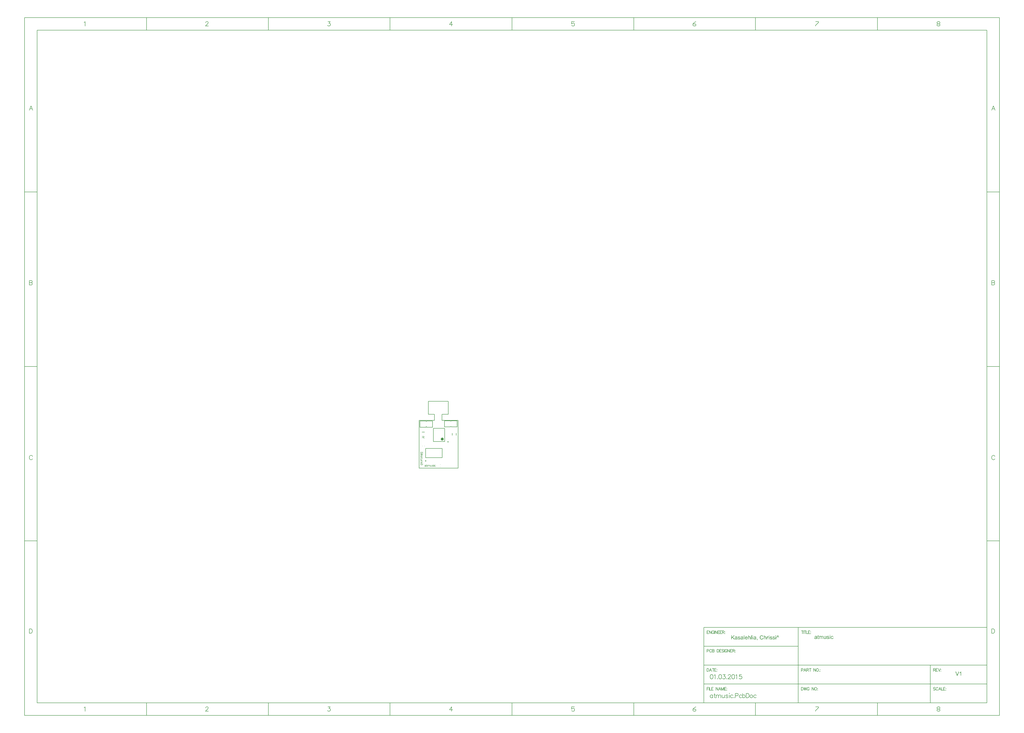
<source format=gto>
%FSLAX44Y44*%
%MOMM*%
G71*
G01*
G75*
G04:AMPARAMS|DCode=10|XSize=0.95mm|YSize=1.85mm|CornerRadius=0.2375mm|HoleSize=0mm|Usage=FLASHONLY|Rotation=180.000|XOffset=0mm|YOffset=0mm|HoleType=Round|Shape=RoundedRectangle|*
%AMROUNDEDRECTD10*
21,1,0.9500,1.3750,0,0,180.0*
21,1,0.4750,1.8500,0,0,180.0*
1,1,0.4750,-0.2375,0.6875*
1,1,0.4750,0.2375,0.6875*
1,1,0.4750,0.2375,-0.6875*
1,1,0.4750,-0.2375,-0.6875*
%
%ADD10ROUNDEDRECTD10*%
G04:AMPARAMS|DCode=11|XSize=3.3mm|YSize=1.85mm|CornerRadius=0.4625mm|HoleSize=0mm|Usage=FLASHONLY|Rotation=180.000|XOffset=0mm|YOffset=0mm|HoleType=Round|Shape=RoundedRectangle|*
%AMROUNDEDRECTD11*
21,1,3.3000,0.9250,0,0,180.0*
21,1,2.3750,1.8500,0,0,180.0*
1,1,0.9250,-1.1875,0.4625*
1,1,0.9250,1.1875,0.4625*
1,1,0.9250,1.1875,-0.4625*
1,1,0.9250,-1.1875,-0.4625*
%
%ADD11ROUNDEDRECTD11*%
G04:AMPARAMS|DCode=12|XSize=0.4mm|YSize=1.35mm|CornerRadius=0.1mm|HoleSize=0mm|Usage=FLASHONLY|Rotation=270.000|XOffset=0mm|YOffset=0mm|HoleType=Round|Shape=RoundedRectangle|*
%AMROUNDEDRECTD12*
21,1,0.4000,1.1500,0,0,270.0*
21,1,0.2000,1.3500,0,0,270.0*
1,1,0.2000,-0.5750,-0.1000*
1,1,0.2000,-0.5750,0.1000*
1,1,0.2000,0.5750,0.1000*
1,1,0.2000,0.5750,-0.1000*
%
%ADD12ROUNDEDRECTD12*%
G04:AMPARAMS|DCode=13|XSize=2.1mm|YSize=2mm|CornerRadius=0.5mm|HoleSize=0mm|Usage=FLASHONLY|Rotation=90.000|XOffset=0mm|YOffset=0mm|HoleType=Round|Shape=RoundedRectangle|*
%AMROUNDEDRECTD13*
21,1,2.1000,1.0000,0,0,90.0*
21,1,1.1000,2.0000,0,0,90.0*
1,1,1.0000,0.5000,0.5500*
1,1,1.0000,0.5000,-0.5500*
1,1,1.0000,-0.5000,-0.5500*
1,1,1.0000,-0.5000,0.5500*
%
%ADD13ROUNDEDRECTD13*%
G04:AMPARAMS|DCode=14|XSize=1.6mm|YSize=1.9mm|CornerRadius=0.4mm|HoleSize=0mm|Usage=FLASHONLY|Rotation=90.000|XOffset=0mm|YOffset=0mm|HoleType=Round|Shape=RoundedRectangle|*
%AMROUNDEDRECTD14*
21,1,1.6000,1.1000,0,0,90.0*
21,1,0.8000,1.9000,0,0,90.0*
1,1,0.8000,0.5500,0.4000*
1,1,0.8000,0.5500,-0.4000*
1,1,0.8000,-0.5500,-0.4000*
1,1,0.8000,-0.5500,0.4000*
%
%ADD14ROUNDEDRECTD14*%
%ADD15O,1.8500X0.6000*%
G04:AMPARAMS|DCode=16|XSize=1mm|YSize=0.95mm|CornerRadius=0.2375mm|HoleSize=0mm|Usage=FLASHONLY|Rotation=0.000|XOffset=0mm|YOffset=0mm|HoleType=Round|Shape=RoundedRectangle|*
%AMROUNDEDRECTD16*
21,1,1.0000,0.4750,0,0,0.0*
21,1,0.5250,0.9500,0,0,0.0*
1,1,0.4750,0.2625,-0.2375*
1,1,0.4750,-0.2625,-0.2375*
1,1,0.4750,-0.2625,0.2375*
1,1,0.4750,0.2625,0.2375*
%
%ADD16ROUNDEDRECTD16*%
G04:AMPARAMS|DCode=17|XSize=1.85mm|YSize=1.3mm|CornerRadius=0.195mm|HoleSize=0mm|Usage=FLASHONLY|Rotation=0.000|XOffset=0mm|YOffset=0mm|HoleType=Round|Shape=RoundedRectangle|*
%AMROUNDEDRECTD17*
21,1,1.8500,0.9100,0,0,0.0*
21,1,1.4600,1.3000,0,0,0.0*
1,1,0.3900,0.7300,-0.4550*
1,1,0.3900,-0.7300,-0.4550*
1,1,0.3900,-0.7300,0.4550*
1,1,0.3900,0.7300,0.4550*
%
%ADD17ROUNDEDRECTD17*%
G04:AMPARAMS|DCode=18|XSize=0.9mm|YSize=0.95mm|CornerRadius=0.135mm|HoleSize=0mm|Usage=FLASHONLY|Rotation=270.000|XOffset=0mm|YOffset=0mm|HoleType=Round|Shape=RoundedRectangle|*
%AMROUNDEDRECTD18*
21,1,0.9000,0.6800,0,0,270.0*
21,1,0.6300,0.9500,0,0,270.0*
1,1,0.2700,-0.3400,-0.3150*
1,1,0.2700,-0.3400,0.3150*
1,1,0.2700,0.3400,0.3150*
1,1,0.2700,0.3400,-0.3150*
%
%ADD18ROUNDEDRECTD18*%
G04:AMPARAMS|DCode=19|XSize=0.9mm|YSize=0.95mm|CornerRadius=0.135mm|HoleSize=0mm|Usage=FLASHONLY|Rotation=180.000|XOffset=0mm|YOffset=0mm|HoleType=Round|Shape=RoundedRectangle|*
%AMROUNDEDRECTD19*
21,1,0.9000,0.6800,0,0,180.0*
21,1,0.6300,0.9500,0,0,180.0*
1,1,0.2700,-0.3150,0.3400*
1,1,0.2700,0.3150,0.3400*
1,1,0.2700,0.3150,-0.3400*
1,1,0.2700,-0.3150,-0.3400*
%
%ADD19ROUNDEDRECTD19*%
%ADD20C,0.2000*%
%ADD21C,0.3000*%
%ADD22C,0.1270*%
%ADD23C,0.1778*%
%ADD24C,1.6500*%
%ADD25R,1.6500X1.6500*%
%ADD26C,0.7000*%
G04:AMPARAMS|DCode=27|XSize=0.7mm|YSize=2mm|CornerRadius=0.175mm|HoleSize=0mm|Usage=FLASHONLY|Rotation=0.000|XOffset=0mm|YOffset=0mm|HoleType=Round|Shape=RoundedRectangle|*
%AMROUNDEDRECTD27*
21,1,0.7000,1.6500,0,0,0.0*
21,1,0.3500,2.0000,0,0,0.0*
1,1,0.3500,0.1750,-0.8250*
1,1,0.3500,-0.1750,-0.8250*
1,1,0.3500,-0.1750,0.8250*
1,1,0.3500,0.1750,0.8250*
%
%ADD27ROUNDEDRECTD27*%
G04:AMPARAMS|DCode=28|XSize=1mm|YSize=2.6mm|CornerRadius=0.25mm|HoleSize=0mm|Usage=FLASHONLY|Rotation=0.000|XOffset=0mm|YOffset=0mm|HoleType=Round|Shape=RoundedRectangle|*
%AMROUNDEDRECTD28*
21,1,1.0000,2.1000,0,0,0.0*
21,1,0.5000,2.6000,0,0,0.0*
1,1,0.5000,0.2500,-1.0500*
1,1,0.5000,-0.2500,-1.0500*
1,1,0.5000,-0.2500,1.0500*
1,1,0.5000,0.2500,1.0500*
%
%ADD28ROUNDEDRECTD28*%
G04:AMPARAMS|DCode=29|XSize=1.5mm|YSize=2.6mm|CornerRadius=0.375mm|HoleSize=0mm|Usage=FLASHONLY|Rotation=0.000|XOffset=0mm|YOffset=0mm|HoleType=Round|Shape=RoundedRectangle|*
%AMROUNDEDRECTD29*
21,1,1.5000,1.8500,0,0,0.0*
21,1,0.7500,2.6000,0,0,0.0*
1,1,0.7500,0.3750,-0.9250*
1,1,0.7500,-0.3750,-0.9250*
1,1,0.7500,-0.3750,0.9250*
1,1,0.7500,0.3750,0.9250*
%
%ADD29ROUNDEDRECTD29*%
G04:AMPARAMS|DCode=30|XSize=2.7mm|YSize=1.2mm|CornerRadius=0.3mm|HoleSize=0mm|Usage=FLASHONLY|Rotation=0.000|XOffset=0mm|YOffset=0mm|HoleType=Round|Shape=RoundedRectangle|*
%AMROUNDEDRECTD30*
21,1,2.7000,0.6000,0,0,0.0*
21,1,2.1000,1.2000,0,0,0.0*
1,1,0.6000,1.0500,-0.3000*
1,1,0.6000,-1.0500,-0.3000*
1,1,0.6000,-1.0500,0.3000*
1,1,0.6000,1.0500,0.3000*
%
%ADD30ROUNDEDRECTD30*%
G04:AMPARAMS|DCode=31|XSize=1.2mm|YSize=1.2mm|CornerRadius=0.3mm|HoleSize=0mm|Usage=FLASHONLY|Rotation=0.000|XOffset=0mm|YOffset=0mm|HoleType=Round|Shape=RoundedRectangle|*
%AMROUNDEDRECTD31*
21,1,1.2000,0.6000,0,0,0.0*
21,1,0.6000,1.2000,0,0,0.0*
1,1,0.6000,0.3000,-0.3000*
1,1,0.6000,-0.3000,-0.3000*
1,1,0.6000,-0.3000,0.3000*
1,1,0.6000,0.3000,0.3000*
%
%ADD31ROUNDEDRECTD31*%
%ADD32C,0.2500*%
%ADD33C,0.6000*%
G36*
X396799Y13101D02*
X397007Y13087D01*
X397229Y13059D01*
X397464Y13003D01*
X397714Y12948D01*
X397950Y12865D01*
X397964D01*
X397978Y12851D01*
X398047Y12823D01*
X398158Y12768D01*
X398297Y12698D01*
X398449Y12601D01*
X398602Y12490D01*
X398740Y12366D01*
X398865Y12227D01*
X398879Y12213D01*
X398907Y12158D01*
X398962Y12061D01*
X399032Y11949D01*
X399101Y11783D01*
X399170Y11603D01*
X399226Y11395D01*
X399281Y11159D01*
X398130Y11006D01*
Y11034D01*
X398116Y11090D01*
X398088Y11187D01*
X398047Y11312D01*
X397978Y11436D01*
X397894Y11575D01*
X397797Y11714D01*
X397659Y11839D01*
X397645Y11853D01*
X397589Y11880D01*
X397506Y11936D01*
X397381Y11991D01*
X397243Y12047D01*
X397062Y12102D01*
X396840Y12130D01*
X396605Y12144D01*
X396466D01*
X396327Y12130D01*
X396147Y12116D01*
X395967Y12074D01*
X395773Y12033D01*
X395592Y11963D01*
X395440Y11866D01*
X395426Y11853D01*
X395384Y11825D01*
X395329Y11769D01*
X395273Y11686D01*
X395204Y11603D01*
X395148Y11492D01*
X395107Y11367D01*
X395093Y11242D01*
Y11228D01*
Y11201D01*
X395107Y11159D01*
Y11104D01*
X395148Y10965D01*
X395232Y10826D01*
X395246Y10812D01*
X395259Y10798D01*
X395287Y10757D01*
X395343Y10715D01*
X395398Y10674D01*
X395481Y10618D01*
X395578Y10577D01*
X395689Y10521D01*
X395703D01*
X395731Y10507D01*
X395786Y10493D01*
X395883Y10452D01*
X396022Y10410D01*
X396202Y10368D01*
X396313Y10327D01*
X396438Y10299D01*
X396577Y10258D01*
X396729Y10216D01*
X396743D01*
X396785Y10202D01*
X396854Y10188D01*
X396937Y10160D01*
X397034Y10133D01*
X397159Y10105D01*
X397423Y10022D01*
X397714Y9939D01*
X398005Y9841D01*
X398269Y9744D01*
X398380Y9703D01*
X398477Y9661D01*
X398505Y9647D01*
X398560Y9620D01*
X398643Y9578D01*
X398768Y9509D01*
X398893Y9426D01*
X399018Y9315D01*
X399142Y9190D01*
X399254Y9051D01*
X399267Y9037D01*
X399295Y8982D01*
X399351Y8899D01*
X399406Y8774D01*
X399448Y8621D01*
X399503Y8455D01*
X399531Y8260D01*
X399545Y8039D01*
Y8011D01*
Y7942D01*
X399531Y7831D01*
X399503Y7678D01*
X399462Y7512D01*
X399392Y7331D01*
X399309Y7123D01*
X399198Y6929D01*
X399184Y6901D01*
X399129Y6846D01*
X399059Y6749D01*
X398948Y6638D01*
X398796Y6513D01*
X398629Y6374D01*
X398435Y6250D01*
X398200Y6125D01*
X398186D01*
X398172Y6111D01*
X398088Y6083D01*
X397950Y6042D01*
X397770Y5986D01*
X397548Y5931D01*
X397298Y5889D01*
X397034Y5861D01*
X396729Y5847D01*
X396605D01*
X396507Y5861D01*
X396397D01*
X396258Y5875D01*
X396119Y5889D01*
X395967Y5917D01*
X395634Y5986D01*
X395287Y6083D01*
X394954Y6222D01*
X394802Y6305D01*
X394663Y6402D01*
X394649Y6416D01*
X394635Y6430D01*
X394552Y6513D01*
X394427Y6638D01*
X394289Y6832D01*
X394136Y7068D01*
X393983Y7345D01*
X393859Y7692D01*
X393762Y8080D01*
X394926Y8260D01*
Y8247D01*
Y8233D01*
X394954Y8150D01*
X394982Y8011D01*
X395037Y7858D01*
X395107Y7692D01*
X395190Y7512D01*
X395315Y7331D01*
X395467Y7179D01*
X395495Y7165D01*
X395551Y7123D01*
X395662Y7068D01*
X395800Y6999D01*
X395980Y6929D01*
X396189Y6874D01*
X396438Y6832D01*
X396729Y6818D01*
X396868D01*
X397007Y6832D01*
X397187Y6860D01*
X397381Y6901D01*
X397589Y6957D01*
X397770Y7026D01*
X397936Y7137D01*
X397950Y7151D01*
X398005Y7193D01*
X398061Y7262D01*
X398144Y7359D01*
X398213Y7470D01*
X398283Y7609D01*
X398324Y7747D01*
X398338Y7914D01*
Y7928D01*
Y7983D01*
X398324Y8052D01*
X398297Y8150D01*
X398255Y8247D01*
X398186Y8344D01*
X398102Y8455D01*
X397978Y8538D01*
X397964Y8552D01*
X397922Y8566D01*
X397853Y8607D01*
X397742Y8649D01*
X397575Y8704D01*
X397478Y8746D01*
X397367Y8774D01*
X397243Y8815D01*
X397104Y8857D01*
X396951Y8899D01*
X396771Y8940D01*
X396757D01*
X396716Y8954D01*
X396646Y8968D01*
X396563Y8996D01*
X396452Y9023D01*
X396327Y9065D01*
X396064Y9134D01*
X395759Y9231D01*
X395467Y9315D01*
X395190Y9412D01*
X395065Y9467D01*
X394968Y9509D01*
X394940Y9523D01*
X394885Y9550D01*
X394802Y9606D01*
X394691Y9675D01*
X394566Y9772D01*
X394441Y9883D01*
X394316Y10008D01*
X394205Y10160D01*
X394192Y10174D01*
X394164Y10230D01*
X394122Y10327D01*
X394081Y10438D01*
X394039Y10577D01*
X393997Y10743D01*
X393970Y10909D01*
X393956Y11104D01*
Y11131D01*
Y11187D01*
X393970Y11270D01*
X393983Y11395D01*
X394011Y11520D01*
X394039Y11672D01*
X394094Y11811D01*
X394164Y11963D01*
X394178Y11977D01*
X394205Y12033D01*
X394247Y12102D01*
X394316Y12199D01*
X394399Y12296D01*
X394497Y12421D01*
X394608Y12532D01*
X394746Y12629D01*
X394760Y12643D01*
X394802Y12657D01*
X394857Y12698D01*
X394940Y12740D01*
X395051Y12795D01*
X395176Y12851D01*
X395329Y12907D01*
X395495Y12962D01*
X395523Y12976D01*
X395578Y12990D01*
X395675Y13017D01*
X395800Y13045D01*
X395953Y13073D01*
X396119Y13087D01*
X396313Y13115D01*
X396646D01*
X396799Y13101D01*
D02*
G37*
G36*
X406937D02*
X407020D01*
X407131Y13087D01*
X407394Y13045D01*
X407686Y12976D01*
X407991Y12865D01*
X408296Y12726D01*
X408587Y12532D01*
X408601D01*
X408615Y12504D01*
X408698Y12421D01*
X408823Y12296D01*
X408975Y12116D01*
X409128Y11894D01*
X409280Y11617D01*
X409419Y11298D01*
X409516Y10923D01*
X408365Y10743D01*
Y10757D01*
X408351Y10771D01*
X408337Y10854D01*
X408296Y10979D01*
X408226Y11131D01*
X408157Y11298D01*
X408046Y11478D01*
X407921Y11644D01*
X407783Y11783D01*
X407769Y11797D01*
X407713Y11839D01*
X407616Y11894D01*
X407505Y11963D01*
X407353Y12033D01*
X407186Y12088D01*
X406992Y12130D01*
X406784Y12144D01*
X406701D01*
X406632Y12130D01*
X406479Y12116D01*
X406271Y12061D01*
X406049Y11991D01*
X405799Y11880D01*
X405564Y11714D01*
X405453Y11617D01*
X405342Y11506D01*
Y11492D01*
X405314Y11478D01*
X405286Y11436D01*
X405258Y11381D01*
X405217Y11312D01*
X405161Y11228D01*
X405120Y11131D01*
X405064Y11020D01*
X405009Y10882D01*
X404967Y10729D01*
X404912Y10563D01*
X404870Y10382D01*
X404842Y10188D01*
X404815Y9966D01*
X404787Y9731D01*
Y9481D01*
Y9467D01*
Y9426D01*
Y9342D01*
X404801Y9259D01*
Y9134D01*
X404815Y9009D01*
X404856Y8704D01*
X404912Y8371D01*
X405009Y8025D01*
X405134Y7720D01*
X405217Y7567D01*
X405314Y7442D01*
X405342Y7415D01*
X405411Y7345D01*
X405536Y7248D01*
X405688Y7137D01*
X405896Y7012D01*
X406132Y6915D01*
X406410Y6846D01*
X406562Y6832D01*
X406715Y6818D01*
X406742D01*
X406826Y6832D01*
X406964Y6846D01*
X407117Y6874D01*
X407297Y6915D01*
X407491Y6999D01*
X407686Y7096D01*
X407866Y7234D01*
X407893Y7248D01*
X407935Y7318D01*
X408018Y7415D01*
X408115Y7567D01*
X408213Y7747D01*
X408323Y7969D01*
X408407Y8247D01*
X408462Y8552D01*
X409627Y8399D01*
Y8385D01*
X409613Y8344D01*
X409599Y8288D01*
X409585Y8205D01*
X409558Y8094D01*
X409530Y7983D01*
X409433Y7706D01*
X409308Y7415D01*
X409128Y7096D01*
X408906Y6791D01*
X408781Y6652D01*
X408642Y6513D01*
X408629Y6499D01*
X408601Y6485D01*
X408559Y6458D01*
X408504Y6416D01*
X408434Y6361D01*
X408337Y6305D01*
X408226Y6250D01*
X408115Y6180D01*
X407838Y6055D01*
X407505Y5958D01*
X407145Y5875D01*
X406937Y5861D01*
X406729Y5847D01*
X406590D01*
X406493Y5861D01*
X406368Y5875D01*
X406229Y5903D01*
X406077Y5931D01*
X405910Y5958D01*
X405536Y6069D01*
X405356Y6152D01*
X405161Y6236D01*
X404967Y6347D01*
X404787Y6471D01*
X404607Y6610D01*
X404440Y6777D01*
X404426Y6791D01*
X404399Y6818D01*
X404357Y6874D01*
X404302Y6943D01*
X404246Y7040D01*
X404163Y7165D01*
X404094Y7304D01*
X404010Y7456D01*
X403927Y7637D01*
X403858Y7844D01*
X403775Y8052D01*
X403719Y8302D01*
X403664Y8552D01*
X403622Y8843D01*
X403594Y9134D01*
X403580Y9453D01*
Y9467D01*
Y9509D01*
Y9564D01*
Y9647D01*
X403594Y9744D01*
Y9855D01*
X403608Y9980D01*
X403622Y10119D01*
X403664Y10424D01*
X403733Y10757D01*
X403816Y11090D01*
X403941Y11422D01*
Y11436D01*
X403955Y11464D01*
X403983Y11506D01*
X404010Y11561D01*
X404094Y11714D01*
X404218Y11894D01*
X404385Y12102D01*
X404579Y12310D01*
X404815Y12518D01*
X405078Y12685D01*
X405092D01*
X405120Y12698D01*
X405161Y12726D01*
X405217Y12754D01*
X405286Y12782D01*
X405369Y12823D01*
X405578Y12907D01*
X405813Y12976D01*
X406105Y13045D01*
X406410Y13101D01*
X406742Y13115D01*
X406853D01*
X406937Y13101D01*
D02*
G37*
G36*
X402124Y14252D02*
X400945D01*
Y15597D01*
X402124D01*
Y14252D01*
D02*
G37*
G36*
X383041Y13101D02*
X383138D01*
X383236Y13087D01*
X383471Y13045D01*
X383721Y12976D01*
X383984Y12865D01*
X384248Y12726D01*
X384470Y12532D01*
X384497Y12504D01*
X384553Y12421D01*
X384650Y12296D01*
X384692Y12199D01*
X384747Y12102D01*
X384803Y11977D01*
X384844Y11853D01*
X384900Y11714D01*
X384941Y11547D01*
X384969Y11381D01*
X384997Y11187D01*
X385024Y10993D01*
Y10771D01*
Y6000D01*
X383846D01*
Y10368D01*
Y10382D01*
Y10396D01*
Y10480D01*
Y10604D01*
X383832Y10757D01*
X383818Y10923D01*
X383804Y11090D01*
X383776Y11256D01*
X383735Y11381D01*
Y11395D01*
X383707Y11436D01*
X383679Y11492D01*
X383638Y11561D01*
X383582Y11644D01*
X383513Y11728D01*
X383430Y11811D01*
X383319Y11894D01*
X383305Y11908D01*
X383263Y11922D01*
X383208Y11949D01*
X383111Y11991D01*
X383014Y12033D01*
X382889Y12061D01*
X382764Y12074D01*
X382611Y12088D01*
X382542D01*
X382487Y12074D01*
X382348Y12061D01*
X382182Y12033D01*
X381987Y11963D01*
X381779Y11880D01*
X381571Y11755D01*
X381377Y11589D01*
X381363Y11561D01*
X381308Y11492D01*
X381225Y11381D01*
X381141Y11214D01*
X381044Y10993D01*
X380975Y10729D01*
X380919Y10410D01*
X380892Y10036D01*
Y6000D01*
X379713D01*
Y10507D01*
Y10521D01*
Y10549D01*
Y10577D01*
Y10632D01*
X379699Y10785D01*
X379671Y10951D01*
X379644Y11145D01*
X379588Y11339D01*
X379519Y11520D01*
X379422Y11686D01*
X379408Y11700D01*
X379366Y11755D01*
X379297Y11811D01*
X379200Y11894D01*
X379075Y11963D01*
X378909Y12033D01*
X378714Y12074D01*
X378479Y12088D01*
X378395D01*
X378298Y12074D01*
X378187Y12061D01*
X378049Y12019D01*
X377882Y11977D01*
X377730Y11908D01*
X377563Y11825D01*
X377549Y11811D01*
X377494Y11769D01*
X377425Y11714D01*
X377327Y11631D01*
X377230Y11520D01*
X377133Y11381D01*
X377036Y11228D01*
X376953Y11048D01*
X376939Y11020D01*
X376925Y10951D01*
X376898Y10840D01*
X376856Y10688D01*
X376814Y10480D01*
X376787Y10230D01*
X376773Y9939D01*
X376759Y9606D01*
Y6000D01*
X375580D01*
Y12962D01*
X376634D01*
Y11963D01*
X376648Y11991D01*
X376690Y12047D01*
X376773Y12144D01*
X376870Y12255D01*
X376995Y12393D01*
X377147Y12532D01*
X377314Y12671D01*
X377508Y12795D01*
X377536Y12809D01*
X377605Y12851D01*
X377716Y12893D01*
X377868Y12962D01*
X378049Y13017D01*
X378257Y13059D01*
X378493Y13101D01*
X378742Y13115D01*
X378867D01*
X379020Y13101D01*
X379186Y13073D01*
X379394Y13031D01*
X379602Y12976D01*
X379810Y12893D01*
X380004Y12782D01*
X380032Y12768D01*
X380087Y12726D01*
X380171Y12657D01*
X380281Y12546D01*
X380392Y12421D01*
X380517Y12269D01*
X380628Y12088D01*
X380711Y11880D01*
X380725Y11894D01*
X380753Y11936D01*
X380795Y11991D01*
X380864Y12074D01*
X380947Y12171D01*
X381044Y12269D01*
X381155Y12379D01*
X381294Y12504D01*
X381446Y12615D01*
X381599Y12726D01*
X381779Y12823D01*
X381973Y12920D01*
X382182Y13003D01*
X382403Y13059D01*
X382625Y13101D01*
X382875Y13115D01*
X382972D01*
X383041Y13101D01*
D02*
G37*
G36*
X392389Y6000D02*
X391335D01*
Y7012D01*
X391321Y6999D01*
X391293Y6957D01*
X391251Y6901D01*
X391182Y6832D01*
X391099Y6749D01*
X391002Y6638D01*
X390891Y6541D01*
X390752Y6430D01*
X390600Y6319D01*
X390433Y6222D01*
X390253Y6125D01*
X390059Y6028D01*
X389837Y5958D01*
X389615Y5903D01*
X389365Y5861D01*
X389116Y5847D01*
X389019D01*
X388894Y5861D01*
X388741Y5875D01*
X388561Y5903D01*
X388367Y5944D01*
X388173Y6000D01*
X387965Y6083D01*
X387937Y6097D01*
X387881Y6125D01*
X387784Y6180D01*
X387673Y6250D01*
X387535Y6333D01*
X387410Y6430D01*
X387285Y6541D01*
X387174Y6666D01*
X387160Y6679D01*
X387132Y6735D01*
X387091Y6804D01*
X387035Y6915D01*
X386966Y7040D01*
X386911Y7193D01*
X386855Y7359D01*
X386814Y7539D01*
Y7553D01*
X386800Y7609D01*
X386786Y7692D01*
Y7803D01*
X386772Y7969D01*
X386758Y8150D01*
X386744Y8385D01*
Y8649D01*
Y12962D01*
X387923D01*
Y9093D01*
Y9079D01*
Y9051D01*
Y9009D01*
Y8940D01*
Y8788D01*
X387937Y8593D01*
Y8385D01*
X387951Y8177D01*
X387965Y7997D01*
X387992Y7844D01*
Y7831D01*
X388020Y7775D01*
X388048Y7692D01*
X388089Y7581D01*
X388159Y7470D01*
X388242Y7345D01*
X388339Y7234D01*
X388464Y7123D01*
X388478Y7110D01*
X388533Y7082D01*
X388603Y7040D01*
X388713Y6999D01*
X388838Y6943D01*
X388991Y6901D01*
X389157Y6874D01*
X389351Y6860D01*
X389449D01*
X389546Y6874D01*
X389670Y6888D01*
X389823Y6929D01*
X389989Y6971D01*
X390170Y7040D01*
X390350Y7123D01*
X390378Y7137D01*
X390433Y7179D01*
X390516Y7234D01*
X390614Y7318D01*
X390724Y7428D01*
X390835Y7553D01*
X390932Y7692D01*
X391016Y7858D01*
X391030Y7886D01*
X391043Y7942D01*
X391071Y8052D01*
X391113Y8205D01*
X391154Y8399D01*
X391182Y8635D01*
X391196Y8912D01*
X391210Y9231D01*
Y12962D01*
X392389D01*
Y6000D01*
D02*
G37*
G36*
X373236Y12962D02*
X374429D01*
Y12047D01*
X373236D01*
Y7955D01*
Y7928D01*
Y7872D01*
Y7789D01*
X373250Y7692D01*
X373264Y7470D01*
X373278Y7373D01*
X373292Y7304D01*
X373306Y7276D01*
X373347Y7220D01*
X373403Y7151D01*
X373500Y7082D01*
X373528Y7068D01*
X373597Y7040D01*
X373722Y7012D01*
X373902Y6999D01*
X374041D01*
X374110Y7012D01*
X374207D01*
X374318Y7026D01*
X374429Y7040D01*
X374582Y6000D01*
X374554D01*
X374498Y5986D01*
X374401Y5972D01*
X374277Y5958D01*
X374138Y5931D01*
X373985Y5917D01*
X373680Y5903D01*
X373569D01*
X373458Y5917D01*
X373320Y5931D01*
X373153Y5944D01*
X372987Y5986D01*
X372834Y6028D01*
X372682Y6097D01*
X372668Y6111D01*
X372626Y6139D01*
X372571Y6180D01*
X372487Y6250D01*
X372418Y6319D01*
X372335Y6416D01*
X372252Y6513D01*
X372196Y6638D01*
Y6652D01*
X372169Y6707D01*
X372155Y6804D01*
X372127Y6943D01*
X372099Y7123D01*
X372085Y7234D01*
Y7359D01*
X372071Y7512D01*
X372057Y7664D01*
Y7831D01*
Y8025D01*
Y12047D01*
X371184D01*
Y12962D01*
X372057D01*
Y14682D01*
X373236Y15389D01*
Y12962D01*
D02*
G37*
G36*
X359563Y129583D02*
X359688D01*
X359979Y129569D01*
X360284Y129528D01*
X360617Y129486D01*
X360922Y129417D01*
X361074Y129375D01*
X361199Y129333D01*
X361213D01*
X361227Y129320D01*
X361310Y129278D01*
X361435Y129222D01*
X361587Y129125D01*
X361754Y129001D01*
X361934Y128834D01*
X362101Y128640D01*
X362267Y128418D01*
Y128404D01*
X362281Y128390D01*
X362336Y128307D01*
X362392Y128168D01*
X362475Y127988D01*
X362544Y127780D01*
X362614Y127530D01*
X362655Y127267D01*
X362669Y126976D01*
Y126962D01*
Y126934D01*
Y126879D01*
X362655Y126809D01*
Y126712D01*
X362641Y126615D01*
X362586Y126379D01*
X362503Y126102D01*
X362392Y125811D01*
X362225Y125520D01*
X362114Y125381D01*
X362004Y125242D01*
X361990Y125228D01*
X361976Y125215D01*
X361934Y125173D01*
X361879Y125131D01*
X361809Y125076D01*
X361726Y125020D01*
X361615Y124951D01*
X361504Y124868D01*
X361366Y124798D01*
X361213Y124729D01*
X361047Y124646D01*
X360866Y124577D01*
X360658Y124521D01*
X360450Y124452D01*
X360215Y124410D01*
X359965Y124368D01*
X359993Y124355D01*
X360048Y124327D01*
X360131Y124271D01*
X360242Y124216D01*
X360492Y124063D01*
X360617Y123966D01*
X360728Y123883D01*
X360755Y123855D01*
X360825Y123786D01*
X360936Y123675D01*
X361074Y123536D01*
X361227Y123342D01*
X361407Y123134D01*
X361587Y122885D01*
X361782Y122607D01*
X363432Y120000D01*
X361851D01*
X360589Y121997D01*
Y122011D01*
X360561Y122039D01*
X360533Y122080D01*
X360492Y122136D01*
X360395Y122288D01*
X360270Y122482D01*
X360117Y122690D01*
X359965Y122912D01*
X359812Y123120D01*
X359674Y123315D01*
X359660Y123328D01*
X359618Y123384D01*
X359549Y123467D01*
X359452Y123564D01*
X359244Y123772D01*
X359133Y123869D01*
X359022Y123953D01*
X359008Y123966D01*
X358980Y123980D01*
X358925Y124008D01*
X358842Y124050D01*
X358758Y124091D01*
X358661Y124133D01*
X358439Y124202D01*
X358425D01*
X358398Y124216D01*
X358342D01*
X358273Y124230D01*
X358176Y124244D01*
X358065D01*
X357912Y124258D01*
X356276D01*
Y120000D01*
X355000D01*
Y129597D01*
X359452D01*
X359563Y129583D01*
D02*
G37*
G36*
X402124Y6000D02*
X400945D01*
Y12962D01*
X402124D01*
Y6000D01*
D02*
G37*
G36*
X367647Y13101D02*
X367855Y13087D01*
X368091Y13059D01*
X368327Y13017D01*
X368563Y12962D01*
X368785Y12893D01*
X368812Y12879D01*
X368882Y12851D01*
X368979Y12809D01*
X369104Y12754D01*
X369242Y12671D01*
X369381Y12587D01*
X369506Y12477D01*
X369617Y12366D01*
X369631Y12352D01*
X369658Y12310D01*
X369700Y12241D01*
X369755Y12158D01*
X369825Y12033D01*
X369880Y11908D01*
X369936Y11755D01*
X369977Y11575D01*
Y11561D01*
X369991Y11520D01*
X370005Y11436D01*
X370019Y11326D01*
Y11173D01*
X370033Y10993D01*
X370047Y10757D01*
Y10493D01*
Y8912D01*
Y8899D01*
Y8843D01*
Y8760D01*
Y8649D01*
Y8524D01*
Y8371D01*
X370061Y8039D01*
Y7692D01*
X370074Y7345D01*
X370088Y7193D01*
Y7054D01*
X370102Y6929D01*
X370116Y6832D01*
Y6818D01*
X370130Y6763D01*
X370144Y6679D01*
X370185Y6569D01*
X370213Y6444D01*
X370269Y6305D01*
X370338Y6152D01*
X370407Y6000D01*
X369173D01*
X369159Y6014D01*
X369145Y6069D01*
X369117Y6139D01*
X369076Y6250D01*
X369034Y6374D01*
X369007Y6527D01*
X368979Y6693D01*
X368951Y6874D01*
X368937D01*
X368923Y6846D01*
X368840Y6777D01*
X368715Y6679D01*
X368549Y6555D01*
X368341Y6430D01*
X368133Y6291D01*
X367911Y6166D01*
X367675Y6069D01*
X367647Y6055D01*
X367564Y6042D01*
X367439Y6000D01*
X367287Y5958D01*
X367093Y5917D01*
X366871Y5889D01*
X366621Y5861D01*
X366371Y5847D01*
X366261D01*
X366177Y5861D01*
X366080D01*
X365969Y5875D01*
X365720Y5917D01*
X365442Y5986D01*
X365137Y6083D01*
X364860Y6222D01*
X364610Y6402D01*
X364582Y6430D01*
X364513Y6499D01*
X364416Y6624D01*
X364305Y6791D01*
X364194Y6999D01*
X364097Y7234D01*
X364028Y7526D01*
X364014Y7664D01*
X364000Y7831D01*
Y7858D01*
Y7914D01*
X364014Y8011D01*
X364028Y8136D01*
X364055Y8288D01*
X364097Y8441D01*
X364153Y8607D01*
X364222Y8760D01*
X364236Y8774D01*
X364263Y8829D01*
X364319Y8912D01*
X364388Y9009D01*
X364472Y9120D01*
X364582Y9231D01*
X364693Y9342D01*
X364832Y9439D01*
X364846Y9453D01*
X364902Y9481D01*
X364971Y9536D01*
X365082Y9592D01*
X365207Y9647D01*
X365359Y9717D01*
X365512Y9772D01*
X365692Y9828D01*
X365706D01*
X365761Y9841D01*
X365844Y9869D01*
X365956Y9883D01*
X366094Y9911D01*
X366274Y9939D01*
X366483Y9980D01*
X366732Y10008D01*
X366746D01*
X366801Y10022D01*
X366871D01*
X366968Y10036D01*
X367079Y10050D01*
X367217Y10077D01*
X367370Y10091D01*
X367537Y10119D01*
X367869Y10188D01*
X368230Y10258D01*
X368549Y10341D01*
X368701Y10382D01*
X368840Y10424D01*
Y10438D01*
Y10466D01*
X368854Y10549D01*
Y10646D01*
Y10701D01*
Y10729D01*
Y10743D01*
Y10757D01*
Y10840D01*
X368840Y10979D01*
X368812Y11131D01*
X368771Y11298D01*
X368701Y11464D01*
X368618Y11617D01*
X368507Y11741D01*
X368493Y11755D01*
X368424Y11811D01*
X368313Y11866D01*
X368174Y11949D01*
X367980Y12019D01*
X367758Y12088D01*
X367481Y12130D01*
X367162Y12144D01*
X367023D01*
X366885Y12130D01*
X366690Y12102D01*
X366496Y12074D01*
X366288Y12019D01*
X366094Y11949D01*
X365928Y11853D01*
X365914Y11839D01*
X365858Y11797D01*
X365789Y11728D01*
X365706Y11617D01*
X365623Y11478D01*
X365526Y11298D01*
X365442Y11076D01*
X365359Y10826D01*
X364208Y10979D01*
Y10993D01*
X364222Y11006D01*
Y11048D01*
X364236Y11104D01*
X364277Y11228D01*
X364333Y11409D01*
X364402Y11589D01*
X364485Y11783D01*
X364596Y11977D01*
X364721Y12158D01*
X364735Y12171D01*
X364790Y12227D01*
X364874Y12310D01*
X364985Y12421D01*
X365137Y12532D01*
X365317Y12643D01*
X365526Y12768D01*
X365761Y12865D01*
X365775D01*
X365789Y12879D01*
X365831Y12893D01*
X365886Y12907D01*
X366025Y12948D01*
X366219Y12990D01*
X366441Y13031D01*
X366718Y13073D01*
X367010Y13101D01*
X367342Y13115D01*
X367495D01*
X367647Y13101D01*
D02*
G37*
G36*
X353159Y19069D02*
X353326D01*
X353506Y19056D01*
X353714Y19042D01*
X354144Y19000D01*
X354601Y18931D01*
X355059Y18847D01*
X355267Y18792D01*
X355475Y18736D01*
X355489D01*
X355517Y18723D01*
X355572Y18695D01*
X355642Y18667D01*
X355739Y18639D01*
X355836Y18584D01*
X356071Y18473D01*
X356321Y18334D01*
X356585Y18154D01*
X356848Y17946D01*
X357070Y17696D01*
Y17682D01*
X357098Y17669D01*
X357125Y17627D01*
X357153Y17572D01*
X357209Y17502D01*
X357250Y17419D01*
X357361Y17211D01*
X357458Y16961D01*
X357555Y16670D01*
X357611Y16323D01*
X357639Y15949D01*
Y15935D01*
Y15921D01*
Y15880D01*
Y15824D01*
X357625Y15672D01*
X357597Y15491D01*
X357555Y15283D01*
X357500Y15061D01*
X357430Y14826D01*
X357320Y14604D01*
Y14590D01*
X357306Y14576D01*
X357264Y14507D01*
X357195Y14396D01*
X357098Y14257D01*
X356959Y14104D01*
X356806Y13938D01*
X356626Y13786D01*
X356418Y13633D01*
X356390Y13619D01*
X356321Y13564D01*
X356196Y13508D01*
X356016Y13411D01*
X355808Y13328D01*
X355572Y13217D01*
X355295Y13120D01*
X354990Y13037D01*
X354976D01*
X354948Y13023D01*
X354907Y13009D01*
X354837Y12995D01*
X354754Y12981D01*
X354657Y12967D01*
X354532Y12939D01*
X354393Y12926D01*
X354241Y12898D01*
X354074Y12884D01*
X353880Y12870D01*
X353686Y12842D01*
X353464Y12829D01*
X353242D01*
X352993Y12815D01*
X352452D01*
X352299Y12829D01*
X352133D01*
X351953Y12842D01*
X351758Y12856D01*
X351315Y12898D01*
X350857Y12967D01*
X350413Y13050D01*
X350205Y13106D01*
X349997Y13175D01*
X349983D01*
X349955Y13189D01*
X349900Y13217D01*
X349831Y13245D01*
X349734Y13272D01*
X349636Y13328D01*
X349401Y13439D01*
X349151Y13577D01*
X348874Y13758D01*
X348624Y13966D01*
X348388Y14215D01*
Y14229D01*
X348361Y14243D01*
X348333Y14285D01*
X348305Y14340D01*
X348264Y14410D01*
X348208Y14479D01*
X348111Y14687D01*
X348014Y14936D01*
X347917Y15228D01*
X347861Y15575D01*
X347834Y15949D01*
Y15963D01*
Y16004D01*
Y16088D01*
X347847Y16185D01*
X347861Y16296D01*
X347889Y16434D01*
X347917Y16587D01*
X347958Y16753D01*
X348014Y16920D01*
X348069Y17100D01*
X348153Y17280D01*
X348250Y17461D01*
X348361Y17641D01*
X348499Y17821D01*
X348652Y17988D01*
X348818Y18140D01*
X348832Y18154D01*
X348874Y18182D01*
X348943Y18223D01*
X349054Y18293D01*
X349179Y18362D01*
X349345Y18431D01*
X349539Y18528D01*
X349761Y18612D01*
X350011Y18695D01*
X350302Y18778D01*
X350621Y18861D01*
X350982Y18931D01*
X351370Y19000D01*
X351786Y19042D01*
X352244Y19069D01*
X352729Y19083D01*
X353007D01*
X353159Y19069D01*
D02*
G37*
G36*
X350011Y48970D02*
X350136Y48956D01*
X350288Y48928D01*
X350441Y48886D01*
X350607Y48831D01*
X350760Y48762D01*
X350774Y48748D01*
X350829Y48720D01*
X350912Y48664D01*
X351009Y48595D01*
X351120Y48512D01*
X351231Y48401D01*
X351342Y48290D01*
X351439Y48151D01*
X351453Y48137D01*
X351481Y48082D01*
X351536Y48013D01*
X351592Y47902D01*
X351647Y47777D01*
X351717Y47624D01*
X351772Y47472D01*
X351828Y47291D01*
Y47278D01*
X351842Y47222D01*
X351869Y47139D01*
X351883Y47028D01*
X351911Y46889D01*
X351939Y46709D01*
X351980Y46501D01*
X352008Y46251D01*
Y46238D01*
X352022Y46182D01*
Y46113D01*
X352036Y46016D01*
X352050Y45905D01*
X352077Y45766D01*
X352091Y45613D01*
X352119Y45447D01*
X352188Y45114D01*
X352258Y44754D01*
X352341Y44435D01*
X352382Y44282D01*
X352424Y44143D01*
X352466D01*
X352549Y44130D01*
X352840D01*
X352979Y44143D01*
X353131Y44171D01*
X353298Y44213D01*
X353464Y44282D01*
X353617Y44365D01*
X353741Y44476D01*
X353755Y44490D01*
X353811Y44559D01*
X353866Y44670D01*
X353950Y44809D01*
X354019Y45003D01*
X354088Y45225D01*
X354130Y45503D01*
X354144Y45821D01*
Y45835D01*
Y45863D01*
Y45905D01*
Y45960D01*
X354130Y46099D01*
X354102Y46293D01*
X354074Y46487D01*
X354019Y46695D01*
X353950Y46889D01*
X353853Y47056D01*
X353839Y47070D01*
X353797Y47125D01*
X353728Y47194D01*
X353617Y47278D01*
X353478Y47361D01*
X353298Y47458D01*
X353076Y47541D01*
X352826Y47624D01*
X352979Y48775D01*
X352993D01*
X353007Y48762D01*
X353048D01*
X353104Y48748D01*
X353228Y48706D01*
X353409Y48651D01*
X353589Y48581D01*
X353783Y48498D01*
X353977Y48387D01*
X354158Y48262D01*
X354171Y48248D01*
X354227Y48193D01*
X354310Y48110D01*
X354421Y47999D01*
X354532Y47846D01*
X354643Y47666D01*
X354768Y47458D01*
X354865Y47222D01*
Y47208D01*
X354879Y47194D01*
X354893Y47153D01*
X354907Y47097D01*
X354948Y46959D01*
X354990Y46764D01*
X355031Y46543D01*
X355073Y46265D01*
X355101Y45974D01*
X355115Y45641D01*
Y45627D01*
Y45600D01*
Y45558D01*
Y45489D01*
X355101Y45336D01*
X355087Y45128D01*
X355059Y44892D01*
X355017Y44657D01*
X354962Y44421D01*
X354893Y44199D01*
X354879Y44171D01*
X354851Y44102D01*
X354809Y44005D01*
X354754Y43880D01*
X354671Y43741D01*
X354588Y43602D01*
X354477Y43478D01*
X354366Y43367D01*
X354352Y43353D01*
X354310Y43325D01*
X354241Y43284D01*
X354158Y43228D01*
X354033Y43159D01*
X353908Y43103D01*
X353755Y43048D01*
X353575Y43006D01*
X353561D01*
X353520Y42992D01*
X353436Y42979D01*
X353326Y42965D01*
X353173D01*
X352993Y42951D01*
X352757Y42937D01*
X350372D01*
X350039Y42923D01*
X349692D01*
X349345Y42909D01*
X349193Y42895D01*
X349054D01*
X348929Y42881D01*
X348832Y42867D01*
X348818D01*
X348763Y42854D01*
X348680Y42840D01*
X348569Y42798D01*
X348444Y42770D01*
X348305Y42715D01*
X348153Y42646D01*
X348000Y42576D01*
Y43811D01*
X348014Y43824D01*
X348069Y43838D01*
X348139Y43866D01*
X348250Y43908D01*
X348374Y43949D01*
X348527Y43977D01*
X348693Y44005D01*
X348874Y44032D01*
Y44046D01*
X348846Y44060D01*
X348777Y44143D01*
X348680Y44268D01*
X348555Y44435D01*
X348430Y44643D01*
X348291Y44851D01*
X348166Y45073D01*
X348069Y45308D01*
X348055Y45336D01*
X348042Y45419D01*
X348000Y45544D01*
X347958Y45697D01*
X347917Y45891D01*
X347889Y46113D01*
X347861Y46362D01*
X347847Y46612D01*
Y46626D01*
Y46667D01*
Y46723D01*
X347861Y46806D01*
Y46903D01*
X347875Y47014D01*
X347917Y47264D01*
X347986Y47541D01*
X348083Y47846D01*
X348222Y48124D01*
X348402Y48373D01*
X348430Y48401D01*
X348499Y48470D01*
X348624Y48567D01*
X348791Y48678D01*
X348998Y48789D01*
X349234Y48886D01*
X349525Y48956D01*
X349664Y48970D01*
X349831Y48983D01*
X349914D01*
X350011Y48970D01*
D02*
G37*
G36*
X354962Y56583D02*
X356682D01*
X357389Y55405D01*
X354962D01*
Y54212D01*
X354047D01*
Y55405D01*
X349789D01*
X349692Y55391D01*
X349470Y55377D01*
X349373Y55363D01*
X349304Y55349D01*
X349276Y55335D01*
X349220Y55294D01*
X349151Y55238D01*
X349082Y55141D01*
X349068Y55113D01*
X349040Y55044D01*
X349012Y54919D01*
X348998Y54739D01*
Y54725D01*
Y54697D01*
Y54656D01*
Y54600D01*
X349012Y54531D01*
Y54434D01*
X349026Y54323D01*
X349040Y54212D01*
X348000Y54059D01*
Y54087D01*
X347986Y54142D01*
X347972Y54240D01*
X347958Y54364D01*
X347931Y54503D01*
X347917Y54656D01*
X347903Y54961D01*
Y54988D01*
Y55072D01*
X347917Y55183D01*
X347931Y55321D01*
X347944Y55488D01*
X347986Y55654D01*
X348028Y55807D01*
X348097Y55959D01*
X348111Y55973D01*
X348139Y56015D01*
X348180Y56070D01*
X348250Y56153D01*
X348319Y56223D01*
X348416Y56306D01*
X348513Y56389D01*
X348638Y56445D01*
X348652D01*
X348707Y56472D01*
X348804Y56486D01*
X348943Y56514D01*
X349123Y56542D01*
X349234Y56556D01*
X349359D01*
X349512Y56569D01*
X349664Y56583D01*
X354047D01*
Y57457D01*
X354962D01*
Y56583D01*
D02*
G37*
G36*
Y51993D02*
X353908D01*
X353922Y51979D01*
X354019Y51924D01*
X354144Y51854D01*
X354296Y51743D01*
X354449Y51632D01*
X354615Y51508D01*
X354754Y51383D01*
X354865Y51258D01*
X354879Y51244D01*
X354907Y51202D01*
X354948Y51119D01*
X354990Y51036D01*
X355031Y50925D01*
X355073Y50786D01*
X355101Y50648D01*
X355115Y50495D01*
Y50467D01*
Y50398D01*
X355101Y50273D01*
X355073Y50121D01*
X355017Y49940D01*
X354948Y49746D01*
X354851Y49524D01*
X354726Y49289D01*
X353644Y49718D01*
X353658Y49732D01*
X353686Y49788D01*
X353728Y49871D01*
X353769Y49982D01*
X353811Y50107D01*
X353853Y50259D01*
X353880Y50412D01*
X353894Y50564D01*
Y50578D01*
Y50634D01*
X353880Y50703D01*
X353866Y50800D01*
X353839Y50897D01*
X353797Y51022D01*
X353741Y51147D01*
X353658Y51258D01*
X353644Y51272D01*
X353617Y51313D01*
X353561Y51355D01*
X353492Y51424D01*
X353395Y51494D01*
X353284Y51563D01*
X353159Y51632D01*
X353007Y51688D01*
X352979Y51702D01*
X352896Y51715D01*
X352771Y51743D01*
X352604Y51785D01*
X352396Y51827D01*
X352160Y51854D01*
X351911Y51868D01*
X351633Y51882D01*
X348000D01*
Y53061D01*
X354962D01*
Y51993D01*
D02*
G37*
G36*
Y40926D02*
X356682D01*
X357389Y39747D01*
X354962D01*
Y38554D01*
X354047D01*
Y39747D01*
X349789D01*
X349692Y39733D01*
X349470Y39719D01*
X349373Y39706D01*
X349304Y39692D01*
X349276Y39678D01*
X349220Y39636D01*
X349151Y39581D01*
X349082Y39484D01*
X349068Y39456D01*
X349040Y39386D01*
X349012Y39262D01*
X348998Y39081D01*
Y39068D01*
Y39040D01*
Y38998D01*
Y38943D01*
X349012Y38873D01*
Y38776D01*
X349026Y38665D01*
X349040Y38554D01*
X348000Y38402D01*
Y38430D01*
X347986Y38485D01*
X347972Y38582D01*
X347958Y38707D01*
X347931Y38846D01*
X347917Y38998D01*
X347903Y39303D01*
Y39331D01*
Y39414D01*
X347917Y39525D01*
X347931Y39664D01*
X347944Y39830D01*
X347986Y39997D01*
X348028Y40149D01*
X348097Y40302D01*
X348111Y40316D01*
X348139Y40357D01*
X348180Y40413D01*
X348250Y40496D01*
X348319Y40565D01*
X348416Y40649D01*
X348513Y40732D01*
X348638Y40787D01*
X348652D01*
X348707Y40815D01*
X348804Y40829D01*
X348943Y40857D01*
X349123Y40884D01*
X349234Y40898D01*
X349359D01*
X349512Y40912D01*
X349664Y40926D01*
X354047D01*
Y41800D01*
X354962D01*
Y40926D01*
D02*
G37*
G36*
Y28888D02*
X353963D01*
X353991Y28874D01*
X354047Y28833D01*
X354144Y28749D01*
X354255Y28652D01*
X354393Y28528D01*
X354532Y28375D01*
X354671Y28209D01*
X354795Y28014D01*
X354809Y27987D01*
X354851Y27917D01*
X354893Y27806D01*
X354962Y27654D01*
X355017Y27474D01*
X355059Y27266D01*
X355101Y27030D01*
X355115Y26780D01*
Y26766D01*
Y26739D01*
Y26711D01*
Y26655D01*
X355101Y26503D01*
X355073Y26336D01*
X355031Y26128D01*
X354976Y25920D01*
X354893Y25712D01*
X354782Y25518D01*
X354768Y25490D01*
X354726Y25435D01*
X354657Y25352D01*
X354546Y25241D01*
X354421Y25130D01*
X354268Y25005D01*
X354088Y24894D01*
X353880Y24811D01*
X353894Y24797D01*
X353936Y24769D01*
X353991Y24728D01*
X354074Y24658D01*
X354171Y24575D01*
X354268Y24478D01*
X354380Y24367D01*
X354504Y24228D01*
X354615Y24076D01*
X354726Y23923D01*
X354823Y23743D01*
X354920Y23549D01*
X355004Y23341D01*
X355059Y23119D01*
X355101Y22897D01*
X355115Y22647D01*
Y22634D01*
Y22606D01*
Y22550D01*
X355101Y22481D01*
Y22384D01*
X355087Y22287D01*
X355045Y22051D01*
X354976Y21801D01*
X354865Y21538D01*
X354726Y21274D01*
X354532Y21052D01*
X354504Y21025D01*
X354421Y20969D01*
X354296Y20872D01*
X354199Y20831D01*
X354102Y20775D01*
X353977Y20720D01*
X353853Y20678D01*
X353714Y20623D01*
X353547Y20581D01*
X353381Y20553D01*
X353187Y20526D01*
X352993Y20498D01*
X348000D01*
Y21677D01*
X352604D01*
X352757Y21690D01*
X352923Y21704D01*
X353090Y21718D01*
X353256Y21746D01*
X353381Y21788D01*
X353395D01*
X353436Y21815D01*
X353492Y21843D01*
X353561Y21885D01*
X353644Y21940D01*
X353728Y22009D01*
X353811Y22093D01*
X353894Y22204D01*
X353908Y22218D01*
X353922Y22259D01*
X353950Y22315D01*
X353991Y22412D01*
X354033Y22509D01*
X354061Y22634D01*
X354074Y22758D01*
X354088Y22911D01*
Y22925D01*
Y22939D01*
Y22980D01*
X354074Y23036D01*
X354061Y23174D01*
X354033Y23341D01*
X353963Y23535D01*
X353880Y23743D01*
X353755Y23951D01*
X353589Y24145D01*
X353561Y24159D01*
X353492Y24214D01*
X353381Y24298D01*
X353214Y24381D01*
X352993Y24478D01*
X352729Y24547D01*
X352410Y24603D01*
X352036Y24631D01*
X348000D01*
Y25809D01*
X352632D01*
X352785Y25823D01*
X352951Y25851D01*
X353145Y25879D01*
X353339Y25934D01*
X353520Y26003D01*
X353686Y26101D01*
X353700Y26114D01*
X353755Y26156D01*
X353811Y26225D01*
X353894Y26323D01*
X353963Y26447D01*
X354033Y26614D01*
X354074Y26808D01*
X354088Y27044D01*
Y27071D01*
Y27127D01*
X354074Y27224D01*
X354061Y27335D01*
X354019Y27474D01*
X353977Y27640D01*
X353908Y27793D01*
X353825Y27959D01*
X353811Y27973D01*
X353769Y28028D01*
X353714Y28098D01*
X353631Y28195D01*
X353520Y28292D01*
X353381Y28389D01*
X353228Y28486D01*
X353048Y28569D01*
X353020Y28583D01*
X352951Y28597D01*
X352840Y28625D01*
X352687Y28666D01*
X352480Y28708D01*
X352230Y28736D01*
X351939Y28749D01*
X351606Y28763D01*
X348000D01*
Y29942D01*
X354962D01*
Y28888D01*
D02*
G37*
G36*
X351190Y64807D02*
X351162D01*
X351120Y64793D01*
X351065D01*
X350940Y64766D01*
X350760Y64724D01*
X350579Y64669D01*
X350372Y64613D01*
X350177Y64516D01*
X349997Y64419D01*
X349983Y64405D01*
X349928Y64363D01*
X349831Y64294D01*
X349734Y64183D01*
X349609Y64045D01*
X349484Y63892D01*
X349359Y63684D01*
X349248Y63462D01*
Y63448D01*
X349234Y63434D01*
X349220Y63393D01*
X349207Y63351D01*
X349165Y63212D01*
X349109Y63032D01*
X349054Y62810D01*
X349012Y62561D01*
X348985Y62283D01*
X348971Y61978D01*
Y61964D01*
Y61950D01*
Y61909D01*
Y61853D01*
X348985Y61715D01*
X348998Y61548D01*
X349026Y61354D01*
X349054Y61132D01*
X349109Y60910D01*
X349179Y60702D01*
X349193Y60675D01*
X349220Y60605D01*
X349276Y60508D01*
X349331Y60383D01*
X349428Y60258D01*
X349525Y60120D01*
X349636Y59981D01*
X349775Y59870D01*
X349789Y59856D01*
X349845Y59829D01*
X349914Y59787D01*
X350025Y59731D01*
X350136Y59676D01*
X350274Y59634D01*
X350427Y59607D01*
X350593Y59593D01*
X350677D01*
X350760Y59607D01*
X350871Y59620D01*
X350982Y59662D01*
X351120Y59704D01*
X351259Y59773D01*
X351384Y59870D01*
X351398Y59884D01*
X351439Y59926D01*
X351495Y59981D01*
X351578Y60078D01*
X351661Y60189D01*
X351758Y60342D01*
X351855Y60522D01*
X351939Y60730D01*
X351953Y60744D01*
X351966Y60813D01*
X352008Y60924D01*
X352022Y60993D01*
X352050Y61091D01*
X352091Y61188D01*
X352119Y61312D01*
X352160Y61451D01*
X352202Y61618D01*
X352244Y61784D01*
X352299Y61978D01*
X352355Y62200D01*
X352410Y62436D01*
Y62450D01*
X352424Y62491D01*
X352438Y62561D01*
X352466Y62644D01*
X352493Y62755D01*
X352521Y62880D01*
X352604Y63157D01*
X352701Y63462D01*
X352799Y63781D01*
X352896Y64058D01*
X352951Y64183D01*
X353007Y64294D01*
Y64308D01*
X353020Y64322D01*
X353076Y64405D01*
X353145Y64530D01*
X353256Y64669D01*
X353381Y64835D01*
X353534Y65002D01*
X353714Y65168D01*
X353908Y65307D01*
X353936Y65320D01*
X354005Y65362D01*
X354116Y65417D01*
X354255Y65473D01*
X354435Y65528D01*
X354643Y65584D01*
X354865Y65626D01*
X355101Y65639D01*
X355225D01*
X355364Y65612D01*
X355544Y65584D01*
X355752Y65542D01*
X355988Y65473D01*
X356224Y65376D01*
X356460Y65237D01*
X356474D01*
X356488Y65223D01*
X356571Y65154D01*
X356682Y65057D01*
X356820Y64932D01*
X356973Y64766D01*
X357139Y64558D01*
X357292Y64308D01*
X357430Y64031D01*
Y64017D01*
X357444Y63989D01*
X357458Y63948D01*
X357486Y63892D01*
X357514Y63823D01*
X357541Y63726D01*
X357597Y63518D01*
X357652Y63254D01*
X357708Y62949D01*
X357749Y62630D01*
X357763Y62269D01*
Y62256D01*
Y62228D01*
Y62158D01*
Y62089D01*
X357749Y61992D01*
Y61895D01*
X357722Y61631D01*
X357680Y61340D01*
X357611Y61035D01*
X357528Y60702D01*
X357417Y60397D01*
Y60383D01*
X357403Y60356D01*
X357375Y60314D01*
X357347Y60258D01*
X357278Y60120D01*
X357153Y59939D01*
X357014Y59731D01*
X356834Y59524D01*
X356626Y59329D01*
X356390Y59149D01*
X356376D01*
X356363Y59135D01*
X356321Y59107D01*
X356279Y59080D01*
X356141Y59010D01*
X355961Y58927D01*
X355739Y58830D01*
X355475Y58761D01*
X355198Y58691D01*
X354893Y58664D01*
X354795Y59884D01*
X354837D01*
X354879Y59898D01*
X354948Y59912D01*
X355101Y59953D01*
X355309Y60009D01*
X355531Y60092D01*
X355752Y60217D01*
X355961Y60369D01*
X356155Y60564D01*
X356169Y60591D01*
X356224Y60661D01*
X356307Y60799D01*
X356390Y60980D01*
X356474Y61215D01*
X356557Y61493D01*
X356612Y61839D01*
X356626Y62228D01*
Y62242D01*
Y62283D01*
Y62339D01*
Y62422D01*
X356612Y62505D01*
X356598Y62616D01*
X356571Y62866D01*
X356515Y63143D01*
X356446Y63421D01*
X356335Y63684D01*
X356266Y63795D01*
X356196Y63906D01*
X356182Y63934D01*
X356127Y63989D01*
X356030Y64072D01*
X355919Y64156D01*
X355766Y64253D01*
X355600Y64336D01*
X355406Y64391D01*
X355184Y64419D01*
X355101D01*
X355004Y64405D01*
X354893Y64377D01*
X354754Y64336D01*
X354615Y64266D01*
X354477Y64183D01*
X354338Y64058D01*
X354324Y64045D01*
X354282Y63975D01*
X354241Y63920D01*
X354213Y63864D01*
X354171Y63781D01*
X354116Y63684D01*
X354074Y63559D01*
X354019Y63421D01*
X353963Y63268D01*
X353894Y63088D01*
X353839Y62894D01*
X353769Y62672D01*
X353714Y62422D01*
X353644Y62145D01*
Y62131D01*
X353631Y62075D01*
X353617Y61992D01*
X353589Y61895D01*
X353561Y61770D01*
X353520Y61618D01*
X353478Y61465D01*
X353436Y61299D01*
X353339Y60938D01*
X353242Y60591D01*
X353187Y60425D01*
X353131Y60272D01*
X353090Y60134D01*
X353034Y60023D01*
Y60009D01*
X353020Y59981D01*
X352993Y59939D01*
X352965Y59884D01*
X352882Y59731D01*
X352771Y59551D01*
X352618Y59343D01*
X352452Y59135D01*
X352258Y58941D01*
X352050Y58775D01*
X352022Y58761D01*
X351953Y58705D01*
X351828Y58650D01*
X351661Y58566D01*
X351467Y58497D01*
X351231Y58428D01*
X350968Y58386D01*
X350690Y58372D01*
X350566D01*
X350413Y58400D01*
X350219Y58428D01*
X349997Y58483D01*
X349761Y58553D01*
X349512Y58664D01*
X349248Y58816D01*
X349234D01*
X349220Y58830D01*
X349137Y58899D01*
X349012Y58997D01*
X348874Y59135D01*
X348707Y59315D01*
X348527Y59537D01*
X348361Y59787D01*
X348208Y60078D01*
Y60092D01*
X348194Y60120D01*
X348180Y60161D01*
X348153Y60217D01*
X348125Y60300D01*
X348083Y60397D01*
X348028Y60619D01*
X347958Y60883D01*
X347889Y61202D01*
X347847Y61548D01*
X347834Y61923D01*
Y61937D01*
Y61978D01*
Y62048D01*
Y62145D01*
X347847Y62256D01*
Y62380D01*
X347861Y62519D01*
X347875Y62685D01*
X347931Y63032D01*
X347986Y63393D01*
X348083Y63753D01*
X348208Y64100D01*
Y64114D01*
X348222Y64142D01*
X348250Y64183D01*
X348277Y64239D01*
X348361Y64405D01*
X348485Y64599D01*
X348652Y64821D01*
X348846Y65057D01*
X349082Y65279D01*
X349345Y65487D01*
X349359D01*
X349387Y65515D01*
X349428Y65528D01*
X349484Y65570D01*
X349553Y65598D01*
X349636Y65639D01*
X349845Y65736D01*
X350108Y65834D01*
X350399Y65917D01*
X350732Y65972D01*
X351079Y66000D01*
X351190Y64807D01*
D02*
G37*
G36*
X354962Y36238D02*
X350788D01*
X350593Y36225D01*
X350385D01*
X350177Y36211D01*
X349997Y36197D01*
X349845Y36169D01*
X349831D01*
X349775Y36141D01*
X349692Y36114D01*
X349581Y36072D01*
X349470Y36003D01*
X349345Y35919D01*
X349234Y35822D01*
X349123Y35698D01*
X349109Y35684D01*
X349082Y35628D01*
X349040Y35559D01*
X348998Y35448D01*
X348943Y35323D01*
X348901Y35171D01*
X348874Y35004D01*
X348860Y34810D01*
Y34782D01*
Y34713D01*
X348874Y34616D01*
X348888Y34491D01*
X348929Y34338D01*
X348971Y34172D01*
X349040Y33992D01*
X349123Y33811D01*
X349137Y33784D01*
X349179Y33728D01*
X349234Y33645D01*
X349318Y33548D01*
X349428Y33437D01*
X349553Y33326D01*
X349692Y33229D01*
X349858Y33146D01*
X349886Y33132D01*
X349942Y33118D01*
X350052Y33090D01*
X350205Y33049D01*
X350399Y33007D01*
X350635Y32979D01*
X350912Y32966D01*
X351231Y32952D01*
X354962D01*
Y31773D01*
X348000D01*
Y32827D01*
X349012D01*
X348998Y32841D01*
X348957Y32868D01*
X348901Y32910D01*
X348832Y32979D01*
X348749Y33063D01*
X348638Y33160D01*
X348541Y33271D01*
X348430Y33409D01*
X348319Y33562D01*
X348222Y33728D01*
X348125Y33909D01*
X348028Y34103D01*
X347958Y34325D01*
X347903Y34546D01*
X347861Y34796D01*
X347847Y35046D01*
Y35073D01*
Y35143D01*
X347861Y35268D01*
X347875Y35420D01*
X347903Y35601D01*
X347944Y35795D01*
X348000Y35989D01*
X348083Y36197D01*
X348097Y36225D01*
X348125Y36280D01*
X348180Y36377D01*
X348250Y36488D01*
X348333Y36627D01*
X348430Y36751D01*
X348541Y36876D01*
X348666Y36987D01*
X348680Y37001D01*
X348735Y37029D01*
X348804Y37071D01*
X348915Y37126D01*
X349040Y37195D01*
X349193Y37251D01*
X349359Y37306D01*
X349539Y37348D01*
X349553D01*
X349609Y37362D01*
X349692Y37376D01*
X349803D01*
X349969Y37390D01*
X350150Y37403D01*
X350385Y37417D01*
X354962D01*
Y36238D01*
D02*
G37*
%LPC*%
G36*
X359299Y128529D02*
X356276D01*
Y125353D01*
X359133D01*
X359299Y125367D01*
X359493Y125381D01*
X359715Y125395D01*
X359937Y125422D01*
X360159Y125464D01*
X360353Y125520D01*
X360381Y125534D01*
X360436Y125561D01*
X360520Y125603D01*
X360631Y125658D01*
X360755Y125742D01*
X360880Y125839D01*
X361005Y125963D01*
X361102Y126102D01*
X361116Y126116D01*
X361144Y126171D01*
X361185Y126255D01*
X361241Y126366D01*
X361282Y126490D01*
X361324Y126629D01*
X361352Y126796D01*
X361366Y126962D01*
Y126976D01*
Y126990D01*
X361352Y127073D01*
X361338Y127198D01*
X361310Y127364D01*
X361241Y127530D01*
X361158Y127725D01*
X361033Y127905D01*
X360866Y128085D01*
X360839Y128099D01*
X360769Y128155D01*
X360658Y128224D01*
X360478Y128307D01*
X360270Y128390D01*
X359993Y128460D01*
X359674Y128515D01*
X359299Y128529D01*
D02*
G37*
G36*
X352729Y17877D02*
X352507D01*
X352341Y17863D01*
X352160D01*
X351939Y17849D01*
X351703Y17835D01*
X351453Y17807D01*
X350912Y17738D01*
X350649Y17696D01*
X350399Y17641D01*
X350163Y17585D01*
X349942Y17502D01*
X349747Y17419D01*
X349581Y17322D01*
X349567D01*
X349553Y17294D01*
X349456Y17225D01*
X349331Y17100D01*
X349193Y16947D01*
X349054Y16739D01*
X348929Y16504D01*
X348832Y16240D01*
X348818Y16101D01*
X348804Y15949D01*
Y15935D01*
Y15907D01*
Y15866D01*
X348818Y15810D01*
X348846Y15672D01*
X348901Y15477D01*
X348998Y15269D01*
X349137Y15034D01*
X349220Y14923D01*
X349331Y14812D01*
X349442Y14701D01*
X349581Y14590D01*
X349595D01*
X349623Y14562D01*
X349664Y14534D01*
X349734Y14507D01*
X349831Y14451D01*
X349955Y14410D01*
X350094Y14354D01*
X350261Y14299D01*
X350469Y14257D01*
X350690Y14202D01*
X350954Y14146D01*
X351231Y14104D01*
X351564Y14077D01*
X351911Y14049D01*
X352299Y14021D01*
X352951D01*
X353117Y14035D01*
X353298D01*
X353520Y14049D01*
X353755Y14063D01*
X354019Y14091D01*
X354546Y14160D01*
X354809Y14202D01*
X355059Y14257D01*
X355295Y14312D01*
X355517Y14396D01*
X355711Y14479D01*
X355877Y14576D01*
X355891D01*
X355905Y14604D01*
X355947Y14631D01*
X356002Y14673D01*
X356127Y14798D01*
X356279Y14950D01*
X356418Y15158D01*
X356543Y15394D01*
X356598Y15519D01*
X356640Y15658D01*
X356654Y15810D01*
X356668Y15963D01*
Y15977D01*
Y16004D01*
Y16046D01*
X356654Y16101D01*
X356626Y16254D01*
X356585Y16434D01*
X356501Y16642D01*
X356376Y16864D01*
X356293Y16975D01*
X356210Y17086D01*
X356099Y17183D01*
X355974Y17280D01*
X355961D01*
X355933Y17308D01*
X355877Y17336D01*
X355808Y17377D01*
X355697Y17419D01*
X355572Y17474D01*
X355420Y17516D01*
X355239Y17572D01*
X355031Y17627D01*
X354795Y17682D01*
X354532Y17738D01*
X354241Y17780D01*
X353908Y17821D01*
X353547Y17849D01*
X353159Y17863D01*
X352729Y17877D01*
D02*
G37*
G36*
X368854Y9495D02*
X368840D01*
X368826Y9481D01*
X368785Y9467D01*
X368729Y9453D01*
X368660Y9426D01*
X368577Y9398D01*
X368479Y9370D01*
X368369Y9342D01*
X368244Y9301D01*
X368091Y9273D01*
X367939Y9231D01*
X367758Y9190D01*
X367564Y9148D01*
X367370Y9107D01*
X367148Y9079D01*
X366912Y9037D01*
X366885D01*
X366801Y9023D01*
X366663Y8996D01*
X366510Y8968D01*
X366344Y8940D01*
X366177Y8899D01*
X366025Y8857D01*
X365886Y8801D01*
X365872D01*
X365831Y8774D01*
X365775Y8746D01*
X365720Y8704D01*
X365553Y8593D01*
X365415Y8427D01*
Y8413D01*
X365387Y8385D01*
X365373Y8330D01*
X365345Y8260D01*
X365317Y8177D01*
X365290Y8094D01*
X365276Y7983D01*
X365262Y7872D01*
Y7858D01*
Y7789D01*
X365276Y7706D01*
X365304Y7595D01*
X365345Y7470D01*
X365415Y7345D01*
X365498Y7207D01*
X365609Y7082D01*
X365623Y7068D01*
X365678Y7040D01*
X365761Y6985D01*
X365872Y6929D01*
X366025Y6874D01*
X366205Y6818D01*
X366413Y6791D01*
X366663Y6777D01*
X366774D01*
X366912Y6791D01*
X367065Y6818D01*
X367259Y6846D01*
X367453Y6901D01*
X367661Y6971D01*
X367869Y7068D01*
X367897Y7082D01*
X367952Y7123D01*
X368050Y7193D01*
X368161Y7290D01*
X368285Y7401D01*
X368424Y7539D01*
X368535Y7706D01*
X368646Y7886D01*
X368660Y7900D01*
X368674Y7955D01*
X368701Y8052D01*
X368743Y8177D01*
X368785Y8344D01*
X368812Y8538D01*
X368826Y8774D01*
X368840Y9051D01*
X368854Y9495D01*
D02*
G37*
G36*
X349872Y47721D02*
X349789D01*
X349706Y47708D01*
X349595Y47680D01*
X349470Y47638D01*
X349345Y47569D01*
X349207Y47486D01*
X349082Y47375D01*
X349068Y47361D01*
X349040Y47305D01*
X348985Y47222D01*
X348929Y47111D01*
X348874Y46959D01*
X348818Y46778D01*
X348791Y46570D01*
X348777Y46321D01*
Y46307D01*
Y46293D01*
Y46210D01*
X348791Y46071D01*
X348818Y45919D01*
X348846Y45724D01*
X348901Y45530D01*
X348971Y45322D01*
X349068Y45114D01*
X349082Y45086D01*
X349123Y45031D01*
X349193Y44934D01*
X349290Y44823D01*
X349401Y44698D01*
X349539Y44559D01*
X349706Y44448D01*
X349886Y44338D01*
X349900Y44324D01*
X349955Y44310D01*
X350052Y44282D01*
X350177Y44240D01*
X350344Y44199D01*
X350538Y44171D01*
X350774Y44157D01*
X351051Y44143D01*
X351495Y44130D01*
Y44143D01*
X351481Y44157D01*
X351467Y44199D01*
X351453Y44254D01*
X351426Y44324D01*
X351398Y44407D01*
X351370Y44504D01*
X351342Y44615D01*
X351301Y44740D01*
X351273Y44892D01*
X351231Y45045D01*
X351190Y45225D01*
X351148Y45419D01*
X351106Y45613D01*
X351079Y45835D01*
X351037Y46071D01*
Y46085D01*
Y46099D01*
X351023Y46182D01*
X350996Y46321D01*
X350968Y46473D01*
X350940Y46640D01*
X350899Y46806D01*
X350857Y46959D01*
X350801Y47097D01*
Y47111D01*
X350774Y47153D01*
X350746Y47208D01*
X350704Y47264D01*
X350593Y47430D01*
X350427Y47569D01*
X350413D01*
X350385Y47597D01*
X350330Y47611D01*
X350261Y47638D01*
X350177Y47666D01*
X350094Y47694D01*
X349983Y47708D01*
X349872Y47721D01*
D02*
G37*
%LPD*%
G36*
X1663972Y-680153D02*
X1664157Y-680176D01*
X1664389Y-680222D01*
X1664643Y-680268D01*
X1664944Y-680338D01*
X1665222Y-680407D01*
X1665546Y-680523D01*
X1665847Y-680639D01*
X1666171Y-680800D01*
X1666494Y-680986D01*
X1666819Y-681194D01*
X1667119Y-681448D01*
X1667397Y-681726D01*
X1667420Y-681749D01*
X1667466Y-681796D01*
X1667536Y-681888D01*
X1667628Y-682027D01*
X1667744Y-682189D01*
X1667860Y-682374D01*
X1667999Y-682605D01*
X1668137Y-682883D01*
X1668276Y-683184D01*
X1668415Y-683508D01*
X1668531Y-683878D01*
X1668647Y-684271D01*
X1668739Y-684711D01*
X1668808Y-685174D01*
X1668855Y-685660D01*
X1668878Y-686192D01*
Y-686215D01*
Y-686308D01*
Y-686470D01*
X1668855Y-686701D01*
X1660177D01*
Y-686724D01*
Y-686794D01*
X1660201Y-686886D01*
Y-687025D01*
X1660224Y-687187D01*
X1660270Y-687372D01*
X1660339Y-687789D01*
X1660478Y-688251D01*
X1660663Y-688761D01*
X1660918Y-689223D01*
X1661242Y-689640D01*
X1661265D01*
X1661288Y-689686D01*
X1661427Y-689802D01*
X1661635Y-689964D01*
X1661913Y-690126D01*
X1662283Y-690311D01*
X1662700Y-690473D01*
X1663162Y-690589D01*
X1663417Y-690612D01*
X1663695Y-690635D01*
X1663880D01*
X1664088Y-690612D01*
X1664342Y-690565D01*
X1664620Y-690496D01*
X1664944Y-690403D01*
X1665245Y-690265D01*
X1665546Y-690079D01*
X1665569Y-690056D01*
X1665685Y-689964D01*
X1665824Y-689825D01*
X1665985Y-689640D01*
X1666171Y-689385D01*
X1666379Y-689061D01*
X1666587Y-688691D01*
X1666772Y-688251D01*
X1668808Y-688506D01*
Y-688529D01*
X1668785Y-688575D01*
X1668762Y-688668D01*
X1668716Y-688807D01*
X1668647Y-688946D01*
X1668577Y-689131D01*
X1668392Y-689524D01*
X1668161Y-689964D01*
X1667837Y-690426D01*
X1667466Y-690866D01*
X1667004Y-691283D01*
X1666980D01*
X1666934Y-691329D01*
X1666865Y-691375D01*
X1666772Y-691445D01*
X1666633Y-691514D01*
X1666494Y-691583D01*
X1666309Y-691676D01*
X1666101Y-691769D01*
X1665870Y-691861D01*
X1665638Y-691954D01*
X1665060Y-692093D01*
X1664412Y-692208D01*
X1663695Y-692254D01*
X1663440D01*
X1663278Y-692231D01*
X1663070Y-692208D01*
X1662815Y-692162D01*
X1662538Y-692116D01*
X1662237Y-692069D01*
X1661589Y-691884D01*
X1661242Y-691746D01*
X1660918Y-691607D01*
X1660571Y-691422D01*
X1660247Y-691213D01*
X1659946Y-690982D01*
X1659645Y-690704D01*
X1659622Y-690681D01*
X1659576Y-690635D01*
X1659506Y-690542D01*
X1659414Y-690403D01*
X1659298Y-690241D01*
X1659182Y-690056D01*
X1659044Y-689825D01*
X1658905Y-689570D01*
X1658766Y-689269D01*
X1658627Y-688946D01*
X1658511Y-688575D01*
X1658396Y-688182D01*
X1658303Y-687766D01*
X1658234Y-687303D01*
X1658188Y-686817D01*
X1658164Y-686308D01*
Y-686285D01*
Y-686169D01*
Y-686030D01*
X1658188Y-685822D01*
X1658211Y-685567D01*
X1658234Y-685290D01*
X1658280Y-684966D01*
X1658349Y-684642D01*
X1658535Y-683901D01*
X1658650Y-683531D01*
X1658789Y-683138D01*
X1658974Y-682767D01*
X1659182Y-682420D01*
X1659414Y-682073D01*
X1659668Y-681749D01*
X1659691Y-681726D01*
X1659738Y-681680D01*
X1659830Y-681610D01*
X1659946Y-681495D01*
X1660085Y-681379D01*
X1660270Y-681240D01*
X1660478Y-681078D01*
X1660733Y-680939D01*
X1660987Y-680777D01*
X1661288Y-680639D01*
X1661612Y-680500D01*
X1661959Y-680384D01*
X1662329Y-680268D01*
X1662723Y-680199D01*
X1663139Y-680153D01*
X1663579Y-680129D01*
X1663810D01*
X1663972Y-680153D01*
D02*
G37*
G36*
X1623178D02*
X1623525Y-680176D01*
X1623918Y-680222D01*
X1624311Y-680292D01*
X1624705Y-680384D01*
X1625075Y-680500D01*
X1625121Y-680523D01*
X1625237Y-680569D01*
X1625399Y-680639D01*
X1625607Y-680731D01*
X1625839Y-680870D01*
X1626070Y-681009D01*
X1626278Y-681194D01*
X1626463Y-681379D01*
X1626487Y-681402D01*
X1626533Y-681472D01*
X1626602Y-681587D01*
X1626695Y-681726D01*
X1626810Y-681934D01*
X1626903Y-682143D01*
X1626996Y-682397D01*
X1627065Y-682698D01*
Y-682721D01*
X1627088Y-682791D01*
X1627111Y-682929D01*
X1627134Y-683114D01*
Y-683369D01*
X1627157Y-683670D01*
X1627181Y-684063D01*
Y-684503D01*
Y-687141D01*
Y-687164D01*
Y-687256D01*
Y-687395D01*
Y-687580D01*
Y-687789D01*
Y-688043D01*
X1627204Y-688598D01*
Y-689177D01*
X1627227Y-689755D01*
X1627250Y-690010D01*
Y-690241D01*
X1627273Y-690450D01*
X1627296Y-690612D01*
Y-690635D01*
X1627319Y-690727D01*
X1627343Y-690866D01*
X1627412Y-691051D01*
X1627458Y-691260D01*
X1627551Y-691491D01*
X1627667Y-691746D01*
X1627782Y-692000D01*
X1625723D01*
X1625700Y-691977D01*
X1625677Y-691884D01*
X1625630Y-691769D01*
X1625561Y-691583D01*
X1625491Y-691375D01*
X1625445Y-691121D01*
X1625399Y-690843D01*
X1625353Y-690542D01*
X1625329D01*
X1625306Y-690589D01*
X1625168Y-690704D01*
X1624959Y-690866D01*
X1624682Y-691074D01*
X1624335Y-691283D01*
X1623987Y-691514D01*
X1623617Y-691722D01*
X1623224Y-691884D01*
X1623178Y-691907D01*
X1623039Y-691931D01*
X1622831Y-692000D01*
X1622576Y-692069D01*
X1622252Y-692139D01*
X1621882Y-692185D01*
X1621465Y-692231D01*
X1621049Y-692254D01*
X1620864D01*
X1620725Y-692231D01*
X1620563D01*
X1620378Y-692208D01*
X1619961Y-692139D01*
X1619498Y-692023D01*
X1618989Y-691861D01*
X1618526Y-691630D01*
X1618110Y-691329D01*
X1618064Y-691283D01*
X1617948Y-691167D01*
X1617786Y-690959D01*
X1617601Y-690681D01*
X1617416Y-690334D01*
X1617254Y-689941D01*
X1617138Y-689455D01*
X1617115Y-689223D01*
X1617092Y-688946D01*
Y-688899D01*
Y-688807D01*
X1617115Y-688645D01*
X1617138Y-688437D01*
X1617184Y-688182D01*
X1617254Y-687927D01*
X1617346Y-687650D01*
X1617462Y-687395D01*
X1617485Y-687372D01*
X1617531Y-687280D01*
X1617624Y-687141D01*
X1617740Y-686979D01*
X1617879Y-686794D01*
X1618064Y-686609D01*
X1618249Y-686423D01*
X1618480Y-686261D01*
X1618503Y-686238D01*
X1618596Y-686192D01*
X1618712Y-686099D01*
X1618897Y-686007D01*
X1619105Y-685914D01*
X1619360Y-685799D01*
X1619614Y-685706D01*
X1619915Y-685613D01*
X1619938D01*
X1620031Y-685590D01*
X1620169Y-685544D01*
X1620354Y-685521D01*
X1620586Y-685475D01*
X1620887Y-685428D01*
X1621234Y-685359D01*
X1621650Y-685313D01*
X1621673D01*
X1621766Y-685290D01*
X1621882D01*
X1622044Y-685266D01*
X1622229Y-685243D01*
X1622460Y-685197D01*
X1622715Y-685174D01*
X1622992Y-685128D01*
X1623548Y-685012D01*
X1624149Y-684896D01*
X1624682Y-684757D01*
X1624936Y-684688D01*
X1625168Y-684619D01*
Y-684595D01*
Y-684549D01*
X1625191Y-684410D01*
Y-684248D01*
Y-684156D01*
Y-684109D01*
Y-684086D01*
Y-684063D01*
Y-683924D01*
X1625168Y-683693D01*
X1625121Y-683438D01*
X1625052Y-683161D01*
X1624936Y-682883D01*
X1624797Y-682628D01*
X1624612Y-682420D01*
X1624589Y-682397D01*
X1624473Y-682305D01*
X1624288Y-682212D01*
X1624057Y-682073D01*
X1623733Y-681957D01*
X1623363Y-681842D01*
X1622900Y-681772D01*
X1622368Y-681749D01*
X1622136D01*
X1621905Y-681772D01*
X1621581Y-681819D01*
X1621257Y-681865D01*
X1620910Y-681957D01*
X1620586Y-682073D01*
X1620308Y-682235D01*
X1620285Y-682258D01*
X1620193Y-682328D01*
X1620077Y-682443D01*
X1619938Y-682628D01*
X1619799Y-682860D01*
X1619637Y-683161D01*
X1619498Y-683531D01*
X1619360Y-683948D01*
X1617439Y-683693D01*
Y-683670D01*
X1617462Y-683647D01*
Y-683577D01*
X1617485Y-683485D01*
X1617555Y-683276D01*
X1617647Y-682976D01*
X1617763Y-682675D01*
X1617902Y-682351D01*
X1618087Y-682027D01*
X1618295Y-681726D01*
X1618318Y-681703D01*
X1618411Y-681610D01*
X1618550Y-681472D01*
X1618735Y-681286D01*
X1618989Y-681101D01*
X1619290Y-680916D01*
X1619637Y-680708D01*
X1620031Y-680546D01*
X1620054D01*
X1620077Y-680523D01*
X1620146Y-680500D01*
X1620239Y-680477D01*
X1620470Y-680407D01*
X1620794Y-680338D01*
X1621164Y-680268D01*
X1621627Y-680199D01*
X1622113Y-680153D01*
X1622668Y-680129D01*
X1622923D01*
X1623178Y-680153D01*
D02*
G37*
G36*
X2002610Y-676232D02*
X2000643D01*
Y-673988D01*
X2002610D01*
Y-676232D01*
D02*
G37*
G36*
X1708886Y-692000D02*
Y-692023D01*
Y-692046D01*
Y-692116D01*
Y-692208D01*
X1708863Y-692417D01*
X1708840Y-692717D01*
X1708770Y-693018D01*
X1708701Y-693365D01*
X1708585Y-693689D01*
X1708446Y-693990D01*
X1708423Y-694013D01*
X1708354Y-694106D01*
X1708261Y-694245D01*
X1708099Y-694430D01*
X1707914Y-694615D01*
X1707683Y-694800D01*
X1707382Y-695008D01*
X1707058Y-695170D01*
X1706503Y-694337D01*
X1706526Y-694314D01*
X1706595Y-694291D01*
X1706711Y-694221D01*
X1706850Y-694129D01*
X1706989Y-694013D01*
X1707150Y-693874D01*
X1707289Y-693712D01*
X1707405Y-693527D01*
X1707428Y-693504D01*
X1707451Y-693435D01*
X1707498Y-693296D01*
X1707567Y-693134D01*
X1707613Y-692926D01*
X1707683Y-692648D01*
X1707729Y-692347D01*
X1707752Y-692000D01*
X1706641D01*
Y-689755D01*
X1708886D01*
Y-692000D01*
D02*
G37*
G36*
X1646826Y-680153D02*
X1647173Y-680176D01*
X1647567Y-680222D01*
X1647960Y-680292D01*
X1648353Y-680384D01*
X1648723Y-680500D01*
X1648770Y-680523D01*
X1648885Y-680569D01*
X1649047Y-680639D01*
X1649256Y-680731D01*
X1649487Y-680870D01*
X1649718Y-681009D01*
X1649927Y-681194D01*
X1650112Y-681379D01*
X1650135Y-681402D01*
X1650181Y-681472D01*
X1650251Y-681587D01*
X1650343Y-681726D01*
X1650459Y-681934D01*
X1650551Y-682143D01*
X1650644Y-682397D01*
X1650713Y-682698D01*
Y-682721D01*
X1650737Y-682791D01*
X1650760Y-682929D01*
X1650783Y-683114D01*
Y-683369D01*
X1650806Y-683670D01*
X1650829Y-684063D01*
Y-684503D01*
Y-687141D01*
Y-687164D01*
Y-687256D01*
Y-687395D01*
Y-687580D01*
Y-687789D01*
Y-688043D01*
X1650852Y-688598D01*
Y-689177D01*
X1650875Y-689755D01*
X1650899Y-690010D01*
Y-690241D01*
X1650922Y-690450D01*
X1650945Y-690612D01*
Y-690635D01*
X1650968Y-690727D01*
X1650991Y-690866D01*
X1651060Y-691051D01*
X1651107Y-691260D01*
X1651199Y-691491D01*
X1651315Y-691746D01*
X1651431Y-692000D01*
X1649371D01*
X1649348Y-691977D01*
X1649325Y-691884D01*
X1649279Y-691769D01*
X1649209Y-691583D01*
X1649140Y-691375D01*
X1649094Y-691121D01*
X1649047Y-690843D01*
X1649001Y-690542D01*
X1648978D01*
X1648955Y-690589D01*
X1648816Y-690704D01*
X1648608Y-690866D01*
X1648330Y-691074D01*
X1647983Y-691283D01*
X1647636Y-691514D01*
X1647266Y-691722D01*
X1646872Y-691884D01*
X1646826Y-691907D01*
X1646687Y-691931D01*
X1646479Y-692000D01*
X1646224Y-692069D01*
X1645900Y-692139D01*
X1645530Y-692185D01*
X1645114Y-692231D01*
X1644697Y-692254D01*
X1644512D01*
X1644373Y-692231D01*
X1644211D01*
X1644026Y-692208D01*
X1643610Y-692139D01*
X1643147Y-692023D01*
X1642638Y-691861D01*
X1642175Y-691630D01*
X1641759Y-691329D01*
X1641712Y-691283D01*
X1641597Y-691167D01*
X1641434Y-690959D01*
X1641249Y-690681D01*
X1641064Y-690334D01*
X1640902Y-689941D01*
X1640787Y-689455D01*
X1640764Y-689223D01*
X1640740Y-688946D01*
Y-688899D01*
Y-688807D01*
X1640764Y-688645D01*
X1640787Y-688437D01*
X1640833Y-688182D01*
X1640902Y-687927D01*
X1640995Y-687650D01*
X1641111Y-687395D01*
X1641134Y-687372D01*
X1641180Y-687280D01*
X1641273Y-687141D01*
X1641388Y-686979D01*
X1641527Y-686794D01*
X1641712Y-686609D01*
X1641897Y-686423D01*
X1642129Y-686261D01*
X1642152Y-686238D01*
X1642244Y-686192D01*
X1642360Y-686099D01*
X1642545Y-686007D01*
X1642753Y-685914D01*
X1643008Y-685799D01*
X1643263Y-685706D01*
X1643563Y-685613D01*
X1643586D01*
X1643679Y-685590D01*
X1643818Y-685544D01*
X1644003Y-685521D01*
X1644234Y-685475D01*
X1644535Y-685428D01*
X1644882Y-685359D01*
X1645299Y-685313D01*
X1645322D01*
X1645414Y-685290D01*
X1645530D01*
X1645692Y-685266D01*
X1645877Y-685243D01*
X1646109Y-685197D01*
X1646363Y-685174D01*
X1646641Y-685128D01*
X1647196Y-685012D01*
X1647798Y-684896D01*
X1648330Y-684757D01*
X1648585Y-684688D01*
X1648816Y-684619D01*
Y-684595D01*
Y-684549D01*
X1648839Y-684410D01*
Y-684248D01*
Y-684156D01*
Y-684109D01*
Y-684086D01*
Y-684063D01*
Y-683924D01*
X1648816Y-683693D01*
X1648770Y-683438D01*
X1648700Y-683161D01*
X1648585Y-682883D01*
X1648446Y-682628D01*
X1648261Y-682420D01*
X1648237Y-682397D01*
X1648122Y-682305D01*
X1647937Y-682212D01*
X1647705Y-682073D01*
X1647381Y-681957D01*
X1647011Y-681842D01*
X1646548Y-681772D01*
X1646016Y-681749D01*
X1645785D01*
X1645553Y-681772D01*
X1645229Y-681819D01*
X1644905Y-681865D01*
X1644558Y-681957D01*
X1644234Y-682073D01*
X1643957Y-682235D01*
X1643934Y-682258D01*
X1643841Y-682328D01*
X1643725Y-682443D01*
X1643586Y-682628D01*
X1643448Y-682860D01*
X1643286Y-683161D01*
X1643147Y-683531D01*
X1643008Y-683948D01*
X1641087Y-683693D01*
Y-683670D01*
X1641111Y-683647D01*
Y-683577D01*
X1641134Y-683485D01*
X1641203Y-683276D01*
X1641296Y-682976D01*
X1641411Y-682675D01*
X1641550Y-682351D01*
X1641735Y-682027D01*
X1641944Y-681726D01*
X1641967Y-681703D01*
X1642059Y-681610D01*
X1642198Y-681472D01*
X1642383Y-681286D01*
X1642638Y-681101D01*
X1642939Y-680916D01*
X1643286Y-680708D01*
X1643679Y-680546D01*
X1643702D01*
X1643725Y-680523D01*
X1643795Y-680500D01*
X1643887Y-680477D01*
X1644119Y-680407D01*
X1644443Y-680338D01*
X1644813Y-680268D01*
X1645276Y-680199D01*
X1645762Y-680153D01*
X1646317Y-680129D01*
X1646572D01*
X1646826Y-680153D01*
D02*
G37*
G36*
X1685654Y-692000D02*
X1683687D01*
Y-675987D01*
X1685654D01*
Y-692000D01*
D02*
G37*
G36*
X1690675D02*
X1688708D01*
Y-680384D01*
X1690675D01*
Y-692000D01*
D02*
G37*
G36*
X1655781D02*
X1653814D01*
Y-675987D01*
X1655781D01*
Y-692000D01*
D02*
G37*
G36*
X1673251Y-681726D02*
X1673274Y-681703D01*
X1673321Y-681657D01*
X1673390Y-681587D01*
X1673506Y-681472D01*
X1673621Y-681356D01*
X1673783Y-681217D01*
X1673992Y-681078D01*
X1674200Y-680916D01*
X1674431Y-680777D01*
X1674686Y-680639D01*
X1675287Y-680384D01*
X1675611Y-680268D01*
X1675959Y-680199D01*
X1676329Y-680153D01*
X1676699Y-680129D01*
X1676907D01*
X1677162Y-680153D01*
X1677463Y-680199D01*
X1677810Y-680245D01*
X1678180Y-680338D01*
X1678550Y-680477D01*
X1678920Y-680639D01*
X1678967Y-680662D01*
X1679082Y-680731D01*
X1679244Y-680847D01*
X1679453Y-681009D01*
X1679661Y-681217D01*
X1679892Y-681448D01*
X1680101Y-681726D01*
X1680286Y-682050D01*
X1680309Y-682096D01*
X1680355Y-682212D01*
X1680424Y-682420D01*
X1680494Y-682721D01*
X1680563Y-683091D01*
X1680633Y-683531D01*
X1680679Y-684063D01*
X1680702Y-684665D01*
Y-692000D01*
X1678735D01*
Y-684642D01*
Y-684619D01*
Y-684572D01*
Y-684503D01*
Y-684410D01*
X1678712Y-684156D01*
X1678666Y-683832D01*
X1678573Y-683485D01*
X1678458Y-683138D01*
X1678296Y-682791D01*
X1678087Y-682513D01*
X1678064Y-682490D01*
X1677972Y-682397D01*
X1677833Y-682281D01*
X1677625Y-682166D01*
X1677370Y-682027D01*
X1677069Y-681934D01*
X1676699Y-681842D01*
X1676283Y-681819D01*
X1676144D01*
X1675982Y-681842D01*
X1675750Y-681865D01*
X1675519Y-681934D01*
X1675241Y-682004D01*
X1674964Y-682120D01*
X1674663Y-682281D01*
X1674640Y-682305D01*
X1674547Y-682374D01*
X1674408Y-682467D01*
X1674246Y-682605D01*
X1674061Y-682791D01*
X1673876Y-682999D01*
X1673714Y-683253D01*
X1673575Y-683531D01*
X1673552Y-683577D01*
X1673529Y-683670D01*
X1673483Y-683855D01*
X1673413Y-684086D01*
X1673344Y-684387D01*
X1673297Y-684757D01*
X1673274Y-685174D01*
X1673251Y-685660D01*
Y-692000D01*
X1671284D01*
Y-675987D01*
X1673251D01*
Y-681726D01*
D02*
G37*
G36*
X1954411Y-678384D02*
X1956401D01*
Y-679911D01*
X1954411D01*
Y-686737D01*
Y-686784D01*
Y-686876D01*
Y-687015D01*
X1954434Y-687177D01*
X1954457Y-687547D01*
X1954480Y-687709D01*
X1954503Y-687825D01*
X1954527Y-687871D01*
X1954596Y-687964D01*
X1954689Y-688079D01*
X1954850Y-688195D01*
X1954897Y-688218D01*
X1955013Y-688264D01*
X1955221Y-688311D01*
X1955522Y-688334D01*
X1955753D01*
X1955869Y-688311D01*
X1956031D01*
X1956216Y-688288D01*
X1956401Y-688264D01*
X1956655Y-690000D01*
X1956609D01*
X1956517Y-690023D01*
X1956355Y-690046D01*
X1956146Y-690069D01*
X1955915Y-690116D01*
X1955660Y-690139D01*
X1955151Y-690162D01*
X1954966D01*
X1954781Y-690139D01*
X1954550Y-690116D01*
X1954272Y-690092D01*
X1953994Y-690023D01*
X1953740Y-689954D01*
X1953485Y-689838D01*
X1953462Y-689815D01*
X1953393Y-689769D01*
X1953300Y-689699D01*
X1953161Y-689584D01*
X1953046Y-689468D01*
X1952907Y-689306D01*
X1952768Y-689144D01*
X1952675Y-688936D01*
Y-688912D01*
X1952629Y-688820D01*
X1952606Y-688658D01*
X1952560Y-688427D01*
X1952513Y-688126D01*
X1952490Y-687941D01*
Y-687732D01*
X1952467Y-687478D01*
X1952444Y-687223D01*
Y-686946D01*
Y-686622D01*
Y-679911D01*
X1950986D01*
Y-678384D01*
X1952444D01*
Y-675515D01*
X1954411Y-674335D01*
Y-678384D01*
D02*
G37*
G36*
X1945086Y-678153D02*
X1945433Y-678176D01*
X1945826Y-678222D01*
X1946219Y-678291D01*
X1946613Y-678384D01*
X1946983Y-678500D01*
X1947029Y-678523D01*
X1947145Y-678569D01*
X1947307Y-678639D01*
X1947515Y-678731D01*
X1947747Y-678870D01*
X1947978Y-679009D01*
X1948186Y-679194D01*
X1948371Y-679379D01*
X1948395Y-679402D01*
X1948441Y-679472D01*
X1948510Y-679587D01*
X1948603Y-679726D01*
X1948719Y-679934D01*
X1948811Y-680143D01*
X1948904Y-680397D01*
X1948973Y-680698D01*
Y-680721D01*
X1948996Y-680790D01*
X1949019Y-680929D01*
X1949043Y-681115D01*
Y-681369D01*
X1949066Y-681670D01*
X1949089Y-682063D01*
Y-682503D01*
Y-685141D01*
Y-685164D01*
Y-685256D01*
Y-685395D01*
Y-685580D01*
Y-685789D01*
Y-686043D01*
X1949112Y-686599D01*
Y-687177D01*
X1949135Y-687756D01*
X1949158Y-688010D01*
Y-688241D01*
X1949181Y-688450D01*
X1949205Y-688612D01*
Y-688635D01*
X1949228Y-688727D01*
X1949251Y-688866D01*
X1949320Y-689051D01*
X1949366Y-689259D01*
X1949459Y-689491D01*
X1949575Y-689745D01*
X1949690Y-690000D01*
X1947631D01*
X1947608Y-689977D01*
X1947585Y-689884D01*
X1947538Y-689769D01*
X1947469Y-689584D01*
X1947400Y-689375D01*
X1947353Y-689121D01*
X1947307Y-688843D01*
X1947261Y-688542D01*
X1947238D01*
X1947215Y-688588D01*
X1947076Y-688704D01*
X1946867Y-688866D01*
X1946590Y-689074D01*
X1946243Y-689283D01*
X1945896Y-689514D01*
X1945525Y-689722D01*
X1945132Y-689884D01*
X1945086Y-689907D01*
X1944947Y-689931D01*
X1944739Y-690000D01*
X1944484Y-690069D01*
X1944160Y-690139D01*
X1943790Y-690185D01*
X1943373Y-690231D01*
X1942957Y-690255D01*
X1942772D01*
X1942633Y-690231D01*
X1942471D01*
X1942286Y-690208D01*
X1941869Y-690139D01*
X1941407Y-690023D01*
X1940897Y-689861D01*
X1940435Y-689630D01*
X1940018Y-689329D01*
X1939972Y-689283D01*
X1939856Y-689167D01*
X1939694Y-688959D01*
X1939509Y-688681D01*
X1939324Y-688334D01*
X1939162Y-687941D01*
X1939046Y-687455D01*
X1939023Y-687223D01*
X1939000Y-686946D01*
Y-686899D01*
Y-686807D01*
X1939023Y-686645D01*
X1939046Y-686436D01*
X1939093Y-686182D01*
X1939162Y-685928D01*
X1939254Y-685650D01*
X1939370Y-685395D01*
X1939393Y-685372D01*
X1939440Y-685280D01*
X1939532Y-685141D01*
X1939648Y-684979D01*
X1939787Y-684794D01*
X1939972Y-684609D01*
X1940157Y-684423D01*
X1940388Y-684261D01*
X1940412Y-684238D01*
X1940504Y-684192D01*
X1940620Y-684099D01*
X1940805Y-684007D01*
X1941013Y-683914D01*
X1941268Y-683799D01*
X1941522Y-683706D01*
X1941823Y-683614D01*
X1941846D01*
X1941939Y-683590D01*
X1942077Y-683544D01*
X1942263Y-683521D01*
X1942494Y-683475D01*
X1942795Y-683428D01*
X1943142Y-683359D01*
X1943559Y-683313D01*
X1943582D01*
X1943674Y-683290D01*
X1943790D01*
X1943952Y-683266D01*
X1944137Y-683243D01*
X1944368Y-683197D01*
X1944623Y-683174D01*
X1944901Y-683128D01*
X1945456Y-683012D01*
X1946057Y-682896D01*
X1946590Y-682757D01*
X1946844Y-682688D01*
X1947076Y-682618D01*
Y-682595D01*
Y-682549D01*
X1947099Y-682410D01*
Y-682248D01*
Y-682156D01*
Y-682110D01*
Y-682086D01*
Y-682063D01*
Y-681924D01*
X1947076Y-681693D01*
X1947029Y-681438D01*
X1946960Y-681161D01*
X1946844Y-680883D01*
X1946705Y-680629D01*
X1946520Y-680420D01*
X1946497Y-680397D01*
X1946382Y-680305D01*
X1946196Y-680212D01*
X1945965Y-680073D01*
X1945641Y-679958D01*
X1945271Y-679842D01*
X1944808Y-679772D01*
X1944276Y-679749D01*
X1944044D01*
X1943813Y-679772D01*
X1943489Y-679819D01*
X1943165Y-679865D01*
X1942818Y-679958D01*
X1942494Y-680073D01*
X1942216Y-680235D01*
X1942193Y-680258D01*
X1942101Y-680328D01*
X1941985Y-680443D01*
X1941846Y-680629D01*
X1941707Y-680860D01*
X1941545Y-681161D01*
X1941407Y-681531D01*
X1941268Y-681947D01*
X1939347Y-681693D01*
Y-681670D01*
X1939370Y-681647D01*
Y-681577D01*
X1939393Y-681485D01*
X1939463Y-681276D01*
X1939555Y-680976D01*
X1939671Y-680675D01*
X1939810Y-680351D01*
X1939995Y-680027D01*
X1940203Y-679726D01*
X1940226Y-679703D01*
X1940319Y-679610D01*
X1940458Y-679472D01*
X1940643Y-679286D01*
X1940897Y-679101D01*
X1941198Y-678916D01*
X1941545Y-678708D01*
X1941939Y-678546D01*
X1941962D01*
X1941985Y-678523D01*
X1942054Y-678500D01*
X1942147Y-678477D01*
X1942378Y-678407D01*
X1942702Y-678338D01*
X1943073Y-678268D01*
X1943535Y-678199D01*
X1944021Y-678153D01*
X1944577Y-678130D01*
X1944831D01*
X1945086Y-678153D01*
D02*
G37*
G36*
X2531163Y-838000D02*
X2529196D01*
Y-825482D01*
X2529173Y-825505D01*
X2529057Y-825597D01*
X2528918Y-825736D01*
X2528687Y-825898D01*
X2528432Y-826106D01*
X2528108Y-826338D01*
X2527738Y-826592D01*
X2527321Y-826847D01*
X2527298D01*
X2527275Y-826870D01*
X2527136Y-826963D01*
X2526905Y-827078D01*
X2526627Y-827217D01*
X2526303Y-827379D01*
X2525956Y-827541D01*
X2525609Y-827703D01*
X2525262Y-827842D01*
Y-825944D01*
X2525285D01*
X2525331Y-825898D01*
X2525424Y-825875D01*
X2525540Y-825806D01*
X2525679Y-825736D01*
X2525840Y-825644D01*
X2526234Y-825412D01*
X2526697Y-825158D01*
X2527159Y-824834D01*
X2527645Y-824464D01*
X2528131Y-824070D01*
X2528154Y-824047D01*
X2528177Y-824024D01*
X2528247Y-823954D01*
X2528340Y-823885D01*
X2528548Y-823654D01*
X2528825Y-823376D01*
X2529103Y-823052D01*
X2529404Y-822682D01*
X2529659Y-822311D01*
X2529890Y-821918D01*
X2531163D01*
Y-838000D01*
D02*
G37*
G36*
X2516400D02*
X2514178D01*
X2507977Y-821988D01*
X2510291D01*
X2514456Y-833627D01*
Y-833650D01*
X2514479Y-833696D01*
X2514502Y-833765D01*
X2514548Y-833858D01*
X2514572Y-833997D01*
X2514618Y-834136D01*
X2514734Y-834483D01*
X2514872Y-834876D01*
X2515011Y-835316D01*
X2515289Y-836241D01*
Y-836218D01*
X2515312Y-836172D01*
X2515335Y-836103D01*
X2515358Y-836010D01*
X2515428Y-835755D01*
X2515543Y-835408D01*
X2515659Y-835015D01*
X2515798Y-834575D01*
X2515960Y-834113D01*
X2516145Y-833627D01*
X2520495Y-821988D01*
X2522647D01*
X2516400Y-838000D01*
D02*
G37*
G36*
X2002610Y-690000D02*
X2000643D01*
Y-678384D01*
X2002610D01*
Y-690000D01*
D02*
G37*
G36*
X1993725Y-678153D02*
X1994072Y-678176D01*
X1994442Y-678222D01*
X1994835Y-678315D01*
X1995252Y-678407D01*
X1995645Y-678546D01*
X1995668D01*
X1995692Y-678569D01*
X1995807Y-678615D01*
X1995992Y-678708D01*
X1996224Y-678824D01*
X1996478Y-678986D01*
X1996733Y-679171D01*
X1996964Y-679379D01*
X1997173Y-679610D01*
X1997196Y-679633D01*
X1997242Y-679726D01*
X1997334Y-679888D01*
X1997450Y-680073D01*
X1997566Y-680351D01*
X1997681Y-680652D01*
X1997774Y-680999D01*
X1997867Y-681392D01*
X1995946Y-681647D01*
Y-681600D01*
X1995923Y-681508D01*
X1995877Y-681346D01*
X1995807Y-681138D01*
X1995692Y-680929D01*
X1995553Y-680698D01*
X1995391Y-680467D01*
X1995159Y-680258D01*
X1995136Y-680235D01*
X1995044Y-680189D01*
X1994905Y-680096D01*
X1994697Y-680004D01*
X1994465Y-679911D01*
X1994164Y-679819D01*
X1993794Y-679772D01*
X1993401Y-679749D01*
X1993169D01*
X1992938Y-679772D01*
X1992637Y-679796D01*
X1992336Y-679865D01*
X1992012Y-679934D01*
X1991712Y-680050D01*
X1991457Y-680212D01*
X1991434Y-680235D01*
X1991364Y-680281D01*
X1991272Y-680374D01*
X1991179Y-680513D01*
X1991064Y-680652D01*
X1990971Y-680837D01*
X1990902Y-681045D01*
X1990878Y-681253D01*
Y-681276D01*
Y-681323D01*
X1990902Y-681392D01*
Y-681485D01*
X1990971Y-681716D01*
X1991110Y-681947D01*
X1991133Y-681971D01*
X1991156Y-681994D01*
X1991203Y-682063D01*
X1991295Y-682133D01*
X1991388Y-682202D01*
X1991526Y-682295D01*
X1991688Y-682364D01*
X1991873Y-682457D01*
X1991897D01*
X1991943Y-682480D01*
X1992036Y-682503D01*
X1992198Y-682572D01*
X1992429Y-682642D01*
X1992730Y-682711D01*
X1992915Y-682781D01*
X1993123Y-682827D01*
X1993354Y-682896D01*
X1993609Y-682966D01*
X1993632D01*
X1993701Y-682989D01*
X1993817Y-683012D01*
X1993956Y-683058D01*
X1994118Y-683104D01*
X1994326Y-683151D01*
X1994766Y-683290D01*
X1995252Y-683428D01*
X1995738Y-683590D01*
X1996178Y-683752D01*
X1996363Y-683822D01*
X1996525Y-683891D01*
X1996571Y-683914D01*
X1996663Y-683961D01*
X1996802Y-684030D01*
X1997010Y-684146D01*
X1997219Y-684285D01*
X1997427Y-684470D01*
X1997635Y-684678D01*
X1997820Y-684909D01*
X1997843Y-684932D01*
X1997890Y-685025D01*
X1997982Y-685164D01*
X1998075Y-685372D01*
X1998144Y-685627D01*
X1998237Y-685904D01*
X1998283Y-686228D01*
X1998306Y-686599D01*
Y-686645D01*
Y-686760D01*
X1998283Y-686946D01*
X1998237Y-687200D01*
X1998168Y-687478D01*
X1998052Y-687779D01*
X1997913Y-688126D01*
X1997728Y-688450D01*
X1997705Y-688496D01*
X1997612Y-688588D01*
X1997496Y-688751D01*
X1997311Y-688936D01*
X1997057Y-689144D01*
X1996779Y-689375D01*
X1996455Y-689584D01*
X1996062Y-689792D01*
X1996039D01*
X1996015Y-689815D01*
X1995877Y-689861D01*
X1995645Y-689931D01*
X1995344Y-690023D01*
X1994974Y-690116D01*
X1994558Y-690185D01*
X1994118Y-690231D01*
X1993609Y-690255D01*
X1993401D01*
X1993239Y-690231D01*
X1993054D01*
X1992822Y-690208D01*
X1992591Y-690185D01*
X1992336Y-690139D01*
X1991781Y-690023D01*
X1991203Y-689861D01*
X1990647Y-689630D01*
X1990393Y-689491D01*
X1990161Y-689329D01*
X1990138Y-689306D01*
X1990115Y-689283D01*
X1989976Y-689144D01*
X1989768Y-688936D01*
X1989536Y-688612D01*
X1989282Y-688218D01*
X1989027Y-687756D01*
X1988819Y-687177D01*
X1988657Y-686529D01*
X1990601Y-686228D01*
Y-686251D01*
Y-686274D01*
X1990647Y-686413D01*
X1990693Y-686645D01*
X1990786Y-686899D01*
X1990902Y-687177D01*
X1991040Y-687478D01*
X1991249Y-687779D01*
X1991503Y-688033D01*
X1991550Y-688056D01*
X1991642Y-688126D01*
X1991827Y-688218D01*
X1992059Y-688334D01*
X1992359Y-688450D01*
X1992707Y-688542D01*
X1993123Y-688612D01*
X1993609Y-688635D01*
X1993840D01*
X1994072Y-688612D01*
X1994373Y-688565D01*
X1994697Y-688496D01*
X1995044Y-688403D01*
X1995344Y-688288D01*
X1995622Y-688103D01*
X1995645Y-688079D01*
X1995738Y-688010D01*
X1995830Y-687894D01*
X1995969Y-687732D01*
X1996085Y-687547D01*
X1996201Y-687316D01*
X1996270Y-687084D01*
X1996293Y-686807D01*
Y-686784D01*
Y-686691D01*
X1996270Y-686575D01*
X1996224Y-686413D01*
X1996154Y-686251D01*
X1996039Y-686089D01*
X1995900Y-685904D01*
X1995692Y-685766D01*
X1995668Y-685742D01*
X1995599Y-685719D01*
X1995483Y-685650D01*
X1995298Y-685580D01*
X1995020Y-685488D01*
X1994859Y-685418D01*
X1994673Y-685372D01*
X1994465Y-685303D01*
X1994234Y-685233D01*
X1993979Y-685164D01*
X1993678Y-685094D01*
X1993655D01*
X1993586Y-685071D01*
X1993470Y-685048D01*
X1993331Y-685002D01*
X1993146Y-684956D01*
X1992938Y-684886D01*
X1992498Y-684771D01*
X1991989Y-684609D01*
X1991503Y-684470D01*
X1991040Y-684308D01*
X1990832Y-684215D01*
X1990670Y-684146D01*
X1990624Y-684123D01*
X1990531Y-684076D01*
X1990393Y-683984D01*
X1990208Y-683868D01*
X1989999Y-683706D01*
X1989791Y-683521D01*
X1989583Y-683313D01*
X1989398Y-683058D01*
X1989375Y-683035D01*
X1989328Y-682943D01*
X1989259Y-682781D01*
X1989189Y-682595D01*
X1989120Y-682364D01*
X1989050Y-682086D01*
X1989004Y-681809D01*
X1988981Y-681485D01*
Y-681438D01*
Y-681346D01*
X1989004Y-681207D01*
X1989027Y-680999D01*
X1989074Y-680790D01*
X1989120Y-680536D01*
X1989212Y-680305D01*
X1989328Y-680050D01*
X1989351Y-680027D01*
X1989398Y-679934D01*
X1989467Y-679819D01*
X1989583Y-679657D01*
X1989722Y-679495D01*
X1989884Y-679286D01*
X1990069Y-679101D01*
X1990300Y-678939D01*
X1990323Y-678916D01*
X1990393Y-678893D01*
X1990485Y-678824D01*
X1990624Y-678754D01*
X1990809Y-678662D01*
X1991017Y-678569D01*
X1991272Y-678477D01*
X1991550Y-678384D01*
X1991596Y-678361D01*
X1991688Y-678338D01*
X1991850Y-678291D01*
X1992059Y-678245D01*
X1992313Y-678199D01*
X1992591Y-678176D01*
X1992915Y-678130D01*
X1993470D01*
X1993725Y-678153D01*
D02*
G37*
G36*
X1970770D02*
X1970932D01*
X1971094Y-678176D01*
X1971488Y-678245D01*
X1971904Y-678361D01*
X1972344Y-678546D01*
X1972784Y-678777D01*
X1973154Y-679101D01*
X1973200Y-679148D01*
X1973293Y-679286D01*
X1973455Y-679495D01*
X1973524Y-679657D01*
X1973617Y-679819D01*
X1973709Y-680027D01*
X1973779Y-680235D01*
X1973871Y-680467D01*
X1973940Y-680744D01*
X1973987Y-681022D01*
X1974033Y-681346D01*
X1974079Y-681670D01*
Y-682040D01*
Y-690000D01*
X1972112D01*
Y-682711D01*
Y-682688D01*
Y-682665D01*
Y-682526D01*
Y-682318D01*
X1972089Y-682063D01*
X1972066Y-681786D01*
X1972043Y-681508D01*
X1971997Y-681230D01*
X1971927Y-681022D01*
Y-680999D01*
X1971881Y-680929D01*
X1971835Y-680837D01*
X1971765Y-680721D01*
X1971673Y-680582D01*
X1971557Y-680443D01*
X1971418Y-680305D01*
X1971233Y-680166D01*
X1971210Y-680143D01*
X1971141Y-680119D01*
X1971048Y-680073D01*
X1970886Y-680004D01*
X1970724Y-679934D01*
X1970516Y-679888D01*
X1970308Y-679865D01*
X1970053Y-679842D01*
X1969937D01*
X1969845Y-679865D01*
X1969613Y-679888D01*
X1969336Y-679934D01*
X1969012Y-680050D01*
X1968665Y-680189D01*
X1968318Y-680397D01*
X1967994Y-680675D01*
X1967970Y-680721D01*
X1967878Y-680837D01*
X1967739Y-681022D01*
X1967600Y-681300D01*
X1967438Y-681670D01*
X1967323Y-682110D01*
X1967230Y-682642D01*
X1967184Y-683266D01*
Y-690000D01*
X1965217D01*
Y-682480D01*
Y-682457D01*
Y-682410D01*
Y-682364D01*
Y-682271D01*
X1965194Y-682017D01*
X1965148Y-681739D01*
X1965101Y-681415D01*
X1965009Y-681091D01*
X1964893Y-680790D01*
X1964731Y-680513D01*
X1964708Y-680490D01*
X1964639Y-680397D01*
X1964523Y-680305D01*
X1964361Y-680166D01*
X1964153Y-680050D01*
X1963875Y-679934D01*
X1963551Y-679865D01*
X1963158Y-679842D01*
X1963019D01*
X1962857Y-679865D01*
X1962672Y-679888D01*
X1962440Y-679958D01*
X1962162Y-680027D01*
X1961908Y-680143D01*
X1961630Y-680281D01*
X1961607Y-680305D01*
X1961515Y-680374D01*
X1961399Y-680467D01*
X1961237Y-680605D01*
X1961075Y-680790D01*
X1960913Y-681022D01*
X1960751Y-681276D01*
X1960612Y-681577D01*
X1960589Y-681624D01*
X1960566Y-681739D01*
X1960520Y-681924D01*
X1960450Y-682179D01*
X1960381Y-682526D01*
X1960334Y-682943D01*
X1960311Y-683428D01*
X1960288Y-683984D01*
Y-690000D01*
X1958321D01*
Y-678384D01*
X1960080D01*
Y-680050D01*
X1960103Y-680004D01*
X1960173Y-679911D01*
X1960311Y-679749D01*
X1960473Y-679564D01*
X1960682Y-679333D01*
X1960936Y-679101D01*
X1961214Y-678870D01*
X1961538Y-678662D01*
X1961584Y-678639D01*
X1961700Y-678569D01*
X1961885Y-678500D01*
X1962139Y-678384D01*
X1962440Y-678291D01*
X1962787Y-678222D01*
X1963181Y-678153D01*
X1963597Y-678130D01*
X1963805D01*
X1964060Y-678153D01*
X1964338Y-678199D01*
X1964685Y-678268D01*
X1965032Y-678361D01*
X1965379Y-678500D01*
X1965703Y-678685D01*
X1965749Y-678708D01*
X1965842Y-678777D01*
X1965981Y-678893D01*
X1966166Y-679078D01*
X1966351Y-679286D01*
X1966559Y-679541D01*
X1966744Y-679842D01*
X1966883Y-680189D01*
X1966906Y-680166D01*
X1966952Y-680096D01*
X1967022Y-680004D01*
X1967137Y-679865D01*
X1967276Y-679703D01*
X1967438Y-679541D01*
X1967623Y-679356D01*
X1967855Y-679148D01*
X1968109Y-678962D01*
X1968364Y-678777D01*
X1968665Y-678615D01*
X1968989Y-678453D01*
X1969336Y-678315D01*
X1969706Y-678222D01*
X1970076Y-678153D01*
X1970493Y-678130D01*
X1970655D01*
X1970770Y-678153D01*
D02*
G37*
G36*
X1986366Y-690000D02*
X1984608D01*
Y-688311D01*
X1984585Y-688334D01*
X1984538Y-688403D01*
X1984469Y-688496D01*
X1984353Y-688612D01*
X1984214Y-688751D01*
X1984052Y-688936D01*
X1983867Y-689098D01*
X1983636Y-689283D01*
X1983381Y-689468D01*
X1983104Y-689630D01*
X1982803Y-689792D01*
X1982479Y-689954D01*
X1982109Y-690069D01*
X1981738Y-690162D01*
X1981322Y-690231D01*
X1980905Y-690255D01*
X1980744D01*
X1980535Y-690231D01*
X1980281Y-690208D01*
X1979980Y-690162D01*
X1979656Y-690092D01*
X1979332Y-690000D01*
X1978985Y-689861D01*
X1978939Y-689838D01*
X1978846Y-689792D01*
X1978684Y-689699D01*
X1978499Y-689584D01*
X1978268Y-689445D01*
X1978059Y-689283D01*
X1977851Y-689098D01*
X1977666Y-688889D01*
X1977643Y-688866D01*
X1977596Y-688774D01*
X1977527Y-688658D01*
X1977435Y-688473D01*
X1977319Y-688264D01*
X1977226Y-688010D01*
X1977134Y-687732D01*
X1977064Y-687431D01*
Y-687408D01*
X1977041Y-687316D01*
X1977018Y-687177D01*
Y-686992D01*
X1976995Y-686714D01*
X1976972Y-686413D01*
X1976949Y-686020D01*
Y-685580D01*
Y-678384D01*
X1978916D01*
Y-684840D01*
Y-684863D01*
Y-684909D01*
Y-684979D01*
Y-685094D01*
Y-685349D01*
X1978939Y-685673D01*
Y-686020D01*
X1978962Y-686367D01*
X1978985Y-686668D01*
X1979031Y-686923D01*
Y-686946D01*
X1979077Y-687038D01*
X1979124Y-687177D01*
X1979193Y-687362D01*
X1979309Y-687547D01*
X1979448Y-687756D01*
X1979610Y-687941D01*
X1979818Y-688126D01*
X1979841Y-688149D01*
X1979934Y-688195D01*
X1980049Y-688264D01*
X1980234Y-688334D01*
X1980443Y-688427D01*
X1980697Y-688496D01*
X1980975Y-688542D01*
X1981299Y-688565D01*
X1981461D01*
X1981623Y-688542D01*
X1981831Y-688519D01*
X1982086Y-688450D01*
X1982363Y-688380D01*
X1982664Y-688264D01*
X1982965Y-688126D01*
X1983011Y-688103D01*
X1983104Y-688033D01*
X1983242Y-687941D01*
X1983405Y-687802D01*
X1983590Y-687617D01*
X1983775Y-687408D01*
X1983937Y-687177D01*
X1984076Y-686899D01*
X1984099Y-686853D01*
X1984122Y-686760D01*
X1984168Y-686575D01*
X1984238Y-686321D01*
X1984307Y-685997D01*
X1984353Y-685603D01*
X1984376Y-685141D01*
X1984400Y-684609D01*
Y-678384D01*
X1986366D01*
Y-690000D01*
D02*
G37*
G36*
X2010640Y-678153D02*
X2010778D01*
X2010963Y-678176D01*
X2011403Y-678245D01*
X2011889Y-678361D01*
X2012398Y-678546D01*
X2012907Y-678777D01*
X2013393Y-679101D01*
X2013416D01*
X2013439Y-679148D01*
X2013578Y-679286D01*
X2013786Y-679495D01*
X2014041Y-679796D01*
X2014296Y-680166D01*
X2014550Y-680629D01*
X2014781Y-681161D01*
X2014944Y-681786D01*
X2013023Y-682086D01*
Y-682063D01*
X2013000Y-682040D01*
X2012977Y-681901D01*
X2012907Y-681693D01*
X2012792Y-681438D01*
X2012676Y-681161D01*
X2012491Y-680860D01*
X2012283Y-680582D01*
X2012051Y-680351D01*
X2012028Y-680328D01*
X2011935Y-680258D01*
X2011773Y-680166D01*
X2011588Y-680050D01*
X2011334Y-679934D01*
X2011056Y-679842D01*
X2010732Y-679772D01*
X2010385Y-679749D01*
X2010246D01*
X2010130Y-679772D01*
X2009876Y-679796D01*
X2009529Y-679888D01*
X2009159Y-680004D01*
X2008742Y-680189D01*
X2008349Y-680467D01*
X2008164Y-680629D01*
X2007979Y-680814D01*
Y-680837D01*
X2007932Y-680860D01*
X2007886Y-680929D01*
X2007840Y-681022D01*
X2007770Y-681138D01*
X2007678Y-681276D01*
X2007608Y-681438D01*
X2007516Y-681624D01*
X2007423Y-681855D01*
X2007354Y-682110D01*
X2007261Y-682387D01*
X2007192Y-682688D01*
X2007146Y-683012D01*
X2007099Y-683382D01*
X2007053Y-683775D01*
Y-684192D01*
Y-684215D01*
Y-684285D01*
Y-684423D01*
X2007076Y-684562D01*
Y-684771D01*
X2007099Y-684979D01*
X2007169Y-685488D01*
X2007261Y-686043D01*
X2007423Y-686622D01*
X2007632Y-687131D01*
X2007770Y-687385D01*
X2007932Y-687594D01*
X2007979Y-687640D01*
X2008094Y-687756D01*
X2008302Y-687917D01*
X2008557Y-688103D01*
X2008904Y-688311D01*
X2009297Y-688473D01*
X2009760Y-688588D01*
X2010015Y-688612D01*
X2010269Y-688635D01*
X2010316D01*
X2010455Y-688612D01*
X2010686Y-688588D01*
X2010940Y-688542D01*
X2011241Y-688473D01*
X2011565Y-688334D01*
X2011889Y-688172D01*
X2012190Y-687941D01*
X2012236Y-687917D01*
X2012306Y-687802D01*
X2012444Y-687640D01*
X2012606Y-687385D01*
X2012768Y-687084D01*
X2012953Y-686714D01*
X2013092Y-686251D01*
X2013185Y-685742D01*
X2015129Y-685997D01*
Y-686020D01*
X2015105Y-686089D01*
X2015082Y-686182D01*
X2015059Y-686321D01*
X2015013Y-686506D01*
X2014967Y-686691D01*
X2014805Y-687154D01*
X2014596Y-687640D01*
X2014296Y-688172D01*
X2013925Y-688681D01*
X2013717Y-688912D01*
X2013486Y-689144D01*
X2013463Y-689167D01*
X2013416Y-689190D01*
X2013347Y-689236D01*
X2013254Y-689306D01*
X2013139Y-689398D01*
X2012977Y-689491D01*
X2012792Y-689584D01*
X2012606Y-689699D01*
X2012144Y-689907D01*
X2011588Y-690069D01*
X2010987Y-690208D01*
X2010640Y-690231D01*
X2010293Y-690255D01*
X2010061D01*
X2009899Y-690231D01*
X2009691Y-690208D01*
X2009460Y-690162D01*
X2009205Y-690116D01*
X2008927Y-690069D01*
X2008302Y-689884D01*
X2008002Y-689745D01*
X2007678Y-689607D01*
X2007354Y-689421D01*
X2007053Y-689213D01*
X2006752Y-688982D01*
X2006474Y-688704D01*
X2006451Y-688681D01*
X2006405Y-688635D01*
X2006336Y-688542D01*
X2006243Y-688427D01*
X2006151Y-688264D01*
X2006012Y-688056D01*
X2005896Y-687825D01*
X2005757Y-687570D01*
X2005618Y-687270D01*
X2005503Y-686923D01*
X2005364Y-686575D01*
X2005271Y-686159D01*
X2005179Y-685742D01*
X2005109Y-685256D01*
X2005063Y-684771D01*
X2005040Y-684238D01*
Y-684215D01*
Y-684146D01*
Y-684053D01*
Y-683914D01*
X2005063Y-683752D01*
Y-683567D01*
X2005086Y-683359D01*
X2005109Y-683128D01*
X2005179Y-682618D01*
X2005294Y-682063D01*
X2005433Y-681508D01*
X2005641Y-680953D01*
Y-680929D01*
X2005665Y-680883D01*
X2005711Y-680814D01*
X2005757Y-680721D01*
X2005896Y-680467D01*
X2006104Y-680166D01*
X2006382Y-679819D01*
X2006706Y-679472D01*
X2007099Y-679125D01*
X2007539Y-678847D01*
X2007562D01*
X2007608Y-678824D01*
X2007678Y-678777D01*
X2007770Y-678731D01*
X2007886Y-678685D01*
X2008025Y-678615D01*
X2008372Y-678477D01*
X2008765Y-678361D01*
X2009251Y-678245D01*
X2009760Y-678153D01*
X2010316Y-678130D01*
X2010501D01*
X2010640Y-678153D01*
D02*
G37*
G36*
X1763888Y-680153D02*
X1764235Y-680176D01*
X1764606Y-680222D01*
X1764999Y-680315D01*
X1765415Y-680407D01*
X1765809Y-680546D01*
X1765832D01*
X1765855Y-680569D01*
X1765971Y-680615D01*
X1766156Y-680708D01*
X1766387Y-680824D01*
X1766642Y-680986D01*
X1766896Y-681171D01*
X1767128Y-681379D01*
X1767336Y-681610D01*
X1767359Y-681634D01*
X1767405Y-681726D01*
X1767498Y-681888D01*
X1767614Y-682073D01*
X1767729Y-682351D01*
X1767845Y-682652D01*
X1767938Y-682999D01*
X1768030Y-683392D01*
X1766110Y-683647D01*
Y-683600D01*
X1766086Y-683508D01*
X1766040Y-683346D01*
X1765971Y-683138D01*
X1765855Y-682929D01*
X1765716Y-682698D01*
X1765554Y-682467D01*
X1765323Y-682258D01*
X1765300Y-682235D01*
X1765207Y-682189D01*
X1765068Y-682096D01*
X1764860Y-682004D01*
X1764629Y-681911D01*
X1764328Y-681819D01*
X1763958Y-681772D01*
X1763564Y-681749D01*
X1763333D01*
X1763102Y-681772D01*
X1762801Y-681796D01*
X1762500Y-681865D01*
X1762176Y-681934D01*
X1761875Y-682050D01*
X1761621Y-682212D01*
X1761597Y-682235D01*
X1761528Y-682281D01*
X1761436Y-682374D01*
X1761343Y-682513D01*
X1761227Y-682652D01*
X1761135Y-682837D01*
X1761065Y-683045D01*
X1761042Y-683253D01*
Y-683276D01*
Y-683323D01*
X1761065Y-683392D01*
Y-683485D01*
X1761135Y-683716D01*
X1761273Y-683948D01*
X1761297Y-683971D01*
X1761320Y-683994D01*
X1761366Y-684063D01*
X1761459Y-684133D01*
X1761551Y-684202D01*
X1761690Y-684295D01*
X1761852Y-684364D01*
X1762037Y-684456D01*
X1762060D01*
X1762106Y-684480D01*
X1762199Y-684503D01*
X1762361Y-684572D01*
X1762592Y-684642D01*
X1762893Y-684711D01*
X1763078Y-684781D01*
X1763287Y-684827D01*
X1763518Y-684896D01*
X1763772Y-684966D01*
X1763796D01*
X1763865Y-684989D01*
X1763981Y-685012D01*
X1764120Y-685058D01*
X1764282Y-685104D01*
X1764490Y-685151D01*
X1764930Y-685290D01*
X1765415Y-685428D01*
X1765901Y-685590D01*
X1766341Y-685752D01*
X1766526Y-685822D01*
X1766688Y-685891D01*
X1766734Y-685914D01*
X1766827Y-685961D01*
X1766966Y-686030D01*
X1767174Y-686146D01*
X1767382Y-686285D01*
X1767590Y-686470D01*
X1767799Y-686678D01*
X1767984Y-686909D01*
X1768007Y-686933D01*
X1768053Y-687025D01*
X1768146Y-687164D01*
X1768238Y-687372D01*
X1768308Y-687627D01*
X1768400Y-687904D01*
X1768447Y-688228D01*
X1768470Y-688598D01*
Y-688645D01*
Y-688761D01*
X1768447Y-688946D01*
X1768400Y-689200D01*
X1768331Y-689478D01*
X1768215Y-689779D01*
X1768076Y-690126D01*
X1767891Y-690450D01*
X1767868Y-690496D01*
X1767776Y-690589D01*
X1767660Y-690751D01*
X1767475Y-690936D01*
X1767220Y-691144D01*
X1766943Y-691375D01*
X1766619Y-691583D01*
X1766225Y-691792D01*
X1766202D01*
X1766179Y-691815D01*
X1766040Y-691861D01*
X1765809Y-691931D01*
X1765508Y-692023D01*
X1765138Y-692116D01*
X1764721Y-692185D01*
X1764282Y-692231D01*
X1763772Y-692254D01*
X1763564D01*
X1763402Y-692231D01*
X1763217D01*
X1762986Y-692208D01*
X1762754Y-692185D01*
X1762500Y-692139D01*
X1761944Y-692023D01*
X1761366Y-691861D01*
X1760811Y-691630D01*
X1760556Y-691491D01*
X1760325Y-691329D01*
X1760302Y-691306D01*
X1760278Y-691283D01*
X1760140Y-691144D01*
X1759931Y-690936D01*
X1759700Y-690612D01*
X1759445Y-690218D01*
X1759191Y-689755D01*
X1758983Y-689177D01*
X1758821Y-688529D01*
X1760764Y-688228D01*
Y-688251D01*
Y-688275D01*
X1760811Y-688413D01*
X1760857Y-688645D01*
X1760950Y-688899D01*
X1761065Y-689177D01*
X1761204Y-689478D01*
X1761412Y-689779D01*
X1761667Y-690033D01*
X1761713Y-690056D01*
X1761806Y-690126D01*
X1761991Y-690218D01*
X1762222Y-690334D01*
X1762523Y-690450D01*
X1762870Y-690542D01*
X1763287Y-690612D01*
X1763772Y-690635D01*
X1764004D01*
X1764235Y-690612D01*
X1764536Y-690565D01*
X1764860Y-690496D01*
X1765207Y-690403D01*
X1765508Y-690288D01*
X1765786Y-690103D01*
X1765809Y-690079D01*
X1765901Y-690010D01*
X1765994Y-689894D01*
X1766133Y-689732D01*
X1766248Y-689547D01*
X1766364Y-689316D01*
X1766434Y-689084D01*
X1766457Y-688807D01*
Y-688784D01*
Y-688691D01*
X1766434Y-688575D01*
X1766387Y-688413D01*
X1766318Y-688251D01*
X1766202Y-688089D01*
X1766063Y-687904D01*
X1765855Y-687766D01*
X1765832Y-687742D01*
X1765762Y-687719D01*
X1765647Y-687650D01*
X1765462Y-687580D01*
X1765184Y-687488D01*
X1765022Y-687418D01*
X1764837Y-687372D01*
X1764629Y-687303D01*
X1764397Y-687233D01*
X1764143Y-687164D01*
X1763842Y-687094D01*
X1763819D01*
X1763749Y-687071D01*
X1763634Y-687048D01*
X1763495Y-687002D01*
X1763310Y-686956D01*
X1763102Y-686886D01*
X1762662Y-686770D01*
X1762153Y-686609D01*
X1761667Y-686470D01*
X1761204Y-686308D01*
X1760996Y-686215D01*
X1760834Y-686146D01*
X1760788Y-686123D01*
X1760695Y-686076D01*
X1760556Y-685984D01*
X1760371Y-685868D01*
X1760163Y-685706D01*
X1759955Y-685521D01*
X1759746Y-685313D01*
X1759561Y-685058D01*
X1759538Y-685035D01*
X1759492Y-684942D01*
X1759422Y-684781D01*
X1759353Y-684595D01*
X1759283Y-684364D01*
X1759214Y-684086D01*
X1759168Y-683809D01*
X1759145Y-683485D01*
Y-683438D01*
Y-683346D01*
X1759168Y-683207D01*
X1759191Y-682999D01*
X1759237Y-682791D01*
X1759283Y-682536D01*
X1759376Y-682305D01*
X1759492Y-682050D01*
X1759515Y-682027D01*
X1759561Y-681934D01*
X1759631Y-681819D01*
X1759746Y-681657D01*
X1759885Y-681495D01*
X1760047Y-681286D01*
X1760232Y-681101D01*
X1760464Y-680939D01*
X1760487Y-680916D01*
X1760556Y-680893D01*
X1760649Y-680824D01*
X1760788Y-680754D01*
X1760973Y-680662D01*
X1761181Y-680569D01*
X1761436Y-680477D01*
X1761713Y-680384D01*
X1761759Y-680361D01*
X1761852Y-680338D01*
X1762014Y-680292D01*
X1762222Y-680245D01*
X1762477Y-680199D01*
X1762754Y-680176D01*
X1763078Y-680129D01*
X1763634D01*
X1763888Y-680153D01*
D02*
G37*
G36*
X1775088D02*
X1775435Y-680176D01*
X1775805Y-680222D01*
X1776198Y-680315D01*
X1776615Y-680407D01*
X1777008Y-680546D01*
X1777031D01*
X1777055Y-680569D01*
X1777170Y-680615D01*
X1777355Y-680708D01*
X1777587Y-680824D01*
X1777841Y-680986D01*
X1778096Y-681171D01*
X1778327Y-681379D01*
X1778535Y-681610D01*
X1778559Y-681634D01*
X1778605Y-681726D01*
X1778698Y-681888D01*
X1778813Y-682073D01*
X1778929Y-682351D01*
X1779044Y-682652D01*
X1779137Y-682999D01*
X1779230Y-683392D01*
X1777309Y-683647D01*
Y-683600D01*
X1777286Y-683508D01*
X1777240Y-683346D01*
X1777170Y-683138D01*
X1777055Y-682929D01*
X1776916Y-682698D01*
X1776754Y-682467D01*
X1776522Y-682258D01*
X1776499Y-682235D01*
X1776407Y-682189D01*
X1776268Y-682096D01*
X1776060Y-682004D01*
X1775828Y-681911D01*
X1775527Y-681819D01*
X1775157Y-681772D01*
X1774764Y-681749D01*
X1774532D01*
X1774301Y-681772D01*
X1774000Y-681796D01*
X1773699Y-681865D01*
X1773375Y-681934D01*
X1773075Y-682050D01*
X1772820Y-682212D01*
X1772797Y-682235D01*
X1772728Y-682281D01*
X1772635Y-682374D01*
X1772542Y-682513D01*
X1772427Y-682652D01*
X1772334Y-682837D01*
X1772265Y-683045D01*
X1772242Y-683253D01*
Y-683276D01*
Y-683323D01*
X1772265Y-683392D01*
Y-683485D01*
X1772334Y-683716D01*
X1772473Y-683948D01*
X1772496Y-683971D01*
X1772519Y-683994D01*
X1772565Y-684063D01*
X1772658Y-684133D01*
X1772751Y-684202D01*
X1772890Y-684295D01*
X1773051Y-684364D01*
X1773237Y-684456D01*
X1773260D01*
X1773306Y-684480D01*
X1773398Y-684503D01*
X1773560Y-684572D01*
X1773792Y-684642D01*
X1774093Y-684711D01*
X1774278Y-684781D01*
X1774486Y-684827D01*
X1774718Y-684896D01*
X1774972Y-684966D01*
X1774995D01*
X1775065Y-684989D01*
X1775180Y-685012D01*
X1775319Y-685058D01*
X1775481Y-685104D01*
X1775689Y-685151D01*
X1776129Y-685290D01*
X1776615Y-685428D01*
X1777101Y-685590D01*
X1777540Y-685752D01*
X1777726Y-685822D01*
X1777888Y-685891D01*
X1777934Y-685914D01*
X1778026Y-685961D01*
X1778165Y-686030D01*
X1778374Y-686146D01*
X1778582Y-686285D01*
X1778790Y-686470D01*
X1778998Y-686678D01*
X1779183Y-686909D01*
X1779207Y-686933D01*
X1779253Y-687025D01*
X1779345Y-687164D01*
X1779438Y-687372D01*
X1779507Y-687627D01*
X1779600Y-687904D01*
X1779646Y-688228D01*
X1779669Y-688598D01*
Y-688645D01*
Y-688761D01*
X1779646Y-688946D01*
X1779600Y-689200D01*
X1779530Y-689478D01*
X1779415Y-689779D01*
X1779276Y-690126D01*
X1779091Y-690450D01*
X1779068Y-690496D01*
X1778975Y-690589D01*
X1778859Y-690751D01*
X1778674Y-690936D01*
X1778420Y-691144D01*
X1778142Y-691375D01*
X1777818Y-691583D01*
X1777425Y-691792D01*
X1777402D01*
X1777379Y-691815D01*
X1777240Y-691861D01*
X1777008Y-691931D01*
X1776707Y-692023D01*
X1776337Y-692116D01*
X1775921Y-692185D01*
X1775481Y-692231D01*
X1774972Y-692254D01*
X1774764D01*
X1774602Y-692231D01*
X1774417D01*
X1774185Y-692208D01*
X1773954Y-692185D01*
X1773699Y-692139D01*
X1773144Y-692023D01*
X1772565Y-691861D01*
X1772010Y-691630D01*
X1771756Y-691491D01*
X1771524Y-691329D01*
X1771501Y-691306D01*
X1771478Y-691283D01*
X1771339Y-691144D01*
X1771131Y-690936D01*
X1770900Y-690612D01*
X1770645Y-690218D01*
X1770390Y-689755D01*
X1770182Y-689177D01*
X1770020Y-688529D01*
X1771964Y-688228D01*
Y-688251D01*
Y-688275D01*
X1772010Y-688413D01*
X1772056Y-688645D01*
X1772149Y-688899D01*
X1772265Y-689177D01*
X1772404Y-689478D01*
X1772612Y-689779D01*
X1772866Y-690033D01*
X1772913Y-690056D01*
X1773005Y-690126D01*
X1773190Y-690218D01*
X1773422Y-690334D01*
X1773723Y-690450D01*
X1774070Y-690542D01*
X1774486Y-690612D01*
X1774972Y-690635D01*
X1775203D01*
X1775435Y-690612D01*
X1775736Y-690565D01*
X1776060Y-690496D01*
X1776407Y-690403D01*
X1776707Y-690288D01*
X1776985Y-690103D01*
X1777008Y-690079D01*
X1777101Y-690010D01*
X1777193Y-689894D01*
X1777332Y-689732D01*
X1777448Y-689547D01*
X1777564Y-689316D01*
X1777633Y-689084D01*
X1777656Y-688807D01*
Y-688784D01*
Y-688691D01*
X1777633Y-688575D01*
X1777587Y-688413D01*
X1777517Y-688251D01*
X1777402Y-688089D01*
X1777263Y-687904D01*
X1777055Y-687766D01*
X1777031Y-687742D01*
X1776962Y-687719D01*
X1776846Y-687650D01*
X1776661Y-687580D01*
X1776384Y-687488D01*
X1776221Y-687418D01*
X1776036Y-687372D01*
X1775828Y-687303D01*
X1775597Y-687233D01*
X1775342Y-687164D01*
X1775041Y-687094D01*
X1775018D01*
X1774949Y-687071D01*
X1774833Y-687048D01*
X1774694Y-687002D01*
X1774509Y-686956D01*
X1774301Y-686886D01*
X1773861Y-686770D01*
X1773352Y-686609D01*
X1772866Y-686470D01*
X1772404Y-686308D01*
X1772195Y-686215D01*
X1772033Y-686146D01*
X1771987Y-686123D01*
X1771895Y-686076D01*
X1771756Y-685984D01*
X1771570Y-685868D01*
X1771362Y-685706D01*
X1771154Y-685521D01*
X1770946Y-685313D01*
X1770761Y-685058D01*
X1770737Y-685035D01*
X1770691Y-684942D01*
X1770622Y-684781D01*
X1770552Y-684595D01*
X1770483Y-684364D01*
X1770414Y-684086D01*
X1770367Y-683809D01*
X1770344Y-683485D01*
Y-683438D01*
Y-683346D01*
X1770367Y-683207D01*
X1770390Y-682999D01*
X1770437Y-682791D01*
X1770483Y-682536D01*
X1770576Y-682305D01*
X1770691Y-682050D01*
X1770714Y-682027D01*
X1770761Y-681934D01*
X1770830Y-681819D01*
X1770946Y-681657D01*
X1771085Y-681495D01*
X1771247Y-681286D01*
X1771432Y-681101D01*
X1771663Y-680939D01*
X1771686Y-680916D01*
X1771756Y-680893D01*
X1771848Y-680824D01*
X1771987Y-680754D01*
X1772172Y-680662D01*
X1772380Y-680569D01*
X1772635Y-680477D01*
X1772913Y-680384D01*
X1772959Y-680361D01*
X1773051Y-680338D01*
X1773213Y-680292D01*
X1773422Y-680245D01*
X1773676Y-680199D01*
X1773954Y-680176D01*
X1774278Y-680129D01*
X1774833D01*
X1775088Y-680153D01*
D02*
G37*
G36*
X1609225Y-682490D02*
X1616236Y-692000D01*
X1613436D01*
X1607744Y-683924D01*
X1605129Y-686447D01*
Y-692000D01*
X1603000D01*
Y-675987D01*
X1605129D01*
Y-683948D01*
X1613042Y-675987D01*
X1615935D01*
X1609225Y-682490D01*
D02*
G37*
G36*
X1634493Y-680153D02*
X1634840Y-680176D01*
X1635210Y-680222D01*
X1635603Y-680315D01*
X1636020Y-680407D01*
X1636413Y-680546D01*
X1636436D01*
X1636460Y-680569D01*
X1636575Y-680615D01*
X1636760Y-680708D01*
X1636992Y-680824D01*
X1637246Y-680986D01*
X1637501Y-681171D01*
X1637732Y-681379D01*
X1637941Y-681610D01*
X1637964Y-681634D01*
X1638010Y-681726D01*
X1638103Y-681888D01*
X1638218Y-682073D01*
X1638334Y-682351D01*
X1638450Y-682652D01*
X1638542Y-682999D01*
X1638635Y-683392D01*
X1636714Y-683647D01*
Y-683600D01*
X1636691Y-683508D01*
X1636645Y-683346D01*
X1636575Y-683138D01*
X1636460Y-682929D01*
X1636321Y-682698D01*
X1636159Y-682467D01*
X1635927Y-682258D01*
X1635904Y-682235D01*
X1635812Y-682189D01*
X1635673Y-682096D01*
X1635465Y-682004D01*
X1635233Y-681911D01*
X1634932Y-681819D01*
X1634562Y-681772D01*
X1634169Y-681749D01*
X1633937D01*
X1633706Y-681772D01*
X1633405Y-681796D01*
X1633104Y-681865D01*
X1632780Y-681934D01*
X1632480Y-682050D01*
X1632225Y-682212D01*
X1632202Y-682235D01*
X1632133Y-682281D01*
X1632040Y-682374D01*
X1631947Y-682513D01*
X1631832Y-682652D01*
X1631739Y-682837D01*
X1631670Y-683045D01*
X1631647Y-683253D01*
Y-683276D01*
Y-683323D01*
X1631670Y-683392D01*
Y-683485D01*
X1631739Y-683716D01*
X1631878Y-683948D01*
X1631901Y-683971D01*
X1631924Y-683994D01*
X1631971Y-684063D01*
X1632063Y-684133D01*
X1632156Y-684202D01*
X1632294Y-684295D01*
X1632457Y-684364D01*
X1632642Y-684456D01*
X1632665D01*
X1632711Y-684480D01*
X1632803Y-684503D01*
X1632966Y-684572D01*
X1633197Y-684642D01*
X1633498Y-684711D01*
X1633683Y-684781D01*
X1633891Y-684827D01*
X1634122Y-684896D01*
X1634377Y-684966D01*
X1634400D01*
X1634470Y-684989D01*
X1634585Y-685012D01*
X1634724Y-685058D01*
X1634886Y-685104D01*
X1635094Y-685151D01*
X1635534Y-685290D01*
X1636020Y-685428D01*
X1636506Y-685590D01*
X1636945Y-685752D01*
X1637131Y-685822D01*
X1637293Y-685891D01*
X1637339Y-685914D01*
X1637431Y-685961D01*
X1637570Y-686030D01*
X1637778Y-686146D01*
X1637987Y-686285D01*
X1638195Y-686470D01*
X1638403Y-686678D01*
X1638588Y-686909D01*
X1638611Y-686933D01*
X1638658Y-687025D01*
X1638750Y-687164D01*
X1638843Y-687372D01*
X1638912Y-687627D01*
X1639005Y-687904D01*
X1639051Y-688228D01*
X1639074Y-688598D01*
Y-688645D01*
Y-688761D01*
X1639051Y-688946D01*
X1639005Y-689200D01*
X1638936Y-689478D01*
X1638820Y-689779D01*
X1638681Y-690126D01*
X1638496Y-690450D01*
X1638473Y-690496D01*
X1638380Y-690589D01*
X1638264Y-690751D01*
X1638079Y-690936D01*
X1637825Y-691144D01*
X1637547Y-691375D01*
X1637223Y-691583D01*
X1636830Y-691792D01*
X1636807D01*
X1636783Y-691815D01*
X1636645Y-691861D01*
X1636413Y-691931D01*
X1636113Y-692023D01*
X1635742Y-692116D01*
X1635326Y-692185D01*
X1634886Y-692231D01*
X1634377Y-692254D01*
X1634169D01*
X1634007Y-692231D01*
X1633822D01*
X1633590Y-692208D01*
X1633359Y-692185D01*
X1633104Y-692139D01*
X1632549Y-692023D01*
X1631971Y-691861D01*
X1631415Y-691630D01*
X1631161Y-691491D01*
X1630929Y-691329D01*
X1630906Y-691306D01*
X1630883Y-691283D01*
X1630744Y-691144D01*
X1630536Y-690936D01*
X1630305Y-690612D01*
X1630050Y-690218D01*
X1629795Y-689755D01*
X1629587Y-689177D01*
X1629425Y-688529D01*
X1631369Y-688228D01*
Y-688251D01*
Y-688275D01*
X1631415Y-688413D01*
X1631461Y-688645D01*
X1631554Y-688899D01*
X1631670Y-689177D01*
X1631808Y-689478D01*
X1632017Y-689779D01*
X1632271Y-690033D01*
X1632318Y-690056D01*
X1632410Y-690126D01*
X1632595Y-690218D01*
X1632827Y-690334D01*
X1633127Y-690450D01*
X1633475Y-690542D01*
X1633891Y-690612D01*
X1634377Y-690635D01*
X1634608D01*
X1634840Y-690612D01*
X1635141Y-690565D01*
X1635465Y-690496D01*
X1635812Y-690403D01*
X1636113Y-690288D01*
X1636390Y-690103D01*
X1636413Y-690079D01*
X1636506Y-690010D01*
X1636598Y-689894D01*
X1636737Y-689732D01*
X1636853Y-689547D01*
X1636969Y-689316D01*
X1637038Y-689084D01*
X1637061Y-688807D01*
Y-688784D01*
Y-688691D01*
X1637038Y-688575D01*
X1636992Y-688413D01*
X1636922Y-688251D01*
X1636807Y-688089D01*
X1636668Y-687904D01*
X1636460Y-687766D01*
X1636436Y-687742D01*
X1636367Y-687719D01*
X1636251Y-687650D01*
X1636066Y-687580D01*
X1635789Y-687488D01*
X1635627Y-687418D01*
X1635441Y-687372D01*
X1635233Y-687303D01*
X1635002Y-687233D01*
X1634747Y-687164D01*
X1634446Y-687094D01*
X1634423D01*
X1634354Y-687071D01*
X1634238Y-687048D01*
X1634099Y-687002D01*
X1633914Y-686956D01*
X1633706Y-686886D01*
X1633266Y-686770D01*
X1632757Y-686609D01*
X1632271Y-686470D01*
X1631808Y-686308D01*
X1631600Y-686215D01*
X1631438Y-686146D01*
X1631392Y-686123D01*
X1631299Y-686076D01*
X1631161Y-685984D01*
X1630975Y-685868D01*
X1630767Y-685706D01*
X1630559Y-685521D01*
X1630351Y-685313D01*
X1630166Y-685058D01*
X1630143Y-685035D01*
X1630096Y-684942D01*
X1630027Y-684781D01*
X1629957Y-684595D01*
X1629888Y-684364D01*
X1629819Y-684086D01*
X1629772Y-683809D01*
X1629749Y-683485D01*
Y-683438D01*
Y-683346D01*
X1629772Y-683207D01*
X1629795Y-682999D01*
X1629842Y-682791D01*
X1629888Y-682536D01*
X1629980Y-682305D01*
X1630096Y-682050D01*
X1630119Y-682027D01*
X1630166Y-681934D01*
X1630235Y-681819D01*
X1630351Y-681657D01*
X1630490Y-681495D01*
X1630652Y-681286D01*
X1630837Y-681101D01*
X1631068Y-680939D01*
X1631091Y-680916D01*
X1631161Y-680893D01*
X1631253Y-680824D01*
X1631392Y-680754D01*
X1631577Y-680662D01*
X1631785Y-680569D01*
X1632040Y-680477D01*
X1632318Y-680384D01*
X1632364Y-680361D01*
X1632457Y-680338D01*
X1632618Y-680292D01*
X1632827Y-680245D01*
X1633081Y-680199D01*
X1633359Y-680176D01*
X1633683Y-680129D01*
X1634238D01*
X1634493Y-680153D01*
D02*
G37*
G36*
X1751810D02*
X1752064Y-680199D01*
X1752365Y-680292D01*
X1752689Y-680407D01*
X1753059Y-680569D01*
X1753452Y-680777D01*
X1752735Y-682582D01*
X1752712Y-682559D01*
X1752619Y-682513D01*
X1752480Y-682443D01*
X1752295Y-682374D01*
X1752087Y-682305D01*
X1751833Y-682235D01*
X1751578Y-682189D01*
X1751324Y-682166D01*
X1751208D01*
X1751092Y-682189D01*
X1750930Y-682212D01*
X1750768Y-682258D01*
X1750560Y-682328D01*
X1750352Y-682420D01*
X1750167Y-682559D01*
X1750143Y-682582D01*
X1750074Y-682628D01*
X1750005Y-682721D01*
X1749889Y-682837D01*
X1749773Y-682999D01*
X1749657Y-683184D01*
X1749542Y-683392D01*
X1749449Y-683647D01*
X1749426Y-683693D01*
X1749403Y-683832D01*
X1749357Y-684040D01*
X1749287Y-684318D01*
X1749218Y-684665D01*
X1749172Y-685058D01*
X1749148Y-685475D01*
X1749125Y-685938D01*
Y-692000D01*
X1747159D01*
Y-680384D01*
X1748940D01*
Y-682143D01*
X1748963Y-682120D01*
X1749056Y-681957D01*
X1749172Y-681749D01*
X1749357Y-681495D01*
X1749542Y-681240D01*
X1749750Y-680963D01*
X1749958Y-680731D01*
X1750167Y-680546D01*
X1750190Y-680523D01*
X1750259Y-680477D01*
X1750398Y-680407D01*
X1750537Y-680338D01*
X1750722Y-680268D01*
X1750953Y-680199D01*
X1751185Y-680153D01*
X1751439Y-680129D01*
X1751601D01*
X1751810Y-680153D01*
D02*
G37*
G36*
X1756599Y-678232D02*
X1754633D01*
Y-675987D01*
X1756599D01*
Y-678232D01*
D02*
G37*
G36*
X1783973D02*
X1782006D01*
Y-675987D01*
X1783973D01*
Y-678232D01*
D02*
G37*
G36*
X1726148Y-675733D02*
X1726356Y-675756D01*
X1726611Y-675779D01*
X1726865Y-675802D01*
X1727166Y-675872D01*
X1727791Y-676011D01*
X1728485Y-676219D01*
X1728832Y-676358D01*
X1729156Y-676520D01*
X1729480Y-676728D01*
X1729804Y-676936D01*
X1729827Y-676959D01*
X1729873Y-676982D01*
X1729966Y-677052D01*
X1730082Y-677168D01*
X1730197Y-677283D01*
X1730359Y-677445D01*
X1730521Y-677630D01*
X1730706Y-677815D01*
X1730892Y-678047D01*
X1731077Y-678325D01*
X1731285Y-678602D01*
X1731470Y-678903D01*
X1731632Y-679250D01*
X1731817Y-679597D01*
X1731956Y-679967D01*
X1732095Y-680384D01*
X1730012Y-680870D01*
Y-680847D01*
X1729989Y-680800D01*
X1729943Y-680708D01*
X1729897Y-680592D01*
X1729850Y-680453D01*
X1729781Y-680268D01*
X1729596Y-679898D01*
X1729364Y-679482D01*
X1729087Y-679065D01*
X1728739Y-678672D01*
X1728369Y-678325D01*
X1728323Y-678278D01*
X1728184Y-678186D01*
X1727953Y-678070D01*
X1727652Y-677908D01*
X1727259Y-677769D01*
X1726819Y-677630D01*
X1726287Y-677538D01*
X1725708Y-677515D01*
X1725523D01*
X1725407Y-677538D01*
X1725245D01*
X1725060Y-677561D01*
X1724621Y-677630D01*
X1724135Y-677723D01*
X1723626Y-677885D01*
X1723094Y-678116D01*
X1722608Y-678417D01*
X1722584D01*
X1722561Y-678463D01*
X1722399Y-678579D01*
X1722191Y-678764D01*
X1721936Y-679042D01*
X1721636Y-679389D01*
X1721358Y-679782D01*
X1721104Y-680268D01*
X1720872Y-680800D01*
Y-680824D01*
X1720849Y-680870D01*
X1720826Y-680939D01*
X1720803Y-681055D01*
X1720756Y-681194D01*
X1720710Y-681356D01*
X1720641Y-681749D01*
X1720548Y-682212D01*
X1720456Y-682721D01*
X1720409Y-683276D01*
X1720386Y-683878D01*
Y-683901D01*
Y-683971D01*
Y-684086D01*
Y-684225D01*
X1720409Y-684387D01*
Y-684595D01*
X1720432Y-684827D01*
X1720456Y-685081D01*
X1720525Y-685637D01*
X1720641Y-686238D01*
X1720780Y-686840D01*
X1720965Y-687441D01*
Y-687465D01*
X1720988Y-687511D01*
X1721034Y-687580D01*
X1721080Y-687696D01*
X1721219Y-687974D01*
X1721427Y-688298D01*
X1721682Y-688668D01*
X1722006Y-689061D01*
X1722376Y-689408D01*
X1722816Y-689732D01*
X1722839D01*
X1722885Y-689755D01*
X1722955Y-689802D01*
X1723047Y-689848D01*
X1723163Y-689894D01*
X1723302Y-689964D01*
X1723626Y-690103D01*
X1724042Y-690241D01*
X1724505Y-690357D01*
X1725014Y-690450D01*
X1725546Y-690473D01*
X1725708D01*
X1725847Y-690450D01*
X1726009D01*
X1726171Y-690426D01*
X1726588Y-690334D01*
X1727074Y-690218D01*
X1727559Y-690033D01*
X1728069Y-689779D01*
X1728323Y-689640D01*
X1728554Y-689455D01*
X1728578Y-689432D01*
X1728601Y-689408D01*
X1728670Y-689339D01*
X1728763Y-689269D01*
X1728855Y-689154D01*
X1728971Y-689015D01*
X1729110Y-688876D01*
X1729225Y-688691D01*
X1729364Y-688483D01*
X1729526Y-688251D01*
X1729665Y-688020D01*
X1729804Y-687742D01*
X1729920Y-687441D01*
X1730035Y-687118D01*
X1730151Y-686770D01*
X1730244Y-686400D01*
X1732372Y-686933D01*
Y-686956D01*
X1732349Y-687048D01*
X1732303Y-687187D01*
X1732233Y-687372D01*
X1732164Y-687580D01*
X1732072Y-687835D01*
X1731956Y-688113D01*
X1731817Y-688413D01*
X1731493Y-689061D01*
X1731077Y-689709D01*
X1730822Y-690033D01*
X1730567Y-690357D01*
X1730290Y-690635D01*
X1729966Y-690912D01*
X1729943Y-690936D01*
X1729897Y-690982D01*
X1729781Y-691028D01*
X1729665Y-691121D01*
X1729480Y-691236D01*
X1729295Y-691352D01*
X1729040Y-691468D01*
X1728786Y-691583D01*
X1728485Y-691722D01*
X1728161Y-691838D01*
X1727814Y-691954D01*
X1727444Y-692069D01*
X1727050Y-692162D01*
X1726634Y-692208D01*
X1726194Y-692254D01*
X1725731Y-692278D01*
X1725477D01*
X1725292Y-692254D01*
X1725083D01*
X1724829Y-692231D01*
X1724551Y-692185D01*
X1724227Y-692139D01*
X1723556Y-692023D01*
X1722862Y-691838D01*
X1722168Y-691583D01*
X1721844Y-691422D01*
X1721520Y-691236D01*
X1721497Y-691213D01*
X1721451Y-691190D01*
X1721358Y-691121D01*
X1721266Y-691028D01*
X1721127Y-690936D01*
X1720965Y-690797D01*
X1720780Y-690635D01*
X1720594Y-690450D01*
X1720409Y-690241D01*
X1720201Y-690033D01*
X1719785Y-689501D01*
X1719391Y-688876D01*
X1719044Y-688182D01*
Y-688159D01*
X1718998Y-688089D01*
X1718975Y-687974D01*
X1718905Y-687835D01*
X1718859Y-687650D01*
X1718790Y-687418D01*
X1718697Y-687164D01*
X1718628Y-686886D01*
X1718558Y-686585D01*
X1718466Y-686238D01*
X1718350Y-685521D01*
X1718257Y-684711D01*
X1718211Y-683878D01*
Y-683855D01*
Y-683762D01*
Y-683624D01*
X1718234Y-683462D01*
Y-683230D01*
X1718257Y-682999D01*
X1718280Y-682698D01*
X1718327Y-682397D01*
X1718443Y-681726D01*
X1718604Y-680986D01*
X1718836Y-680245D01*
X1719160Y-679528D01*
X1719183Y-679505D01*
X1719206Y-679435D01*
X1719252Y-679343D01*
X1719345Y-679227D01*
X1719438Y-679065D01*
X1719553Y-678880D01*
X1719854Y-678463D01*
X1720247Y-678001D01*
X1720710Y-677538D01*
X1721242Y-677075D01*
X1721867Y-676682D01*
X1721890Y-676659D01*
X1721960Y-676635D01*
X1722052Y-676589D01*
X1722168Y-676520D01*
X1722353Y-676450D01*
X1722538Y-676381D01*
X1722769Y-676288D01*
X1723024Y-676196D01*
X1723302Y-676103D01*
X1723602Y-676011D01*
X1724250Y-675872D01*
X1724991Y-675756D01*
X1725755Y-675710D01*
X1725986D01*
X1726148Y-675733D01*
D02*
G37*
G36*
X1690675Y-678232D02*
X1688708D01*
Y-675987D01*
X1690675D01*
Y-678232D01*
D02*
G37*
G36*
X1756599Y-692000D02*
X1754633D01*
Y-680384D01*
X1756599D01*
Y-692000D01*
D02*
G37*
G36*
X1783973D02*
X1782006D01*
Y-680384D01*
X1783973D01*
Y-692000D01*
D02*
G37*
G36*
X1736699Y-681726D02*
X1736723Y-681703D01*
X1736769Y-681657D01*
X1736838Y-681587D01*
X1736954Y-681472D01*
X1737070Y-681356D01*
X1737232Y-681217D01*
X1737440Y-681078D01*
X1737648Y-680916D01*
X1737880Y-680777D01*
X1738134Y-680639D01*
X1738736Y-680384D01*
X1739060Y-680268D01*
X1739407Y-680199D01*
X1739777Y-680153D01*
X1740147Y-680129D01*
X1740356D01*
X1740610Y-680153D01*
X1740911Y-680199D01*
X1741258Y-680245D01*
X1741628Y-680338D01*
X1741998Y-680477D01*
X1742369Y-680639D01*
X1742415Y-680662D01*
X1742531Y-680731D01*
X1742693Y-680847D01*
X1742901Y-681009D01*
X1743109Y-681217D01*
X1743340Y-681448D01*
X1743549Y-681726D01*
X1743734Y-682050D01*
X1743757Y-682096D01*
X1743803Y-682212D01*
X1743873Y-682420D01*
X1743942Y-682721D01*
X1744012Y-683091D01*
X1744081Y-683531D01*
X1744127Y-684063D01*
X1744150Y-684665D01*
Y-692000D01*
X1742184D01*
Y-684642D01*
Y-684619D01*
Y-684572D01*
Y-684503D01*
Y-684410D01*
X1742160Y-684156D01*
X1742114Y-683832D01*
X1742021Y-683485D01*
X1741906Y-683138D01*
X1741744Y-682791D01*
X1741536Y-682513D01*
X1741512Y-682490D01*
X1741420Y-682397D01*
X1741281Y-682281D01*
X1741073Y-682166D01*
X1740818Y-682027D01*
X1740517Y-681934D01*
X1740147Y-681842D01*
X1739731Y-681819D01*
X1739592D01*
X1739430Y-681842D01*
X1739198Y-681865D01*
X1738967Y-681934D01*
X1738689Y-682004D01*
X1738412Y-682120D01*
X1738111Y-682281D01*
X1738088Y-682305D01*
X1737995Y-682374D01*
X1737856Y-682467D01*
X1737694Y-682605D01*
X1737509Y-682791D01*
X1737324Y-682999D01*
X1737162Y-683253D01*
X1737023Y-683531D01*
X1737000Y-683577D01*
X1736977Y-683670D01*
X1736931Y-683855D01*
X1736861Y-684086D01*
X1736792Y-684387D01*
X1736746Y-684757D01*
X1736723Y-685174D01*
X1736699Y-685660D01*
Y-692000D01*
X1734733D01*
Y-675987D01*
X1736699D01*
Y-681726D01*
D02*
G37*
G36*
X1795404Y-684456D02*
X1793437D01*
X1790730Y-677954D01*
X1788092Y-684456D01*
X1786079D01*
X1789943Y-675710D01*
X1791517D01*
X1795404Y-684456D01*
D02*
G37*
G36*
X1699098Y-680153D02*
X1699445Y-680176D01*
X1699838Y-680222D01*
X1700232Y-680292D01*
X1700625Y-680384D01*
X1700995Y-680500D01*
X1701042Y-680523D01*
X1701157Y-680569D01*
X1701319Y-680639D01*
X1701528Y-680731D01*
X1701759Y-680870D01*
X1701990Y-681009D01*
X1702199Y-681194D01*
X1702384Y-681379D01*
X1702407Y-681402D01*
X1702453Y-681472D01*
X1702523Y-681587D01*
X1702615Y-681726D01*
X1702731Y-681934D01*
X1702823Y-682143D01*
X1702916Y-682397D01*
X1702985Y-682698D01*
Y-682721D01*
X1703009Y-682791D01*
X1703032Y-682929D01*
X1703055Y-683114D01*
Y-683369D01*
X1703078Y-683670D01*
X1703101Y-684063D01*
Y-684503D01*
Y-687141D01*
Y-687164D01*
Y-687256D01*
Y-687395D01*
Y-687580D01*
Y-687789D01*
Y-688043D01*
X1703124Y-688598D01*
Y-689177D01*
X1703147Y-689755D01*
X1703170Y-690010D01*
Y-690241D01*
X1703194Y-690450D01*
X1703217Y-690612D01*
Y-690635D01*
X1703240Y-690727D01*
X1703263Y-690866D01*
X1703332Y-691051D01*
X1703379Y-691260D01*
X1703471Y-691491D01*
X1703587Y-691746D01*
X1703703Y-692000D01*
X1701643D01*
X1701620Y-691977D01*
X1701597Y-691884D01*
X1701551Y-691769D01*
X1701481Y-691583D01*
X1701412Y-691375D01*
X1701366Y-691121D01*
X1701319Y-690843D01*
X1701273Y-690542D01*
X1701250D01*
X1701227Y-690589D01*
X1701088Y-690704D01*
X1700880Y-690866D01*
X1700602Y-691074D01*
X1700255Y-691283D01*
X1699908Y-691514D01*
X1699538Y-691722D01*
X1699144Y-691884D01*
X1699098Y-691907D01*
X1698959Y-691931D01*
X1698751Y-692000D01*
X1698496Y-692069D01*
X1698172Y-692139D01*
X1697802Y-692185D01*
X1697386Y-692231D01*
X1696969Y-692254D01*
X1696784D01*
X1696645Y-692231D01*
X1696483D01*
X1696298Y-692208D01*
X1695882Y-692139D01*
X1695419Y-692023D01*
X1694910Y-691861D01*
X1694447Y-691630D01*
X1694030Y-691329D01*
X1693984Y-691283D01*
X1693868Y-691167D01*
X1693706Y-690959D01*
X1693521Y-690681D01*
X1693336Y-690334D01*
X1693174Y-689941D01*
X1693058Y-689455D01*
X1693035Y-689223D01*
X1693012Y-688946D01*
Y-688899D01*
Y-688807D01*
X1693035Y-688645D01*
X1693058Y-688437D01*
X1693105Y-688182D01*
X1693174Y-687927D01*
X1693267Y-687650D01*
X1693383Y-687395D01*
X1693406Y-687372D01*
X1693452Y-687280D01*
X1693544Y-687141D01*
X1693660Y-686979D01*
X1693799Y-686794D01*
X1693984Y-686609D01*
X1694169Y-686423D01*
X1694401Y-686261D01*
X1694424Y-686238D01*
X1694516Y-686192D01*
X1694632Y-686099D01*
X1694817Y-686007D01*
X1695025Y-685914D01*
X1695280Y-685799D01*
X1695535Y-685706D01*
X1695835Y-685613D01*
X1695858D01*
X1695951Y-685590D01*
X1696090Y-685544D01*
X1696275Y-685521D01*
X1696506Y-685475D01*
X1696807Y-685428D01*
X1697154Y-685359D01*
X1697571Y-685313D01*
X1697594D01*
X1697686Y-685290D01*
X1697802D01*
X1697964Y-685266D01*
X1698149Y-685243D01*
X1698381Y-685197D01*
X1698635Y-685174D01*
X1698913Y-685128D01*
X1699468Y-685012D01*
X1700070Y-684896D01*
X1700602Y-684757D01*
X1700856Y-684688D01*
X1701088Y-684619D01*
Y-684595D01*
Y-684549D01*
X1701111Y-684410D01*
Y-684248D01*
Y-684156D01*
Y-684109D01*
Y-684086D01*
Y-684063D01*
Y-683924D01*
X1701088Y-683693D01*
X1701042Y-683438D01*
X1700972Y-683161D01*
X1700856Y-682883D01*
X1700718Y-682628D01*
X1700533Y-682420D01*
X1700509Y-682397D01*
X1700394Y-682305D01*
X1700209Y-682212D01*
X1699977Y-682073D01*
X1699653Y-681957D01*
X1699283Y-681842D01*
X1698820Y-681772D01*
X1698288Y-681749D01*
X1698057D01*
X1697825Y-681772D01*
X1697501Y-681819D01*
X1697177Y-681865D01*
X1696830Y-681957D01*
X1696506Y-682073D01*
X1696229Y-682235D01*
X1696205Y-682258D01*
X1696113Y-682328D01*
X1695997Y-682443D01*
X1695858Y-682628D01*
X1695720Y-682860D01*
X1695558Y-683161D01*
X1695419Y-683531D01*
X1695280Y-683948D01*
X1693359Y-683693D01*
Y-683670D01*
X1693383Y-683647D01*
Y-683577D01*
X1693406Y-683485D01*
X1693475Y-683276D01*
X1693568Y-682976D01*
X1693683Y-682675D01*
X1693822Y-682351D01*
X1694007Y-682027D01*
X1694216Y-681726D01*
X1694239Y-681703D01*
X1694331Y-681610D01*
X1694470Y-681472D01*
X1694655Y-681286D01*
X1694910Y-681101D01*
X1695211Y-680916D01*
X1695558Y-680708D01*
X1695951Y-680546D01*
X1695974D01*
X1695997Y-680523D01*
X1696067Y-680500D01*
X1696159Y-680477D01*
X1696391Y-680407D01*
X1696715Y-680338D01*
X1697085Y-680268D01*
X1697548Y-680199D01*
X1698033Y-680153D01*
X1698589Y-680129D01*
X1698843D01*
X1699098Y-680153D01*
D02*
G37*
%LPC*%
G36*
X1625191Y-686169D02*
X1625168D01*
X1625144Y-686192D01*
X1625075Y-686215D01*
X1624982Y-686238D01*
X1624867Y-686285D01*
X1624728Y-686331D01*
X1624566Y-686377D01*
X1624381Y-686423D01*
X1624173Y-686493D01*
X1623918Y-686539D01*
X1623663Y-686609D01*
X1623363Y-686678D01*
X1623039Y-686747D01*
X1622715Y-686817D01*
X1622345Y-686863D01*
X1621951Y-686933D01*
X1621905D01*
X1621766Y-686956D01*
X1621535Y-687002D01*
X1621280Y-687048D01*
X1621002Y-687094D01*
X1620725Y-687164D01*
X1620470Y-687233D01*
X1620239Y-687326D01*
X1620216D01*
X1620146Y-687372D01*
X1620054Y-687418D01*
X1619961Y-687488D01*
X1619684Y-687673D01*
X1619452Y-687951D01*
Y-687974D01*
X1619406Y-688020D01*
X1619383Y-688113D01*
X1619336Y-688228D01*
X1619290Y-688367D01*
X1619244Y-688506D01*
X1619221Y-688691D01*
X1619198Y-688876D01*
Y-688899D01*
Y-689015D01*
X1619221Y-689154D01*
X1619267Y-689339D01*
X1619336Y-689547D01*
X1619452Y-689755D01*
X1619591Y-689987D01*
X1619776Y-690195D01*
X1619799Y-690218D01*
X1619892Y-690265D01*
X1620031Y-690357D01*
X1620216Y-690450D01*
X1620470Y-690542D01*
X1620771Y-690635D01*
X1621118Y-690681D01*
X1621535Y-690704D01*
X1621720D01*
X1621951Y-690681D01*
X1622206Y-690635D01*
X1622530Y-690589D01*
X1622854Y-690496D01*
X1623201Y-690380D01*
X1623548Y-690218D01*
X1623594Y-690195D01*
X1623687Y-690126D01*
X1623849Y-690010D01*
X1624034Y-689848D01*
X1624242Y-689663D01*
X1624473Y-689432D01*
X1624659Y-689154D01*
X1624844Y-688853D01*
X1624867Y-688830D01*
X1624890Y-688737D01*
X1624936Y-688575D01*
X1625006Y-688367D01*
X1625075Y-688089D01*
X1625121Y-687766D01*
X1625144Y-687372D01*
X1625168Y-686909D01*
X1625191Y-686169D01*
D02*
G37*
G36*
X1701111D02*
X1701088D01*
X1701065Y-686192D01*
X1700995Y-686215D01*
X1700903Y-686238D01*
X1700787Y-686285D01*
X1700648Y-686331D01*
X1700486Y-686377D01*
X1700301Y-686423D01*
X1700093Y-686493D01*
X1699838Y-686539D01*
X1699584Y-686609D01*
X1699283Y-686678D01*
X1698959Y-686747D01*
X1698635Y-686817D01*
X1698265Y-686863D01*
X1697872Y-686933D01*
X1697825D01*
X1697686Y-686956D01*
X1697455Y-687002D01*
X1697200Y-687048D01*
X1696923Y-687094D01*
X1696645Y-687164D01*
X1696391Y-687233D01*
X1696159Y-687326D01*
X1696136D01*
X1696067Y-687372D01*
X1695974Y-687418D01*
X1695882Y-687488D01*
X1695604Y-687673D01*
X1695372Y-687951D01*
Y-687974D01*
X1695326Y-688020D01*
X1695303Y-688113D01*
X1695257Y-688228D01*
X1695211Y-688367D01*
X1695164Y-688506D01*
X1695141Y-688691D01*
X1695118Y-688876D01*
Y-688899D01*
Y-689015D01*
X1695141Y-689154D01*
X1695187Y-689339D01*
X1695257Y-689547D01*
X1695372Y-689755D01*
X1695511Y-689987D01*
X1695696Y-690195D01*
X1695720Y-690218D01*
X1695812Y-690265D01*
X1695951Y-690357D01*
X1696136Y-690450D01*
X1696391Y-690542D01*
X1696691Y-690635D01*
X1697039Y-690681D01*
X1697455Y-690704D01*
X1697640D01*
X1697872Y-690681D01*
X1698126Y-690635D01*
X1698450Y-690589D01*
X1698774Y-690496D01*
X1699121Y-690380D01*
X1699468Y-690218D01*
X1699514Y-690195D01*
X1699607Y-690126D01*
X1699769Y-690010D01*
X1699954Y-689848D01*
X1700162Y-689663D01*
X1700394Y-689432D01*
X1700579Y-689154D01*
X1700764Y-688853D01*
X1700787Y-688830D01*
X1700810Y-688737D01*
X1700856Y-688575D01*
X1700926Y-688367D01*
X1700995Y-688089D01*
X1701042Y-687766D01*
X1701065Y-687372D01*
X1701088Y-686909D01*
X1701111Y-686169D01*
D02*
G37*
G36*
X1663602Y-681749D02*
X1663463D01*
X1663371Y-681772D01*
X1663116Y-681796D01*
X1662815Y-681865D01*
X1662445Y-681981D01*
X1662052Y-682143D01*
X1661682Y-682374D01*
X1661311Y-682675D01*
X1661265Y-682721D01*
X1661172Y-682837D01*
X1661010Y-683045D01*
X1660849Y-683323D01*
X1660663Y-683647D01*
X1660501Y-684063D01*
X1660363Y-684549D01*
X1660293Y-685081D01*
X1666795D01*
Y-685058D01*
Y-685012D01*
X1666772Y-684942D01*
Y-684850D01*
X1666726Y-684572D01*
X1666656Y-684271D01*
X1666541Y-683901D01*
X1666425Y-683554D01*
X1666240Y-683207D01*
X1666032Y-682906D01*
Y-682883D01*
X1665985Y-682860D01*
X1665870Y-682721D01*
X1665661Y-682536D01*
X1665384Y-682328D01*
X1665037Y-682120D01*
X1664620Y-681934D01*
X1664134Y-681796D01*
X1663880Y-681772D01*
X1663602Y-681749D01*
D02*
G37*
G36*
X1947099Y-684169D02*
X1947076D01*
X1947052Y-684192D01*
X1946983Y-684215D01*
X1946891Y-684238D01*
X1946775Y-684285D01*
X1946636Y-684331D01*
X1946474Y-684377D01*
X1946289Y-684423D01*
X1946081Y-684493D01*
X1945826Y-684539D01*
X1945572Y-684609D01*
X1945271Y-684678D01*
X1944947Y-684747D01*
X1944623Y-684817D01*
X1944253Y-684863D01*
X1943859Y-684932D01*
X1943813D01*
X1943674Y-684956D01*
X1943443Y-685002D01*
X1943188Y-685048D01*
X1942911Y-685094D01*
X1942633Y-685164D01*
X1942378Y-685233D01*
X1942147Y-685326D01*
X1942124D01*
X1942054Y-685372D01*
X1941962Y-685418D01*
X1941869Y-685488D01*
X1941592Y-685673D01*
X1941360Y-685951D01*
Y-685974D01*
X1941314Y-686020D01*
X1941291Y-686113D01*
X1941245Y-686228D01*
X1941198Y-686367D01*
X1941152Y-686506D01*
X1941129Y-686691D01*
X1941106Y-686876D01*
Y-686899D01*
Y-687015D01*
X1941129Y-687154D01*
X1941175Y-687339D01*
X1941245Y-687547D01*
X1941360Y-687756D01*
X1941499Y-687987D01*
X1941684Y-688195D01*
X1941707Y-688218D01*
X1941800Y-688264D01*
X1941939Y-688357D01*
X1942124Y-688450D01*
X1942378Y-688542D01*
X1942679Y-688635D01*
X1943026Y-688681D01*
X1943443Y-688704D01*
X1943628D01*
X1943859Y-688681D01*
X1944114Y-688635D01*
X1944438Y-688588D01*
X1944762Y-688496D01*
X1945109Y-688380D01*
X1945456Y-688218D01*
X1945502Y-688195D01*
X1945595Y-688126D01*
X1945757Y-688010D01*
X1945942Y-687848D01*
X1946150Y-687663D01*
X1946382Y-687431D01*
X1946567Y-687154D01*
X1946752Y-686853D01*
X1946775Y-686830D01*
X1946798Y-686737D01*
X1946844Y-686575D01*
X1946914Y-686367D01*
X1946983Y-686089D01*
X1947029Y-685766D01*
X1947052Y-685372D01*
X1947076Y-684909D01*
X1947099Y-684169D01*
D02*
G37*
G36*
X1648839Y-686169D02*
X1648816D01*
X1648793Y-686192D01*
X1648723Y-686215D01*
X1648631Y-686238D01*
X1648515Y-686285D01*
X1648376Y-686331D01*
X1648214Y-686377D01*
X1648029Y-686423D01*
X1647821Y-686493D01*
X1647567Y-686539D01*
X1647312Y-686609D01*
X1647011Y-686678D01*
X1646687Y-686747D01*
X1646363Y-686817D01*
X1645993Y-686863D01*
X1645600Y-686933D01*
X1645553D01*
X1645414Y-686956D01*
X1645183Y-687002D01*
X1644929Y-687048D01*
X1644651Y-687094D01*
X1644373Y-687164D01*
X1644119Y-687233D01*
X1643887Y-687326D01*
X1643864D01*
X1643795Y-687372D01*
X1643702Y-687418D01*
X1643610Y-687488D01*
X1643332Y-687673D01*
X1643101Y-687951D01*
Y-687974D01*
X1643054Y-688020D01*
X1643031Y-688113D01*
X1642985Y-688228D01*
X1642939Y-688367D01*
X1642892Y-688506D01*
X1642869Y-688691D01*
X1642846Y-688876D01*
Y-688899D01*
Y-689015D01*
X1642869Y-689154D01*
X1642915Y-689339D01*
X1642985Y-689547D01*
X1643101Y-689755D01*
X1643239Y-689987D01*
X1643425Y-690195D01*
X1643448Y-690218D01*
X1643540Y-690265D01*
X1643679Y-690357D01*
X1643864Y-690450D01*
X1644119Y-690542D01*
X1644420Y-690635D01*
X1644767Y-690681D01*
X1645183Y-690704D01*
X1645368D01*
X1645600Y-690681D01*
X1645854Y-690635D01*
X1646178Y-690589D01*
X1646502Y-690496D01*
X1646849Y-690380D01*
X1647196Y-690218D01*
X1647242Y-690195D01*
X1647335Y-690126D01*
X1647497Y-690010D01*
X1647682Y-689848D01*
X1647890Y-689663D01*
X1648122Y-689432D01*
X1648307Y-689154D01*
X1648492Y-688853D01*
X1648515Y-688830D01*
X1648538Y-688737D01*
X1648585Y-688575D01*
X1648654Y-688367D01*
X1648723Y-688089D01*
X1648770Y-687766D01*
X1648793Y-687372D01*
X1648816Y-686909D01*
X1648839Y-686169D01*
D02*
G37*
%LPD*%
D20*
X368500Y42500D02*
X435500D01*
X368500Y79500D02*
X435500D01*
X368500Y42500D02*
Y79500D01*
X435500Y42500D02*
Y79500D01*
X400250Y160500D02*
X445750D01*
X400250Y107500D02*
X445750D01*
X400250D02*
Y160500D01*
X445750Y107500D02*
Y160500D01*
X445200Y166500D02*
Y191500D01*
X496000Y166500D02*
Y191500D01*
X445200D02*
X468060D01*
X473140D02*
X496000D01*
X472640Y166500D02*
X496000D01*
X445200D02*
X468560D01*
X470600Y168540D02*
X472640Y166500D01*
X468560D02*
X470600Y168540D01*
Y189460D02*
X472640Y191500D01*
X468560D02*
X470600Y189460D01*
X396800Y165500D02*
Y190500D01*
X346000Y165500D02*
Y190500D01*
X373940Y165500D02*
X396800D01*
X346000D02*
X368860D01*
X346000Y190500D02*
X369360D01*
X373440D02*
X396800D01*
X369360D02*
X371400Y188460D01*
X373440Y190500D01*
X369360Y165500D02*
X371400Y167540D01*
X373440Y165500D01*
X353920Y146000D02*
X364080D01*
X475750Y133000D02*
Y141000D01*
X492250Y133000D02*
Y141000D01*
X428000Y5900D02*
Y6000D01*
Y14000D02*
Y14100D01*
X355900Y90000D02*
X356000D01*
X364000D02*
X364100D01*
X434700Y193000D02*
X500000D01*
X459700Y218000D02*
Y270000D01*
X434700Y218000D02*
X459700D01*
X434700Y193000D02*
Y218000D01*
X342000Y193000D02*
X404000D01*
Y218000D01*
X380000D02*
X404000D01*
X380000D02*
Y270000D01*
X342000Y178D02*
X499999D01*
Y193000D01*
X342000Y178D02*
Y193000D01*
X380000Y270000D02*
X459700D01*
D22*
X-758240Y1769600D02*
Y1820400D01*
X-1251000Y-999000D02*
Y1820400D01*
Y-999000D02*
X2686000D01*
Y1820400D01*
X-1251000D02*
X2686000D01*
X-1200200Y-948200D02*
Y1769600D01*
Y-948200D02*
X2635200D01*
Y1769600D01*
X-1200200D02*
X2635200D01*
X224740D02*
Y1820400D01*
X717500Y1769600D02*
Y1820400D01*
X1700480Y1769600D02*
Y1820400D01*
X2193240Y1769600D02*
Y1820400D01*
X-1251000Y1115550D02*
X-1200200D01*
X-1251000Y410700D02*
X-1200200D01*
X-1251000Y-294150D02*
X-1200200D01*
X-758240Y-999000D02*
Y-948200D01*
X-266750Y-999000D02*
Y-948200D01*
X224740Y-999000D02*
Y-948200D01*
X717500Y-999000D02*
Y-948200D01*
X1208990Y-999000D02*
Y-948200D01*
X1700480Y-999000D02*
Y-948200D01*
X2193240Y-999000D02*
Y-948200D01*
X2635200Y1115550D02*
X2686000D01*
X2635200Y410700D02*
X2686000D01*
X2635200Y-294150D02*
X2686000D01*
X1136600Y-948200D02*
X1492200D01*
Y-719600D02*
X1873200D01*
X1492200Y-948200D02*
X2635200D01*
X1492200Y-872000D02*
X2635200D01*
X1492200Y-795800D02*
X2635200D01*
X1492200Y-643400D02*
X1873200D01*
Y-795800D02*
Y-643400D01*
X2635200D01*
Y-948200D02*
Y-643400D01*
X1492200Y-948200D02*
Y-643400D01*
X2406600Y-948200D02*
Y-795800D01*
X1873200Y-948200D02*
Y-795800D01*
X-266750Y1769600D02*
Y1820400D01*
X1208990Y1769600D02*
Y1820400D01*
X1504900Y-809772D02*
Y-821200D01*
Y-809772D02*
X1508709D01*
X1510342Y-810317D01*
X1511430Y-811405D01*
X1511974Y-812493D01*
X1512518Y-814126D01*
Y-816847D01*
X1511974Y-818479D01*
X1511430Y-819567D01*
X1510342Y-820656D01*
X1508709Y-821200D01*
X1504900D01*
X1523783D02*
X1519429Y-809772D01*
X1515076Y-821200D01*
X1516708Y-817391D02*
X1522150D01*
X1530258Y-809772D02*
Y-821200D01*
X1526449Y-809772D02*
X1534067D01*
X1542502D02*
X1535428D01*
Y-821200D01*
X1542502D01*
X1535428Y-815214D02*
X1539781D01*
X1544951Y-813582D02*
X1544407Y-814126D01*
X1544951Y-814670D01*
X1545495Y-814126D01*
X1544951Y-813582D01*
Y-820112D02*
X1544407Y-820656D01*
X1544951Y-821200D01*
X1545495Y-820656D01*
X1544951Y-820112D01*
X2419300Y-809772D02*
Y-821200D01*
Y-809772D02*
X2424198D01*
X2425830Y-810317D01*
X2426374Y-810861D01*
X2426918Y-811949D01*
Y-813037D01*
X2426374Y-814126D01*
X2425830Y-814670D01*
X2424198Y-815214D01*
X2419300D01*
X2423109D02*
X2426918Y-821200D01*
X2436550Y-809772D02*
X2429476D01*
Y-821200D01*
X2436550D01*
X2429476Y-815214D02*
X2433829D01*
X2438455Y-809772D02*
X2442808Y-821200D01*
X2447162Y-809772D02*
X2442808Y-821200D01*
X2449175Y-813582D02*
X2448631Y-814126D01*
X2449175Y-814670D01*
X2449719Y-814126D01*
X2449175Y-813582D01*
Y-820112D02*
X2448631Y-820656D01*
X2449175Y-821200D01*
X2449719Y-820656D01*
X2449175Y-820112D01*
X1885900Y-885972D02*
Y-897400D01*
Y-885972D02*
X1889709D01*
X1891342Y-886517D01*
X1892430Y-887605D01*
X1892974Y-888693D01*
X1893518Y-890326D01*
Y-893047D01*
X1892974Y-894679D01*
X1892430Y-895768D01*
X1891342Y-896856D01*
X1889709Y-897400D01*
X1885900D01*
X1896076Y-885972D02*
X1898797Y-897400D01*
X1901518Y-885972D02*
X1898797Y-897400D01*
X1901518Y-885972D02*
X1904238Y-897400D01*
X1906959Y-885972D02*
X1904238Y-897400D01*
X1917407Y-888693D02*
X1916863Y-887605D01*
X1915775Y-886517D01*
X1914686Y-885972D01*
X1912510D01*
X1911422Y-886517D01*
X1910333Y-887605D01*
X1909789Y-888693D01*
X1909245Y-890326D01*
Y-893047D01*
X1909789Y-894679D01*
X1910333Y-895768D01*
X1911422Y-896856D01*
X1912510Y-897400D01*
X1914686D01*
X1915775Y-896856D01*
X1916863Y-895768D01*
X1917407Y-894679D01*
Y-893047D01*
X1914686D02*
X1917407D01*
X1928998Y-885972D02*
Y-897400D01*
Y-885972D02*
X1936617Y-897400D01*
Y-885972D02*
Y-897400D01*
X1943038Y-885972D02*
X1941949Y-886517D01*
X1940861Y-887605D01*
X1940317Y-888693D01*
X1939773Y-890326D01*
Y-893047D01*
X1940317Y-894679D01*
X1940861Y-895768D01*
X1941949Y-896856D01*
X1943038Y-897400D01*
X1945214D01*
X1946303Y-896856D01*
X1947391Y-895768D01*
X1947935Y-894679D01*
X1948479Y-893047D01*
Y-890326D01*
X1947935Y-888693D01*
X1947391Y-887605D01*
X1946303Y-886517D01*
X1945214Y-885972D01*
X1943038D01*
X1951690Y-889782D02*
X1951146Y-890326D01*
X1951690Y-890870D01*
X1952234Y-890326D01*
X1951690Y-889782D01*
Y-896312D02*
X1951146Y-896856D01*
X1951690Y-897400D01*
X1952234Y-896856D01*
X1951690Y-896312D01*
X1511974Y-657372D02*
X1504900D01*
Y-668800D01*
X1511974D01*
X1504900Y-662814D02*
X1509253D01*
X1513879Y-657372D02*
Y-668800D01*
Y-657372D02*
X1521497Y-668800D01*
Y-657372D02*
Y-668800D01*
X1532816Y-660093D02*
X1532272Y-659005D01*
X1531183Y-657917D01*
X1530095Y-657372D01*
X1527918D01*
X1526830Y-657917D01*
X1525742Y-659005D01*
X1525197Y-660093D01*
X1524653Y-661726D01*
Y-664447D01*
X1525197Y-666079D01*
X1525742Y-667168D01*
X1526830Y-668256D01*
X1527918Y-668800D01*
X1530095D01*
X1531183Y-668256D01*
X1532272Y-667168D01*
X1532816Y-666079D01*
Y-664447D01*
X1530095D02*
X1532816D01*
X1535428Y-657372D02*
Y-668800D01*
X1537822Y-657372D02*
Y-668800D01*
Y-657372D02*
X1545441Y-668800D01*
Y-657372D02*
Y-668800D01*
X1555671Y-657372D02*
X1548597D01*
Y-668800D01*
X1555671D01*
X1548597Y-662814D02*
X1552950D01*
X1564650Y-657372D02*
X1557576D01*
Y-668800D01*
X1564650D01*
X1557576Y-662814D02*
X1561929D01*
X1566554Y-657372D02*
Y-668800D01*
Y-657372D02*
X1571452D01*
X1573084Y-657917D01*
X1573629Y-658461D01*
X1574173Y-659549D01*
Y-660638D01*
X1573629Y-661726D01*
X1573084Y-662270D01*
X1571452Y-662814D01*
X1566554D01*
X1570364D02*
X1574173Y-668800D01*
X1577274Y-661182D02*
X1576730Y-661726D01*
X1577274Y-662270D01*
X1577819Y-661726D01*
X1577274Y-661182D01*
Y-667712D02*
X1576730Y-668256D01*
X1577274Y-668800D01*
X1577819Y-668256D01*
X1577274Y-667712D01*
X1885900Y-815758D02*
X1890797D01*
X1892430Y-815214D01*
X1892974Y-814670D01*
X1893518Y-813582D01*
Y-811949D01*
X1892974Y-810861D01*
X1892430Y-810317D01*
X1890797Y-809772D01*
X1885900D01*
Y-821200D01*
X1904783D02*
X1900429Y-809772D01*
X1896076Y-821200D01*
X1897708Y-817391D02*
X1903150D01*
X1907449Y-809772D02*
Y-821200D01*
Y-809772D02*
X1912347D01*
X1913979Y-810317D01*
X1914523Y-810861D01*
X1915067Y-811949D01*
Y-813037D01*
X1914523Y-814126D01*
X1913979Y-814670D01*
X1912347Y-815214D01*
X1907449D01*
X1911258D02*
X1915067Y-821200D01*
X1921434Y-809772D02*
Y-821200D01*
X1917625Y-809772D02*
X1925243D01*
X1935583D02*
Y-821200D01*
Y-809772D02*
X1943201Y-821200D01*
Y-809772D02*
Y-821200D01*
X1949622Y-809772D02*
X1948534Y-810317D01*
X1947446Y-811405D01*
X1946901Y-812493D01*
X1946357Y-814126D01*
Y-816847D01*
X1946901Y-818479D01*
X1947446Y-819567D01*
X1948534Y-820656D01*
X1949622Y-821200D01*
X1951799D01*
X1952887Y-820656D01*
X1953976Y-819567D01*
X1954520Y-818479D01*
X1955064Y-816847D01*
Y-814126D01*
X1954520Y-812493D01*
X1953976Y-811405D01*
X1952887Y-810317D01*
X1951799Y-809772D01*
X1949622D01*
X1958275Y-820112D02*
X1957730Y-820656D01*
X1958275Y-821200D01*
X1958819Y-820656D01*
X1958275Y-820112D01*
X1961866Y-813582D02*
X1961322Y-814126D01*
X1961866Y-814670D01*
X1962410Y-814126D01*
X1961866Y-813582D01*
Y-820112D02*
X1961322Y-820656D01*
X1961866Y-821200D01*
X1962410Y-820656D01*
X1961866Y-820112D01*
X1889709Y-657372D02*
Y-668800D01*
X1885900Y-657372D02*
X1893518D01*
X1894879D02*
Y-668800D01*
X1901082Y-657372D02*
Y-668800D01*
X1897273Y-657372D02*
X1904892D01*
X1906252D02*
Y-668800D01*
X1912782D01*
X1921108Y-657372D02*
X1914034D01*
Y-668800D01*
X1921108D01*
X1914034Y-662814D02*
X1918387D01*
X1923557Y-661182D02*
X1923012Y-661726D01*
X1923557Y-662270D01*
X1924101Y-661726D01*
X1923557Y-661182D01*
Y-667712D02*
X1923012Y-668256D01*
X1923557Y-668800D01*
X1924101Y-668256D01*
X1923557Y-667712D01*
X1504900Y-738288D02*
X1509798D01*
X1511430Y-737744D01*
X1511974Y-737200D01*
X1512518Y-736112D01*
Y-734479D01*
X1511974Y-733391D01*
X1511430Y-732847D01*
X1509798Y-732302D01*
X1504900D01*
Y-743730D01*
X1523239Y-735023D02*
X1522694Y-733935D01*
X1521606Y-732847D01*
X1520518Y-732302D01*
X1518341D01*
X1517253Y-732847D01*
X1516164Y-733935D01*
X1515620Y-735023D01*
X1515076Y-736656D01*
Y-739377D01*
X1515620Y-741009D01*
X1516164Y-742097D01*
X1517253Y-743186D01*
X1518341Y-743730D01*
X1520518D01*
X1521606Y-743186D01*
X1522694Y-742097D01*
X1523239Y-741009D01*
X1526449Y-732302D02*
Y-743730D01*
Y-732302D02*
X1531347D01*
X1532979Y-732847D01*
X1533523Y-733391D01*
X1534067Y-734479D01*
Y-735567D01*
X1533523Y-736656D01*
X1532979Y-737200D01*
X1531347Y-737744D01*
X1526449D02*
X1531347D01*
X1532979Y-738288D01*
X1533523Y-738832D01*
X1534067Y-739921D01*
Y-741553D01*
X1533523Y-742642D01*
X1532979Y-743186D01*
X1531347Y-743730D01*
X1526449D01*
X1545604Y-732302D02*
Y-743730D01*
Y-732302D02*
X1549413D01*
X1551046Y-732847D01*
X1552134Y-733935D01*
X1552678Y-735023D01*
X1553222Y-736656D01*
Y-739377D01*
X1552678Y-741009D01*
X1552134Y-742097D01*
X1551046Y-743186D01*
X1549413Y-743730D01*
X1545604D01*
X1562854Y-732302D02*
X1555780D01*
Y-743730D01*
X1562854D01*
X1555780Y-737744D02*
X1560133D01*
X1572377Y-733935D02*
X1571289Y-732847D01*
X1569656Y-732302D01*
X1567479D01*
X1565847Y-732847D01*
X1564759Y-733935D01*
Y-735023D01*
X1565303Y-736112D01*
X1565847Y-736656D01*
X1566935Y-737200D01*
X1570200Y-738288D01*
X1571289Y-738832D01*
X1571833Y-739377D01*
X1572377Y-740465D01*
Y-742097D01*
X1571289Y-743186D01*
X1569656Y-743730D01*
X1567479D01*
X1565847Y-743186D01*
X1564759Y-742097D01*
X1574935Y-732302D02*
Y-743730D01*
X1585491Y-735023D02*
X1584947Y-733935D01*
X1583859Y-732847D01*
X1582771Y-732302D01*
X1580594D01*
X1579506Y-732847D01*
X1578417Y-733935D01*
X1577873Y-735023D01*
X1577329Y-736656D01*
Y-739377D01*
X1577873Y-741009D01*
X1578417Y-742097D01*
X1579506Y-743186D01*
X1580594Y-743730D01*
X1582771D01*
X1583859Y-743186D01*
X1584947Y-742097D01*
X1585491Y-741009D01*
Y-739377D01*
X1582771D02*
X1585491D01*
X1588103Y-732302D02*
Y-743730D01*
Y-732302D02*
X1595722Y-743730D01*
Y-732302D02*
Y-743730D01*
X1605952Y-732302D02*
X1598878D01*
Y-743730D01*
X1605952D01*
X1598878Y-737744D02*
X1603231D01*
X1607857Y-732302D02*
Y-743730D01*
Y-732302D02*
X1612754D01*
X1614387Y-732847D01*
X1614931Y-733391D01*
X1615475Y-734479D01*
Y-735567D01*
X1614931Y-736656D01*
X1614387Y-737200D01*
X1612754Y-737744D01*
X1607857D01*
X1611666D02*
X1615475Y-743730D01*
X1618577Y-736112D02*
X1618033Y-736656D01*
X1618577Y-737200D01*
X1619121Y-736656D01*
X1618577Y-736112D01*
Y-742642D02*
X1618033Y-743186D01*
X1618577Y-743730D01*
X1619121Y-743186D01*
X1618577Y-742642D01*
X1504900Y-885972D02*
Y-897400D01*
Y-885972D02*
X1511974D01*
X1504900Y-891414D02*
X1509253D01*
X1513280Y-885972D02*
Y-897400D01*
X1515674Y-885972D02*
Y-897400D01*
X1522205D01*
X1530530Y-885972D02*
X1523456D01*
Y-897400D01*
X1530530D01*
X1523456Y-891414D02*
X1527809D01*
X1541414Y-885972D02*
Y-897400D01*
Y-885972D02*
X1549032Y-897400D01*
Y-885972D02*
Y-897400D01*
X1560895D02*
X1556542Y-885972D01*
X1552188Y-897400D01*
X1553821Y-893591D02*
X1559263D01*
X1563561Y-885972D02*
Y-897400D01*
Y-885972D02*
X1567915Y-897400D01*
X1572268Y-885972D02*
X1567915Y-897400D01*
X1572268Y-885972D02*
Y-897400D01*
X1582607Y-885972D02*
X1575533D01*
Y-897400D01*
X1582607D01*
X1575533Y-891414D02*
X1579886D01*
X1585056Y-889782D02*
X1584512Y-890326D01*
X1585056Y-890870D01*
X1585600Y-890326D01*
X1585056Y-889782D01*
Y-896312D02*
X1584512Y-896856D01*
X1585056Y-897400D01*
X1585600Y-896856D01*
X1585056Y-896312D01*
X2426918Y-887605D02*
X2425830Y-886517D01*
X2424198Y-885972D01*
X2422021D01*
X2420388Y-886517D01*
X2419300Y-887605D01*
Y-888693D01*
X2419844Y-889782D01*
X2420388Y-890326D01*
X2421477Y-890870D01*
X2424742Y-891958D01*
X2425830Y-892503D01*
X2426374Y-893047D01*
X2426918Y-894135D01*
Y-895768D01*
X2425830Y-896856D01*
X2424198Y-897400D01*
X2422021D01*
X2420388Y-896856D01*
X2419300Y-895768D01*
X2437639Y-888693D02*
X2437094Y-887605D01*
X2436006Y-886517D01*
X2434918Y-885972D01*
X2432741D01*
X2431653Y-886517D01*
X2430564Y-887605D01*
X2430020Y-888693D01*
X2429476Y-890326D01*
Y-893047D01*
X2430020Y-894679D01*
X2430564Y-895768D01*
X2431653Y-896856D01*
X2432741Y-897400D01*
X2434918D01*
X2436006Y-896856D01*
X2437094Y-895768D01*
X2437639Y-894679D01*
X2449556Y-897400D02*
X2445202Y-885972D01*
X2440849Y-897400D01*
X2442482Y-893591D02*
X2447923D01*
X2452222Y-885972D02*
Y-897400D01*
X2458752D01*
X2467078Y-885972D02*
X2460004D01*
Y-897400D01*
X2467078D01*
X2460004Y-891414D02*
X2464357D01*
X2469527Y-889782D02*
X2468983Y-890326D01*
X2469527Y-890870D01*
X2470071Y-890326D01*
X2469527Y-889782D01*
Y-896312D02*
X2468983Y-896856D01*
X2469527Y-897400D01*
X2470071Y-896856D01*
X2469527Y-896312D01*
D23*
X-1010630Y1800500D02*
X-1008938Y1801347D01*
X-1006398Y1803886D01*
Y1786110D01*
X-519395Y1799654D02*
Y1800500D01*
X-518549Y1802193D01*
X-517702Y1803040D01*
X-516010Y1803886D01*
X-512624D01*
X-510931Y1803040D01*
X-510084Y1802193D01*
X-509238Y1800500D01*
Y1798807D01*
X-510084Y1797114D01*
X-511777Y1794575D01*
X-520242Y1786110D01*
X-508391D01*
X-1218406Y1446258D02*
X-1225178Y1464034D01*
X-1231950Y1446258D01*
X-1229410Y1452183D02*
X-1220946D01*
X-1231950Y757914D02*
Y740138D01*
Y757914D02*
X-1224332D01*
X-1221792Y757068D01*
X-1220946Y756221D01*
X-1220099Y754528D01*
Y752835D01*
X-1220946Y751142D01*
X-1221792Y750296D01*
X-1224332Y749449D01*
X-1231950D02*
X-1224332D01*
X-1221792Y748603D01*
X-1220946Y747756D01*
X-1220099Y746063D01*
Y743524D01*
X-1220946Y741831D01*
X-1221792Y740984D01*
X-1224332Y740138D01*
X-1231950D01*
X-1219253Y47562D02*
X-1220099Y49255D01*
X-1221792Y50948D01*
X-1223485Y51794D01*
X-1226871D01*
X-1228564Y50948D01*
X-1230257Y49255D01*
X-1231104Y47562D01*
X-1231950Y45022D01*
Y40790D01*
X-1231104Y38250D01*
X-1230257Y36558D01*
X-1228564Y34864D01*
X-1226871Y34018D01*
X-1223485D01*
X-1221792Y34864D01*
X-1220099Y36558D01*
X-1219253Y38250D01*
X-1231950Y-649246D02*
Y-667022D01*
Y-649246D02*
X-1226025D01*
X-1223485Y-650092D01*
X-1221792Y-651785D01*
X-1220946Y-653478D01*
X-1220099Y-656018D01*
Y-660250D01*
X-1220946Y-662790D01*
X-1221792Y-664482D01*
X-1223485Y-666176D01*
X-1226025Y-667022D01*
X-1231950D01*
X-25956Y1803886D02*
X-16645D01*
X-21723Y1797114D01*
X-19184D01*
X-17491Y1796268D01*
X-16645Y1795421D01*
X-15798Y1792882D01*
Y1791189D01*
X-16645Y1788649D01*
X-18338Y1786956D01*
X-20877Y1786110D01*
X-23416D01*
X-25956Y1786956D01*
X-26802Y1787803D01*
X-27649Y1789496D01*
X473743Y1803886D02*
X465278Y1792035D01*
X477975D01*
X473743Y1803886D02*
Y1786110D01*
X969887Y1803884D02*
X958038D01*
Y1794997D01*
X963963Y1797959D01*
X966925D01*
X969887Y1794997D01*
Y1789072D01*
X966925Y1786110D01*
X961000D01*
X958038Y1789072D01*
X1460108Y1803884D02*
X1454183Y1800922D01*
X1448258Y1794997D01*
Y1789072D01*
X1451220Y1786110D01*
X1457145D01*
X1460108Y1789072D01*
Y1792035D01*
X1457145Y1794997D01*
X1448258D01*
X1943558Y1803884D02*
X1955408D01*
Y1800922D01*
X1943558Y1789072D01*
Y1786110D01*
X2433778Y1800922D02*
X2436740Y1803884D01*
X2442665D01*
X2445627Y1800922D01*
Y1797959D01*
X2442665Y1794997D01*
X2445627Y1792035D01*
Y1789072D01*
X2442665Y1786110D01*
X2436740D01*
X2433778Y1789072D01*
Y1792035D01*
X2436740Y1794997D01*
X2433778Y1797959D01*
Y1800922D01*
X2436740Y1794997D02*
X2442665D01*
X-1010630Y-968100D02*
X-1008938Y-967253D01*
X-1006398Y-964714D01*
Y-982490D01*
X-519395Y-968946D02*
Y-968100D01*
X-518549Y-966407D01*
X-517702Y-965560D01*
X-516010Y-964714D01*
X-512624D01*
X-510931Y-965560D01*
X-510084Y-966407D01*
X-509238Y-968100D01*
Y-969793D01*
X-510084Y-971486D01*
X-511777Y-974025D01*
X-520242Y-982490D01*
X-508391D01*
X-25956Y-964714D02*
X-16645D01*
X-21723Y-971486D01*
X-19184D01*
X-17491Y-972332D01*
X-16645Y-973179D01*
X-15798Y-975718D01*
Y-977411D01*
X-16645Y-979950D01*
X-18338Y-981644D01*
X-20877Y-982490D01*
X-23416D01*
X-25956Y-981644D01*
X-26802Y-980797D01*
X-27649Y-979104D01*
X473743Y-964714D02*
X465278Y-976565D01*
X477975D01*
X473743Y-964714D02*
Y-982490D01*
X969887Y-964716D02*
X958038D01*
Y-973603D01*
X963963Y-970640D01*
X966925D01*
X969887Y-973603D01*
Y-979528D01*
X966925Y-982490D01*
X961000D01*
X958038Y-979528D01*
X1460108Y-964716D02*
X1454183Y-967678D01*
X1448258Y-973603D01*
Y-979528D01*
X1451220Y-982490D01*
X1457145D01*
X1460108Y-979528D01*
Y-976565D01*
X1457145Y-973603D01*
X1448258D01*
X1943558Y-964716D02*
X1955408D01*
Y-967678D01*
X1943558Y-979528D01*
Y-982490D01*
X2433778Y-967678D02*
X2436740Y-964716D01*
X2442665D01*
X2445627Y-967678D01*
Y-970640D01*
X2442665Y-973603D01*
X2445627Y-976565D01*
Y-979528D01*
X2442665Y-982490D01*
X2436740D01*
X2433778Y-979528D01*
Y-976565D01*
X2436740Y-973603D01*
X2433778Y-970640D01*
Y-967678D01*
X2436740Y-973603D02*
X2442665D01*
X2667794Y1446258D02*
X2661022Y1464034D01*
X2654250Y1446258D01*
X2656790Y1452183D02*
X2665254D01*
X2654250Y757914D02*
Y740138D01*
Y757914D02*
X2661868D01*
X2664408Y757068D01*
X2665254Y756221D01*
X2666101Y754528D01*
Y752835D01*
X2665254Y751142D01*
X2664408Y750296D01*
X2661868Y749449D01*
X2654250D02*
X2661868D01*
X2664408Y748603D01*
X2665254Y747756D01*
X2666101Y746063D01*
Y743524D01*
X2665254Y741831D01*
X2664408Y740984D01*
X2661868Y740138D01*
X2654250D01*
X2666947Y47562D02*
X2666101Y49255D01*
X2664408Y50948D01*
X2662715Y51794D01*
X2659329D01*
X2657636Y50948D01*
X2655943Y49255D01*
X2655096Y47562D01*
X2654250Y45022D01*
Y40790D01*
X2655096Y38250D01*
X2655943Y36558D01*
X2657636Y34864D01*
X2659329Y34018D01*
X2662715D01*
X2664408Y34864D01*
X2666101Y36558D01*
X2666947Y38250D01*
X2654250Y-649246D02*
Y-667022D01*
Y-649246D02*
X2660175D01*
X2662715Y-650092D01*
X2664408Y-651785D01*
X2665254Y-653478D01*
X2666101Y-656018D01*
Y-660250D01*
X2665254Y-662790D01*
X2664408Y-664482D01*
X2662715Y-666176D01*
X2660175Y-667022D01*
X2654250D01*
X1522679Y-833904D02*
X1520139Y-834750D01*
X1518447Y-837290D01*
X1517600Y-841522D01*
Y-844062D01*
X1518447Y-848294D01*
X1520139Y-850834D01*
X1522679Y-851680D01*
X1524372D01*
X1526911Y-850834D01*
X1528604Y-848294D01*
X1529451Y-844062D01*
Y-841522D01*
X1528604Y-837290D01*
X1526911Y-834750D01*
X1524372Y-833904D01*
X1522679D01*
X1533429Y-837290D02*
X1535122Y-836443D01*
X1537662Y-833904D01*
Y-851680D01*
X1547312Y-849987D02*
X1546465Y-850834D01*
X1547312Y-851680D01*
X1548158Y-850834D01*
X1547312Y-849987D01*
X1557131Y-833904D02*
X1554591Y-834750D01*
X1552898Y-837290D01*
X1552052Y-841522D01*
Y-844062D01*
X1552898Y-848294D01*
X1554591Y-850834D01*
X1557131Y-851680D01*
X1558824D01*
X1561363Y-850834D01*
X1563056Y-848294D01*
X1563903Y-844062D01*
Y-841522D01*
X1563056Y-837290D01*
X1561363Y-834750D01*
X1558824Y-833904D01*
X1557131D01*
X1569574D02*
X1578885D01*
X1573807Y-840676D01*
X1576346D01*
X1578039Y-841522D01*
X1578885Y-842369D01*
X1579732Y-844908D01*
Y-846601D01*
X1578885Y-849140D01*
X1577193Y-850834D01*
X1574653Y-851680D01*
X1572114D01*
X1569574Y-850834D01*
X1568728Y-849987D01*
X1567881Y-848294D01*
X1584557Y-849987D02*
X1583710Y-850834D01*
X1584557Y-851680D01*
X1585403Y-850834D01*
X1584557Y-849987D01*
X1590144Y-838136D02*
Y-837290D01*
X1590990Y-835597D01*
X1591837Y-834750D01*
X1593530Y-833904D01*
X1596916D01*
X1598609Y-834750D01*
X1599455Y-835597D01*
X1600302Y-837290D01*
Y-838983D01*
X1599455Y-840676D01*
X1597762Y-843215D01*
X1589297Y-851680D01*
X1601148D01*
X1610206Y-833904D02*
X1607666Y-834750D01*
X1605973Y-837290D01*
X1605127Y-841522D01*
Y-844062D01*
X1605973Y-848294D01*
X1607666Y-850834D01*
X1610206Y-851680D01*
X1611898D01*
X1614438Y-850834D01*
X1616131Y-848294D01*
X1616977Y-844062D01*
Y-841522D01*
X1616131Y-837290D01*
X1614438Y-834750D01*
X1611898Y-833904D01*
X1610206D01*
X1620956Y-837290D02*
X1622649Y-836443D01*
X1625188Y-833904D01*
Y-851680D01*
X1644149Y-833904D02*
X1635685D01*
X1634838Y-841522D01*
X1635685Y-840676D01*
X1638224Y-839829D01*
X1640764D01*
X1643303Y-840676D01*
X1644996Y-842369D01*
X1645842Y-844908D01*
Y-846601D01*
X1644996Y-849140D01*
X1643303Y-850834D01*
X1640764Y-851680D01*
X1638224D01*
X1635685Y-850834D01*
X1634838Y-849987D01*
X1633992Y-848294D01*
X1527758Y-916029D02*
Y-927880D01*
Y-918569D02*
X1526065Y-916876D01*
X1524372Y-916029D01*
X1521832D01*
X1520139Y-916876D01*
X1518447Y-918569D01*
X1517600Y-921108D01*
Y-922801D01*
X1518447Y-925340D01*
X1520139Y-927033D01*
X1521832Y-927880D01*
X1524372D01*
X1526065Y-927033D01*
X1527758Y-925340D01*
X1535038Y-910104D02*
Y-924494D01*
X1535884Y-927033D01*
X1537577Y-927880D01*
X1539270D01*
X1532498Y-916029D02*
X1538423D01*
X1541810D02*
Y-927880D01*
Y-919415D02*
X1544349Y-916876D01*
X1546042Y-916029D01*
X1548581D01*
X1550274Y-916876D01*
X1551121Y-919415D01*
Y-927880D01*
Y-919415D02*
X1553660Y-916876D01*
X1555353Y-916029D01*
X1557893D01*
X1559586Y-916876D01*
X1560432Y-919415D01*
Y-927880D01*
X1566019Y-916029D02*
Y-924494D01*
X1566865Y-927033D01*
X1568558Y-927880D01*
X1571098D01*
X1572791Y-927033D01*
X1575330Y-924494D01*
Y-916029D02*
Y-927880D01*
X1589297Y-918569D02*
X1588451Y-916876D01*
X1585911Y-916029D01*
X1583372D01*
X1580832Y-916876D01*
X1579986Y-918569D01*
X1580832Y-920262D01*
X1582525Y-921108D01*
X1586758Y-921955D01*
X1588451Y-922801D01*
X1589297Y-924494D01*
Y-925340D01*
X1588451Y-927033D01*
X1585911Y-927880D01*
X1583372D01*
X1580832Y-927033D01*
X1579986Y-925340D01*
X1594715Y-910104D02*
X1595561Y-910950D01*
X1596408Y-910104D01*
X1595561Y-909257D01*
X1594715Y-910104D01*
X1595561Y-916029D02*
Y-927880D01*
X1609698Y-918569D02*
X1608005Y-916876D01*
X1606312Y-916029D01*
X1603772D01*
X1602079Y-916876D01*
X1600386Y-918569D01*
X1599540Y-921108D01*
Y-922801D01*
X1600386Y-925340D01*
X1602079Y-927033D01*
X1603772Y-927880D01*
X1606312D01*
X1608005Y-927033D01*
X1609698Y-925340D01*
X1614353Y-926187D02*
X1613507Y-927033D01*
X1614353Y-927880D01*
X1615200Y-927033D01*
X1614353Y-926187D01*
X1619094Y-919415D02*
X1626712D01*
X1629251Y-918569D01*
X1630098Y-917722D01*
X1630944Y-916029D01*
Y-913490D01*
X1630098Y-911797D01*
X1629251Y-910950D01*
X1626712Y-910104D01*
X1619094D01*
Y-927880D01*
X1645081Y-918569D02*
X1643388Y-916876D01*
X1641695Y-916029D01*
X1639155D01*
X1637462Y-916876D01*
X1635769Y-918569D01*
X1634923Y-921108D01*
Y-922801D01*
X1635769Y-925340D01*
X1637462Y-927033D01*
X1639155Y-927880D01*
X1641695D01*
X1643388Y-927033D01*
X1645081Y-925340D01*
X1648890Y-910104D02*
Y-927880D01*
Y-918569D02*
X1650583Y-916876D01*
X1652276Y-916029D01*
X1654815D01*
X1656508Y-916876D01*
X1658201Y-918569D01*
X1659048Y-921108D01*
Y-922801D01*
X1658201Y-925340D01*
X1656508Y-927033D01*
X1654815Y-927880D01*
X1652276D01*
X1650583Y-927033D01*
X1648890Y-925340D01*
X1662857Y-910104D02*
Y-927880D01*
Y-910104D02*
X1668782D01*
X1671322Y-910950D01*
X1673015Y-912643D01*
X1673861Y-914336D01*
X1674708Y-916876D01*
Y-921108D01*
X1673861Y-923648D01*
X1673015Y-925340D01*
X1671322Y-927033D01*
X1668782Y-927880D01*
X1662857D01*
X1682919Y-916029D02*
X1681226Y-916876D01*
X1679533Y-918569D01*
X1678686Y-921108D01*
Y-922801D01*
X1679533Y-925340D01*
X1681226Y-927033D01*
X1682919Y-927880D01*
X1685458D01*
X1687151Y-927033D01*
X1688844Y-925340D01*
X1689690Y-922801D01*
Y-921108D01*
X1688844Y-918569D01*
X1687151Y-916876D01*
X1685458Y-916029D01*
X1682919D01*
X1703742Y-918569D02*
X1702049Y-916876D01*
X1700356Y-916029D01*
X1697817D01*
X1696124Y-916876D01*
X1694431Y-918569D01*
X1693584Y-921108D01*
Y-922801D01*
X1694431Y-925340D01*
X1696124Y-927033D01*
X1697817Y-927880D01*
X1700356D01*
X1702049Y-927033D01*
X1703742Y-925340D01*
D32*
X370000Y29250D02*
G03*
X370000Y29250I-1250J0D01*
G01*
X460250Y106450D02*
G03*
X460250Y106450I-1250J0D01*
G01*
D33*
X438750Y117500D02*
G03*
X438750Y117500I-3000J0D01*
G01*
M02*

</source>
